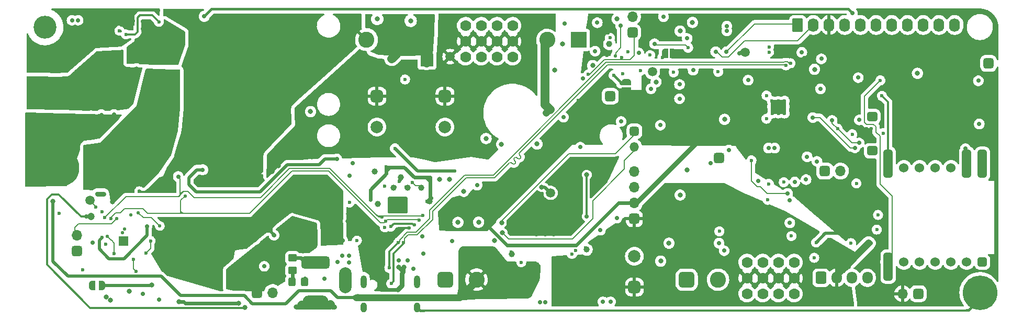
<source format=gbr>
%TF.GenerationSoftware,KiCad,Pcbnew,(6.0.2-0)*%
%TF.CreationDate,2023-06-03T21:04:40-06:00*%
%TF.ProjectId,Catlin RP2040 Sensing Controller,4361746c-696e-4205-9250-323034302053,rev?*%
%TF.SameCoordinates,Original*%
%TF.FileFunction,Copper,L4,Bot*%
%TF.FilePolarity,Positive*%
%FSLAX46Y46*%
G04 Gerber Fmt 4.6, Leading zero omitted, Abs format (unit mm)*
G04 Created by KiCad (PCBNEW (6.0.2-0)) date 2023-06-03 21:04:40*
%MOMM*%
%LPD*%
G01*
G04 APERTURE LIST*
G04 Aperture macros list*
%AMRoundRect*
0 Rectangle with rounded corners*
0 $1 Rounding radius*
0 $2 $3 $4 $5 $6 $7 $8 $9 X,Y pos of 4 corners*
0 Add a 4 corners polygon primitive as box body*
4,1,4,$2,$3,$4,$5,$6,$7,$8,$9,$2,$3,0*
0 Add four circle primitives for the rounded corners*
1,1,$1+$1,$2,$3*
1,1,$1+$1,$4,$5*
1,1,$1+$1,$6,$7*
1,1,$1+$1,$8,$9*
0 Add four rect primitives between the rounded corners*
20,1,$1+$1,$2,$3,$4,$5,0*
20,1,$1+$1,$4,$5,$6,$7,0*
20,1,$1+$1,$6,$7,$8,$9,0*
20,1,$1+$1,$8,$9,$2,$3,0*%
%AMFreePoly0*
4,1,22,0.500000,-0.750000,0.000000,-0.750000,0.000000,-0.745033,-0.079941,-0.743568,-0.215256,-0.701293,-0.333266,-0.622738,-0.424486,-0.514219,-0.481581,-0.384460,-0.499164,-0.250000,-0.500000,-0.250000,-0.500000,0.250000,-0.499164,0.250000,-0.499963,0.256109,-0.478152,0.396186,-0.417904,0.524511,-0.324060,0.630769,-0.204165,0.706417,-0.067858,0.745374,0.000000,0.744959,0.000000,0.750000,
0.500000,0.750000,0.500000,-0.750000,0.500000,-0.750000,$1*%
%AMFreePoly1*
4,1,20,0.000000,0.744959,0.073905,0.744508,0.209726,0.703889,0.328688,0.626782,0.421226,0.519385,0.479903,0.390333,0.500000,0.250000,0.500000,-0.250000,0.499851,-0.262216,0.476331,-0.402017,0.414519,-0.529596,0.319384,-0.634700,0.198574,-0.708877,0.061801,-0.746166,0.000000,-0.745033,0.000000,-0.750000,-0.500000,-0.750000,-0.500000,0.750000,0.000000,0.750000,0.000000,0.744959,
0.000000,0.744959,$1*%
G04 Aperture macros list end*
%TA.AperFunction,ComponentPad*%
%ADD10RoundRect,0.425000X-0.425000X-0.425000X0.425000X-0.425000X0.425000X0.425000X-0.425000X0.425000X0*%
%TD*%
%TA.AperFunction,ComponentPad*%
%ADD11RoundRect,0.375000X0.475000X-0.375000X0.475000X0.375000X-0.475000X0.375000X-0.475000X-0.375000X0*%
%TD*%
%TA.AperFunction,ComponentPad*%
%ADD12RoundRect,0.425000X0.425000X0.425000X-0.425000X0.425000X-0.425000X-0.425000X0.425000X-0.425000X0*%
%TD*%
%TA.AperFunction,ComponentPad*%
%ADD13O,1.700000X1.700000*%
%TD*%
%TA.AperFunction,ComponentPad*%
%ADD14R,2.600000X2.600000*%
%TD*%
%TA.AperFunction,ComponentPad*%
%ADD15C,2.600000*%
%TD*%
%TA.AperFunction,ComponentPad*%
%ADD16C,3.712142*%
%TD*%
%TA.AperFunction,ComponentPad*%
%ADD17RoundRect,0.425000X0.425000X-0.425000X0.425000X0.425000X-0.425000X0.425000X-0.425000X-0.425000X0*%
%TD*%
%TA.AperFunction,ComponentPad*%
%ADD18O,1.000000X2.100000*%
%TD*%
%TA.AperFunction,ComponentPad*%
%ADD19O,1.000000X1.600000*%
%TD*%
%TA.AperFunction,ComponentPad*%
%ADD20C,1.778000*%
%TD*%
%TA.AperFunction,ComponentPad*%
%ADD21RoundRect,0.500000X-0.500000X0.500000X-0.500000X-0.500000X0.500000X-0.500000X0.500000X0.500000X0*%
%TD*%
%TA.AperFunction,ComponentPad*%
%ADD22C,2.000000*%
%TD*%
%TA.AperFunction,ComponentPad*%
%ADD23RoundRect,0.375000X-0.375000X-0.375000X0.375000X-0.375000X0.375000X0.375000X-0.375000X0.375000X0*%
%TD*%
%TA.AperFunction,ComponentPad*%
%ADD24O,1.500000X1.500000*%
%TD*%
%TA.AperFunction,ComponentPad*%
%ADD25RoundRect,0.650000X-0.650000X0.650000X-0.650000X-0.650000X0.650000X-0.650000X0.650000X0.650000X0*%
%TD*%
%TA.AperFunction,ComponentPad*%
%ADD26C,1.500000*%
%TD*%
%TA.AperFunction,ComponentPad*%
%ADD27RoundRect,0.425000X-0.425000X0.425000X-0.425000X-0.425000X0.425000X-0.425000X0.425000X0.425000X0*%
%TD*%
%TA.AperFunction,ComponentPad*%
%ADD28RoundRect,0.500000X0.500000X-0.500000X0.500000X0.500000X-0.500000X0.500000X-0.500000X-0.500000X0*%
%TD*%
%TA.AperFunction,ComponentPad*%
%ADD29C,5.600000*%
%TD*%
%TA.AperFunction,ComponentPad*%
%ADD30C,2.780000*%
%TD*%
%TA.AperFunction,ComponentPad*%
%ADD31RoundRect,0.250000X-0.600000X-0.725000X0.600000X-0.725000X0.600000X0.725000X-0.600000X0.725000X0*%
%TD*%
%TA.AperFunction,ComponentPad*%
%ADD32O,1.700000X1.950000*%
%TD*%
%TA.AperFunction,ComponentPad*%
%ADD33C,6.000000*%
%TD*%
%TA.AperFunction,ComponentPad*%
%ADD34RoundRect,1.200000X1.700000X1.700000X-1.700000X1.700000X-1.700000X-1.700000X1.700000X-1.700000X0*%
%TD*%
%TA.AperFunction,ComponentPad*%
%ADD35RoundRect,0.500000X-1.800000X-0.500000X1.800000X-0.500000X1.800000X0.500000X-1.800000X0.500000X0*%
%TD*%
%TA.AperFunction,ComponentPad*%
%ADD36O,4.200000X2.000000*%
%TD*%
%TA.AperFunction,ComponentPad*%
%ADD37O,2.000000X4.200000*%
%TD*%
%TA.AperFunction,ComponentPad*%
%ADD38RoundRect,0.250000X-0.620000X-0.845000X0.620000X-0.845000X0.620000X0.845000X-0.620000X0.845000X0*%
%TD*%
%TA.AperFunction,ComponentPad*%
%ADD39O,1.740000X2.190000*%
%TD*%
%TA.AperFunction,ComponentPad*%
%ADD40RoundRect,0.650000X-0.650000X-0.650000X0.650000X-0.650000X0.650000X0.650000X-0.650000X0.650000X0*%
%TD*%
%TA.AperFunction,SMDPad,CuDef*%
%ADD41C,1.000000*%
%TD*%
%TA.AperFunction,SMDPad,CuDef*%
%ADD42R,2.000000X2.000000*%
%TD*%
%TA.AperFunction,SMDPad,CuDef*%
%ADD43RoundRect,0.250000X-0.450000X0.350000X-0.450000X-0.350000X0.450000X-0.350000X0.450000X0.350000X0*%
%TD*%
%TA.AperFunction,SMDPad,CuDef*%
%ADD44C,1.500000*%
%TD*%
%TA.AperFunction,SMDPad,CuDef*%
%ADD45R,1.500000X1.500000*%
%TD*%
%TA.AperFunction,ComponentPad*%
%ADD46RoundRect,0.382500X0.382500X-0.382500X0.382500X0.382500X-0.382500X0.382500X-0.382500X-0.382500X0*%
%TD*%
%TA.AperFunction,ComponentPad*%
%ADD47C,1.530000*%
%TD*%
%TA.AperFunction,SMDPad,CuDef*%
%ADD48RoundRect,0.362750X0.362750X-1.915000X0.362750X1.915000X-0.362750X1.915000X-0.362750X-1.915000X0*%
%TD*%
%TA.AperFunction,SMDPad,CuDef*%
%ADD49FreePoly0,180.000000*%
%TD*%
%TA.AperFunction,SMDPad,CuDef*%
%ADD50FreePoly1,180.000000*%
%TD*%
%TA.AperFunction,SMDPad,CuDef*%
%ADD51R,4.000000X4.000000*%
%TD*%
%TA.AperFunction,SMDPad,CuDef*%
%ADD52RoundRect,0.250000X0.325000X0.450000X-0.325000X0.450000X-0.325000X-0.450000X0.325000X-0.450000X0*%
%TD*%
%TA.AperFunction,SMDPad,CuDef*%
%ADD53FreePoly0,90.000000*%
%TD*%
%TA.AperFunction,SMDPad,CuDef*%
%ADD54FreePoly1,90.000000*%
%TD*%
%TA.AperFunction,SMDPad,CuDef*%
%ADD55C,1.200000*%
%TD*%
%TA.AperFunction,SMDPad,CuDef*%
%ADD56FreePoly0,0.000000*%
%TD*%
%TA.AperFunction,SMDPad,CuDef*%
%ADD57FreePoly1,0.000000*%
%TD*%
%TA.AperFunction,ViaPad*%
%ADD58C,0.600000*%
%TD*%
%TA.AperFunction,ViaPad*%
%ADD59C,0.800000*%
%TD*%
%TA.AperFunction,ViaPad*%
%ADD60C,0.700000*%
%TD*%
%TA.AperFunction,ViaPad*%
%ADD61C,0.580000*%
%TD*%
%TA.AperFunction,Conductor*%
%ADD62C,0.500000*%
%TD*%
%TA.AperFunction,Conductor*%
%ADD63C,0.600000*%
%TD*%
%TA.AperFunction,Conductor*%
%ADD64C,0.800000*%
%TD*%
%TA.AperFunction,Conductor*%
%ADD65C,0.300000*%
%TD*%
%TA.AperFunction,Conductor*%
%ADD66C,1.100000*%
%TD*%
%TA.AperFunction,Conductor*%
%ADD67C,0.700000*%
%TD*%
%TA.AperFunction,Conductor*%
%ADD68C,1.200000*%
%TD*%
%TA.AperFunction,Conductor*%
%ADD69C,0.200000*%
%TD*%
%TA.AperFunction,Conductor*%
%ADD70C,1.400000*%
%TD*%
%TA.AperFunction,Conductor*%
%ADD71C,0.250000*%
%TD*%
%TA.AperFunction,Conductor*%
%ADD72C,0.400000*%
%TD*%
G04 APERTURE END LIST*
D10*
%TO.P,J9,1,Pin_1*%
%TO.N,Net-(IC1-Pad28)*%
X183800000Y-56500000D03*
%TD*%
D11*
%TO.P,J7,1,Pin_1*%
%TO.N,/MCU sheet/GPIO21*%
X165000000Y-70650000D03*
%TD*%
D12*
%TO.P,J16,1,Pin_1*%
%TO.N,GND*%
X36290000Y-86900000D03*
D13*
%TO.P,J16,2,Pin_2*%
%TO.N,/Batt/THM*%
X36290000Y-84360000D03*
%TD*%
D11*
%TO.P,J8,1,Pin_1*%
%TO.N,/MCU sheet/GPIO22*%
X165000000Y-65100000D03*
%TD*%
D14*
%TO.P,J25,1,Pin_1*%
%TO.N,GND*%
X117495000Y-52695000D03*
D15*
%TO.P,J25,2,Pin_2*%
%TO.N,+1V8*%
X112415000Y-52695000D03*
%TD*%
D16*
%TO.P,H3,1,1*%
%TO.N,Net-(H3-Pad1)*%
X31150000Y-50600000D03*
%TD*%
D17*
%TO.P,J14,1,Pin_1*%
%TO.N,VD*%
X65425000Y-93600000D03*
D13*
%TO.P,J14,2,Pin_2*%
%TO.N,GND*%
X67965000Y-93600000D03*
%TD*%
D18*
%TO.P,J15,S1,SHIELD*%
%TO.N,/power/SHLD*%
X82680000Y-91830000D03*
D19*
X82680000Y-96010000D03*
X91320000Y-96010000D03*
D18*
X91320000Y-91830000D03*
%TD*%
D20*
%TO.P,JP7,1,1*%
%TO.N,5V_HEAD1*%
X152360000Y-88710000D03*
%TO.P,JP7,2,2*%
%TO.N,+5V*%
X152360000Y-91250000D03*
%TO.P,JP7,3,3*%
%TO.N,GND*%
X152360000Y-93790000D03*
%TO.P,JP7,4,4*%
%TO.N,5V_HEAD2*%
X149820000Y-88710000D03*
%TO.P,JP7,5,5*%
%TO.N,+5V*%
X149820000Y-91250000D03*
%TO.P,JP7,6,6*%
%TO.N,GND*%
X149820000Y-93790000D03*
%TO.P,JP7,7,7*%
%TO.N,5V_HEAD3*%
X147280000Y-88710000D03*
%TO.P,JP7,8,8*%
%TO.N,+5V*%
X147280000Y-91250000D03*
%TO.P,JP7,9,9*%
%TO.N,GND*%
X147280000Y-93790000D03*
%TO.P,JP7,10,10*%
%TO.N,5V_HEAD4*%
X144740000Y-88710000D03*
%TO.P,JP7,11,11*%
%TO.N,+5V*%
X144740000Y-91250000D03*
%TO.P,JP7,12,12*%
%TO.N,GND*%
X144740000Y-93790000D03*
%TD*%
D17*
%TO.P,J5,1,Pin_1*%
%TO.N,/MCU sheet/SWCLK*%
X157325000Y-73925000D03*
D13*
%TO.P,J5,2,Pin_2*%
%TO.N,/MCU sheet/SWDIO*%
X159865000Y-73925000D03*
%TD*%
D21*
%TO.P,C56,1*%
%TO.N,VS out*%
X84850000Y-61800000D03*
D22*
%TO.P,C56,2*%
%TO.N,GND*%
X84850000Y-66800000D03*
%TD*%
D23*
%TO.P,J4,1,Pin_1*%
%TO.N,I2C0_SDA*%
X126500000Y-67475000D03*
D24*
%TO.P,J4,2,Pin_2*%
%TO.N,I2C0_SCL*%
X126500000Y-70015000D03*
%TD*%
D10*
%TO.P,J10,1,Pin_1*%
%TO.N,/MCU sheet/GP10*%
X140200000Y-71800000D03*
%TD*%
D25*
%TO.P,J19,1,Pin_1*%
%TO.N,/Batt/BATT_OUT*%
X32795000Y-56850000D03*
D15*
%TO.P,J19,2,Pin_2*%
%TO.N,GND*%
X32795000Y-61930000D03*
%TD*%
D12*
%TO.P,J22,1,Pin_1*%
%TO.N,+5V*%
X126500000Y-81650000D03*
D13*
%TO.P,J22,2,Pin_2*%
%TO.N,+3V3*%
X126500000Y-79110000D03*
%TO.P,J22,3,Pin_3*%
%TO.N,GND*%
X126500000Y-76570000D03*
%TO.P,J22,4,Pin_4*%
%TO.N,+1V8*%
X126500000Y-74030000D03*
%TD*%
D26*
%TO.P,J1,1,Pin_1*%
%TO.N,/Sensor Sheet/int*%
X129400000Y-57800000D03*
%TD*%
D27*
%TO.P,J24,1,Pin_1*%
%TO.N,GND*%
X172425000Y-93790000D03*
D13*
%TO.P,J24,2,Pin_2*%
%TO.N,+3V3*%
X169885000Y-93790000D03*
%TD*%
D21*
%TO.P,C58,1*%
%TO.N,VS out*%
X95850000Y-61800000D03*
D22*
%TO.P,C58,2*%
%TO.N,GND*%
X95850000Y-66800000D03*
%TD*%
D28*
%TO.P,C54,1*%
%TO.N,+5V*%
X126500000Y-92717677D03*
D22*
%TO.P,C54,2*%
%TO.N,GND*%
X126500000Y-87717677D03*
%TD*%
D20*
%TO.P,JP5,1,1*%
%TO.N,SYS_HEAD1*%
X99190000Y-55440000D03*
%TO.P,JP5,2,2*%
%TO.N,VS out*%
X99190000Y-52900000D03*
%TO.P,JP5,3,3*%
%TO.N,GND*%
X99190000Y-50360000D03*
%TO.P,JP5,4,4*%
%TO.N,SYS_HEAD2*%
X101730000Y-55440000D03*
%TO.P,JP5,5,5*%
%TO.N,VS out*%
X101730000Y-52900000D03*
%TO.P,JP5,6,6*%
%TO.N,GND*%
X101730000Y-50360000D03*
%TO.P,JP5,7,7*%
%TO.N,SYS_HEAD3*%
X104270000Y-55440000D03*
%TO.P,JP5,8,8*%
%TO.N,VS out*%
X104270000Y-52900000D03*
%TO.P,JP5,9,9*%
%TO.N,GND*%
X104270000Y-50360000D03*
%TO.P,JP5,10,10*%
%TO.N,SYS_HEAD3*%
X106810000Y-55440000D03*
%TO.P,JP5,11,11*%
%TO.N,VS out*%
X106810000Y-52900000D03*
%TO.P,JP5,12,12*%
%TO.N,GND*%
X106810000Y-50360000D03*
%TD*%
D10*
%TO.P,J2,1,Pin_1*%
%TO.N,/Sensor Sheet/SQW*%
X122600000Y-61800000D03*
%TD*%
D26*
%TO.P,J17,1,Pin_1*%
%TO.N,VS out*%
X96700000Y-55400000D03*
%TD*%
D29*
%TO.P,H1,1,1*%
%TO.N,/power/SHLD*%
X182400000Y-93600000D03*
%TD*%
D30*
%TO.P,F1,1*%
%TO.N,/Batt/FUSE_OUT*%
X48000000Y-54640000D03*
X51400000Y-54640000D03*
%TO.P,F1,2*%
%TO.N,+BATT*%
X51400000Y-64560000D03*
X48000000Y-64560000D03*
%TD*%
D31*
%TO.P,J11,1,Pin_1*%
%TO.N,GND*%
X156700000Y-91200000D03*
D32*
%TO.P,J11,2,Pin_2*%
%TO.N,+5V*%
X159200000Y-91200000D03*
%TO.P,J11,3,Pin_3*%
%TO.N,5V Logic*%
X161700000Y-91200000D03*
%TO.P,J11,4,Pin_4*%
%TO.N,GND*%
X164200000Y-91200000D03*
%TD*%
D33*
%TO.P,J20,N,NEG*%
%TO.N,BT_S*%
X33700000Y-73400000D03*
D34*
%TO.P,J20,P,POS*%
%TO.N,+BATT*%
X40900000Y-73400000D03*
%TD*%
D35*
%TO.P,J13,1*%
%TO.N,/power/DC_in*%
X74900000Y-88750000D03*
D36*
%TO.P,J13,2*%
%TO.N,GND*%
X74900000Y-95050000D03*
D37*
%TO.P,J13,3*%
%TO.N,unconnected-(J13-Pad3)*%
X79700000Y-91650000D03*
%TD*%
D38*
%TO.P,J6,1,Pin_1*%
%TO.N,TX*%
X152930000Y-50270000D03*
D39*
%TO.P,J6,2,Pin_2*%
%TO.N,RX*%
X155470000Y-50270000D03*
%TO.P,J6,3,Pin_3*%
%TO.N,+3V3*%
X158010000Y-50270000D03*
%TO.P,J6,4,Pin_4*%
%TO.N,Net-(J6-Pad4)*%
X160550000Y-50270000D03*
%TO.P,J6,5,Pin_5*%
%TO.N,Net-(J6-Pad5)*%
X163090000Y-50270000D03*
%TO.P,J6,6,Pin_6*%
%TO.N,GND*%
X165630000Y-50270000D03*
%TO.P,J6,7,Pin_7*%
%TO.N,GPIO27*%
X168170000Y-50270000D03*
%TO.P,J6,8,Pin_8*%
%TO.N,GPIO26*%
X170710000Y-50270000D03*
%TO.P,J6,9,Pin_9*%
%TO.N,GND*%
X173250000Y-50270000D03*
%TO.P,J6,10,Pin_10*%
%TO.N,GPIO25*%
X175790000Y-50270000D03*
%TO.P,J6,11,Pin_11*%
%TO.N,GPIO24*%
X178330000Y-50270000D03*
%TD*%
D40*
%TO.P,J23,1,Pin_1*%
%TO.N,GND*%
X95872677Y-91505000D03*
D15*
%TO.P,J23,2,Pin_2*%
%TO.N,+5VD*%
X100952677Y-91505000D03*
%TD*%
D14*
%TO.P,J21,1,Pin_1*%
%TO.N,/drivers/MS_VsV*%
X88200000Y-52663994D03*
D15*
%TO.P,J21,2,Pin_2*%
%TO.N,GND*%
X83120000Y-52663994D03*
%TD*%
D40*
%TO.P,J18,1,Pin_1*%
%TO.N,GND*%
X134955000Y-91527500D03*
D15*
%TO.P,J18,2,Pin_2*%
%TO.N,/Batt/5V_MS*%
X140035000Y-91527500D03*
%TD*%
D12*
%TO.P,J3,1,Pin_1*%
%TO.N,MC_SCK*%
X126200000Y-51475000D03*
D13*
%TO.P,J3,2,Pin_2*%
%TO.N,MC_SDA*%
X126200000Y-48935000D03*
%TD*%
D41*
%TO.P,TP9,1,1*%
%TO.N,/drivers/FB2*%
X106650000Y-87400000D03*
%TD*%
D42*
%TO.P,TP7,1,1*%
%TO.N,/Batt/BATT_OUT*%
X44600000Y-49375000D03*
%TD*%
D43*
%TO.P,R41,1*%
%TO.N,/power/DC_in*%
X71200000Y-88000000D03*
%TO.P,R41,2*%
%TO.N,Net-(D6-Pad2)*%
X71200000Y-90000000D03*
%TD*%
D44*
%TO.P,TP4,1,1*%
%TO.N,/Batt/STAT*%
X38450000Y-78670000D03*
%TD*%
D41*
%TO.P,TP14,1,1*%
%TO.N,/usb_pd/VMAX*%
X89775000Y-76650000D03*
%TD*%
%TO.P,TP19,1,1*%
%TO.N,/usb_pd/FAULT*%
X84950000Y-79250000D03*
%TD*%
%TO.P,TP13,1,1*%
%TO.N,/usb_pd/ISNK_CRS*%
X84500000Y-73975000D03*
%TD*%
D42*
%TO.P,TP12,1,1*%
%TO.N,/drivers/MS_VsV*%
X92934511Y-56000000D03*
%TD*%
D45*
%TO.P,TP11,1,1*%
%TO.N,GND*%
X112000000Y-82500000D03*
%TD*%
D41*
%TO.P,TP8,1,1*%
%TO.N,/drivers/FB1*%
X118750000Y-86650000D03*
%TD*%
D44*
%TO.P,TP2,1,1*%
%TO.N,/MCU sheet/BTSEL*%
X144425000Y-54725000D03*
%TD*%
D45*
%TO.P,TP6,1,1*%
%TO.N,GND*%
X43800000Y-85250000D03*
%TD*%
D41*
%TO.P,TP18,1,1*%
%TO.N,/usb_pd/VDD*%
X93400000Y-78800000D03*
%TD*%
D46*
%TO.P,U4,1,PA02_A0_D0*%
%TO.N,unconnected-(U4-Pad1)*%
X182804250Y-88651750D03*
D47*
%TO.P,U4,2,PA4_A1_D1*%
%TO.N,unconnected-(U4-Pad2)*%
X180264250Y-88651750D03*
%TO.P,U4,3,PA10_A2_D2*%
%TO.N,unconnected-(U4-Pad3)*%
X177724250Y-88651750D03*
%TO.P,U4,4,PA11_A3_D3*%
%TO.N,unconnected-(U4-Pad4)*%
X175184250Y-88651750D03*
%TO.P,U4,5,PA8_A4_D4_SDA*%
%TO.N,unconnected-(U4-Pad5)*%
X172644250Y-88651750D03*
%TO.P,U4,6,PA9_A5_D5_SCL*%
%TO.N,unconnected-(U4-Pad6)*%
X170104250Y-88651750D03*
%TO.P,U4,7,PB08_A6_D6_TX*%
%TO.N,GPIO25*%
X167564250Y-88651750D03*
D48*
X167564250Y-89416750D03*
D47*
%TO.P,U4,8,PB09_A7_D7_RX*%
%TO.N,GPIO24*%
X167564250Y-73411750D03*
D48*
X167564250Y-72731750D03*
D47*
%TO.P,U4,9,PA7_A8_D8_SCK*%
%TO.N,unconnected-(U4-Pad9)*%
X170104250Y-73411750D03*
%TO.P,U4,10,PA5_A9_D9_MISO*%
%TO.N,unconnected-(U4-Pad10)*%
X172644250Y-73411750D03*
%TO.P,U4,11,PA6_A10_D10_MOSI*%
%TO.N,unconnected-(U4-Pad11)*%
X175184250Y-73411750D03*
%TO.P,U4,12,3V3*%
%TO.N,unconnected-(U4-Pad12)*%
X177724250Y-73411750D03*
D48*
%TO.P,U4,13,GND*%
%TO.N,GND*%
X180264250Y-72731750D03*
D47*
X180264250Y-73411750D03*
%TO.P,U4,14,5V*%
%TO.N,Net-(D1-Pad1)*%
X182804250Y-73411750D03*
D48*
X182809750Y-72754000D03*
%TD*%
D41*
%TO.P,TP16,1,1*%
%TO.N,/usb_pd/SAFE_PWR_EN*%
X87525000Y-76625000D03*
%TD*%
D44*
%TO.P,TP10,1,1*%
%TO.N,/drivers/PG*%
X112950000Y-77450000D03*
%TD*%
D49*
%TO.P,JP1,1,A*%
%TO.N,+3V3*%
X132750000Y-54850000D03*
D50*
%TO.P,JP1,2,B*%
%TO.N,/Sensor Sheet/adrlsm*%
X131450000Y-54850000D03*
%TD*%
D51*
%TO.P,TP3,1,1*%
%TO.N,GND*%
X42250000Y-61875000D03*
%TD*%
D52*
%TO.P,D6,1,K*%
%TO.N,GND*%
X73150000Y-91900000D03*
%TO.P,D6,2,A*%
%TO.N,Net-(D6-Pad2)*%
X71100000Y-91900000D03*
%TD*%
D41*
%TO.P,TP15,1,1*%
%TO.N,/usb_pd/VMIN*%
X92025000Y-76600000D03*
%TD*%
%TO.P,TP17,1,1*%
%TO.N,/usb_pd/FET_EN*%
X88675000Y-74900000D03*
%TD*%
D53*
%TO.P,JP2,1,A*%
%TO.N,+3V3*%
X125200000Y-60850000D03*
D54*
%TO.P,JP2,2,B*%
%TO.N,/Sensor Sheet/adrbmp*%
X125200000Y-59550000D03*
%TD*%
D41*
%TO.P,TP1,1,1*%
%TO.N,/Sensor Sheet/intmag*%
X122450000Y-53350000D03*
%TD*%
D55*
%TO.P,TP5,1,1*%
%TO.N,INOKB*%
X38550000Y-81300000D03*
%TD*%
D56*
%TO.P,JP6,1,A*%
%TO.N,/Batt/CNFG*%
X38730000Y-92450000D03*
D57*
%TO.P,JP6,2,B*%
%TO.N,/Batt/PVL*%
X40330000Y-92450000D03*
%TD*%
D58*
%TO.N,+3V3*%
X122049500Y-55200000D03*
D59*
X97950000Y-79100000D03*
D60*
X78350000Y-71951469D03*
D58*
X138700000Y-69500000D03*
D60*
X154000000Y-55600000D03*
D59*
X96782500Y-79087500D03*
D58*
X117450000Y-62500980D03*
D60*
X134400000Y-58700000D03*
D58*
X97430000Y-73900000D03*
X128000000Y-58800000D03*
D59*
X131850000Y-51100000D03*
D60*
X154000000Y-59250000D03*
X160225000Y-71600000D03*
D59*
X101250000Y-79200000D03*
D60*
X157550000Y-64800000D03*
X155030000Y-70240000D03*
X154050000Y-60000000D03*
X155800000Y-76600000D03*
D58*
X164850000Y-67050000D03*
D60*
X143625000Y-48925000D03*
D58*
X164075242Y-67024758D03*
D60*
X143600000Y-49975000D03*
D58*
X141975000Y-58850000D03*
X133800000Y-55050000D03*
D60*
X134500000Y-66200000D03*
D59*
X99252500Y-79087500D03*
X104950000Y-80600000D03*
D60*
X119125000Y-65075000D03*
X131900000Y-61200000D03*
D58*
X122200000Y-51550000D03*
D60*
X159800000Y-64799500D03*
D58*
X155900000Y-85500000D03*
D60*
X133300000Y-66100000D03*
X135600000Y-62150000D03*
X139500000Y-59800000D03*
X126225000Y-62100000D03*
X142800000Y-65375000D03*
D58*
X139200000Y-69000000D03*
D60*
X129700000Y-61900000D03*
X145600000Y-60500000D03*
X101030000Y-77500000D03*
X138700000Y-59000000D03*
D58*
X138300000Y-55100000D03*
D60*
X156150000Y-75950000D03*
D59*
X104675000Y-79375000D03*
D58*
X164350000Y-82325000D03*
D59*
X125000000Y-61400000D03*
D58*
X128500000Y-54100000D03*
D60*
X56650000Y-73725000D03*
D58*
X87750000Y-70250000D03*
D59*
%TO.N,+5VD*%
X32450000Y-78800000D03*
D60*
X109600000Y-90750000D03*
X105800000Y-90300000D03*
X98650000Y-87650000D03*
D59*
%TO.N,VBUS*%
X80200000Y-82050000D03*
X89250000Y-89500000D03*
X85700000Y-86300000D03*
X88350000Y-89500000D03*
D58*
X90025000Y-83175000D03*
D59*
X80275000Y-80850000D03*
D60*
%TO.N,+5V*%
X116100000Y-89200000D03*
X140970000Y-80130000D03*
X117900000Y-89200000D03*
D58*
X164800000Y-85600000D03*
X153750000Y-85450000D03*
D60*
X140940000Y-81340000D03*
X140010000Y-79540000D03*
X139900000Y-81800000D03*
D58*
X164350000Y-86050000D03*
D60*
X116050000Y-90400000D03*
X118850000Y-90400000D03*
X139990000Y-80700000D03*
X117900000Y-90400000D03*
X118820000Y-89190000D03*
X119810000Y-89180000D03*
X117000000Y-90400000D03*
X117000000Y-89200000D03*
X119800000Y-90400000D03*
D59*
%TO.N,VD*%
X63050000Y-90800000D03*
X69450000Y-88400000D03*
X70000000Y-83100000D03*
X71450000Y-84250000D03*
X63750000Y-91600000D03*
D60*
X70700000Y-82100000D03*
D59*
X63250000Y-92400000D03*
X72650000Y-85500000D03*
X65750000Y-91350000D03*
X69450000Y-90050000D03*
D58*
%TO.N,CC2*%
X87075000Y-82925000D03*
X90950000Y-82675000D03*
D59*
%TO.N,/Batt/CSINP*%
X52800000Y-95100000D03*
X62488825Y-95330007D03*
D61*
%TO.N,/Batt/LX2*%
X46245020Y-80650000D03*
X49700000Y-82800000D03*
D58*
%TO.N,/Batt/LX1*%
X48237377Y-85227123D03*
X47449500Y-87240000D03*
D60*
%TO.N,/Batt/PVL*%
X40180000Y-92030000D03*
D59*
X48400000Y-92400000D03*
%TO.N,+BATT*%
X44800000Y-70800000D03*
X47900000Y-60800000D03*
X45500000Y-74000000D03*
X52000000Y-59600000D03*
D61*
X44003637Y-83350000D03*
D59*
X49900000Y-69125000D03*
X42100000Y-78900000D03*
X43350000Y-77050000D03*
X48650000Y-71550000D03*
X48650000Y-67050000D03*
D61*
X43700000Y-83900000D03*
D59*
%TO.N,/drivers/EN*%
X118800000Y-74525000D03*
D60*
X118740000Y-81270000D03*
D58*
%TO.N,/drivers/FB1*%
X118600000Y-86350000D03*
%TO.N,/drivers/FB2*%
X106600446Y-87033470D03*
%TO.N,+1V8*%
X112800000Y-63950000D03*
X112200000Y-64500000D03*
D60*
%TO.N,/Batt/BATT_OUT*%
X43500000Y-50200000D03*
X45300000Y-48500000D03*
X43300000Y-48100000D03*
X36900000Y-52400000D03*
X44400000Y-49000000D03*
X34400000Y-53600000D03*
X34000000Y-48100000D03*
X45400000Y-49600000D03*
X40600000Y-49700000D03*
X43300000Y-52600000D03*
D58*
X48525000Y-47800000D03*
D60*
X30100000Y-53900000D03*
X42800000Y-49200000D03*
X44600000Y-50100000D03*
D59*
X39250000Y-52700000D03*
D60*
X38400000Y-50400000D03*
X42000000Y-52300000D03*
X38600000Y-48300000D03*
X42800000Y-53500000D03*
%TO.N,/Batt/FUSE_OUT*%
X46900000Y-52400000D03*
X47000000Y-50900000D03*
D58*
X47800000Y-50200000D03*
D60*
X49600000Y-52350000D03*
X47000000Y-49700000D03*
X48650000Y-51025000D03*
D58*
X45000000Y-54700000D03*
D60*
%TO.N,TX*%
X141415311Y-54615311D03*
%TO.N,RX*%
X139650000Y-54600000D03*
D61*
%TO.N,MC_SDA*%
X123449773Y-55270780D03*
D60*
X124300000Y-50400000D03*
D58*
%TO.N,MC_SCK*%
X124450000Y-55550000D03*
D60*
X129750000Y-53300000D03*
D58*
X119050000Y-58275000D03*
X135200000Y-53950000D03*
%TO.N,I2C0_SDA*%
X92300000Y-81150000D03*
X85675000Y-81400000D03*
X40823911Y-81476089D03*
D60*
X52700000Y-74850000D03*
D59*
X105050000Y-82320000D03*
D58*
%TO.N,I2C0_SCL*%
X91650000Y-81875000D03*
D61*
X53800000Y-77950000D03*
D58*
X41800000Y-81600000D03*
X86275000Y-82000000D03*
D59*
X105158528Y-83916894D03*
D58*
%TO.N,5V_HEAD0*%
X145450000Y-72200000D03*
D60*
X151300000Y-77550000D03*
%TO.N,/MCU sheet/GPIO20*%
X162875000Y-69375000D03*
D58*
X159387500Y-67062500D03*
D60*
X158500000Y-65725000D03*
%TO.N,/MCU sheet/GPIO21*%
X162175000Y-70155500D03*
X155375000Y-65250000D03*
D58*
%TO.N,USB_D+*%
X89109019Y-85495172D03*
X87150000Y-92139502D03*
X151026604Y-56808073D03*
%TO.N,USB_D-*%
X86850000Y-89600000D03*
X151750000Y-56467627D03*
X88309531Y-85500000D03*
D61*
%TO.N,/Batt/THM*%
X42735900Y-81629741D03*
D58*
%TO.N,/Batt/STAT*%
X39350000Y-79750000D03*
D59*
%TO.N,/drivers/PG*%
X111500000Y-76510000D03*
D60*
%TO.N,BT_S*%
X39600000Y-65800000D03*
X33700000Y-66300000D03*
X38575000Y-65000000D03*
X30950000Y-67300000D03*
X40600000Y-66100000D03*
X35550000Y-68000000D03*
D59*
X30000000Y-70500000D03*
D60*
X41200000Y-66950000D03*
X41500000Y-65500000D03*
X42300000Y-64800000D03*
X40250000Y-64825000D03*
X39450000Y-67100000D03*
X35550000Y-65000000D03*
D58*
%TO.N,HV_D*%
X44232500Y-51800000D03*
X49567500Y-49767500D03*
D60*
%TO.N,HV_G*%
X56900000Y-48875000D03*
X161750000Y-48375000D03*
D59*
%TO.N,GND*%
X51300000Y-77050000D03*
D60*
X42550000Y-59200000D03*
X138800000Y-72650000D03*
D59*
X123700000Y-49300000D03*
X74100000Y-64300000D03*
D58*
X116400000Y-87350000D03*
D60*
X40600000Y-77600000D03*
X67550000Y-68100000D03*
X43750000Y-58200000D03*
X148200000Y-70200000D03*
X87125000Y-78800000D03*
X92350000Y-87250000D03*
X54150000Y-67900000D03*
D59*
X63000000Y-68500000D03*
D60*
X131200000Y-48950000D03*
X112000000Y-83000000D03*
D59*
X41030000Y-94300000D03*
X57600000Y-85750000D03*
D60*
X112100000Y-84200000D03*
D59*
X60700000Y-85400000D03*
D60*
X42150000Y-61400000D03*
X141800000Y-70500000D03*
X49600000Y-94700000D03*
D58*
X129050000Y-55150000D03*
D60*
X88200000Y-80425000D03*
D59*
X71800000Y-95900000D03*
X114850000Y-53350000D03*
D58*
X147875000Y-65450000D03*
D59*
X132100000Y-85600000D03*
D60*
X96990000Y-85280000D03*
X133800000Y-62200000D03*
D59*
X59200000Y-51600000D03*
D58*
X86100000Y-83050000D03*
X150800000Y-64600000D03*
X148800000Y-64600000D03*
D60*
X87150000Y-80450000D03*
D58*
X165725000Y-83400000D03*
D59*
X38300000Y-56800000D03*
D60*
X120150000Y-54500000D03*
X79200000Y-87650000D03*
X182300000Y-66300000D03*
D61*
X45010500Y-81050000D03*
D60*
X117366250Y-82400000D03*
X92200000Y-84500000D03*
X44050000Y-61000000D03*
D59*
X135900000Y-49850000D03*
D58*
X46400000Y-77200000D03*
D59*
X78000000Y-95900000D03*
D58*
X147900000Y-61700000D03*
D60*
X80350000Y-87650000D03*
D58*
X165925000Y-81025000D03*
D60*
X141020000Y-86820000D03*
D58*
X125450000Y-54609500D03*
D59*
X101300000Y-82200000D03*
D58*
X41800000Y-63600000D03*
D60*
X38200000Y-63275000D03*
D59*
X65100000Y-85000000D03*
D60*
X30325000Y-61700000D03*
X80350000Y-88700000D03*
X154275000Y-75300000D03*
X111525000Y-77725000D03*
D59*
X141100000Y-65550000D03*
D58*
X80425000Y-79025000D03*
X150800000Y-62550000D03*
D60*
X88350000Y-88400000D03*
D58*
X155600039Y-87966411D03*
D59*
X102500000Y-68650000D03*
X77250000Y-95500000D03*
D60*
X38750000Y-60200000D03*
D59*
X45950000Y-57375000D03*
D60*
X38850000Y-85550000D03*
X39600000Y-77600000D03*
X36850000Y-57550000D03*
D58*
X40950000Y-85800000D03*
D60*
X151650000Y-82325000D03*
X68550000Y-63400000D03*
X74425000Y-78900000D03*
X146550000Y-75550000D03*
X149200000Y-70200000D03*
D59*
X76900000Y-56100000D03*
D58*
X132850000Y-57950000D03*
D61*
X43500000Y-84800000D03*
D58*
X150800000Y-63500000D03*
D59*
X133900000Y-51250000D03*
D60*
X112600000Y-82400000D03*
X41050000Y-61400000D03*
D59*
X71975000Y-75200000D03*
D58*
X161750000Y-67975500D03*
D60*
X144900000Y-59200000D03*
X151625000Y-78675000D03*
D59*
X53700000Y-49875000D03*
D60*
X112800000Y-83600000D03*
D58*
X148250000Y-76000000D03*
D59*
X72600000Y-95550000D03*
D60*
X123650000Y-81550000D03*
X60200000Y-60800000D03*
D58*
X113300000Y-81800000D03*
D60*
X115200000Y-50000000D03*
X61250000Y-63450000D03*
X56000000Y-64900000D03*
X101070333Y-76202277D03*
X35500000Y-49500000D03*
X136000000Y-57600000D03*
X38750000Y-58200000D03*
X89850000Y-88350000D03*
D58*
X124600000Y-58200000D03*
D60*
X162730000Y-58800000D03*
D59*
X96550000Y-75275000D03*
X90300000Y-49600000D03*
X130000000Y-59500000D03*
D60*
X47000000Y-93800000D03*
D58*
X112000000Y-81800000D03*
D59*
X106400000Y-82260000D03*
X155650000Y-57450000D03*
D60*
X80425000Y-74675000D03*
X88200000Y-79625000D03*
X111300000Y-82400000D03*
X64250000Y-61350000D03*
X66600000Y-89350000D03*
X36500000Y-49500000D03*
D58*
X151900000Y-84450000D03*
D60*
X135050000Y-52450000D03*
D59*
X105000000Y-69600000D03*
D58*
X166750000Y-67800000D03*
X110600000Y-81800000D03*
X149800000Y-64600000D03*
D60*
X156750000Y-55750000D03*
X43850000Y-59200000D03*
X121400000Y-95100000D03*
X141450000Y-50450000D03*
X41200000Y-58150000D03*
X156600000Y-60630000D03*
D58*
X81600000Y-85175000D03*
D60*
X38750000Y-59200000D03*
X43250000Y-61400000D03*
X40050000Y-58200000D03*
X88150000Y-78775000D03*
X140200000Y-85600000D03*
X122650000Y-95100000D03*
D59*
X54800000Y-53350000D03*
D58*
X148800000Y-63500000D03*
D59*
X119742878Y-56842878D03*
D60*
X62550000Y-84550000D03*
X63800000Y-52900000D03*
D58*
X148275000Y-53825000D03*
X33400000Y-80800000D03*
D59*
X72400000Y-61400000D03*
X69600000Y-77150000D03*
D60*
X112050000Y-95150000D03*
D59*
X72750000Y-52050000D03*
D60*
X89250000Y-80425000D03*
D61*
X43425000Y-85400000D03*
D60*
X127200000Y-54800000D03*
D59*
X48800000Y-76850000D03*
X58750000Y-89100000D03*
D58*
X149800000Y-62600000D03*
D60*
X41200000Y-62600000D03*
D59*
X103898723Y-85201277D03*
X113625000Y-57550000D03*
D60*
X141450000Y-51225000D03*
D58*
X40600000Y-63600000D03*
D59*
X69790000Y-54400000D03*
X98900000Y-77200000D03*
X95000000Y-75300000D03*
D58*
X37192500Y-89940000D03*
D60*
X117750000Y-70050000D03*
X41250000Y-59200000D03*
D59*
X56125000Y-71400000D03*
D58*
X40400000Y-80500000D03*
D59*
X172300000Y-58100000D03*
D60*
X133800000Y-59900000D03*
D58*
X140260000Y-83690000D03*
D59*
X84900000Y-49300000D03*
D58*
X149800000Y-63500000D03*
X148075000Y-78575000D03*
D60*
X79300000Y-85150000D03*
X44850000Y-61600000D03*
D59*
X53150000Y-84450000D03*
D58*
X140050000Y-57850000D03*
D60*
X153600000Y-54700000D03*
D59*
X55700000Y-84500000D03*
D60*
X38750000Y-61400000D03*
X124350000Y-65900000D03*
X42500000Y-58150000D03*
D59*
X97950000Y-82230000D03*
D60*
X80950000Y-72675000D03*
X129200000Y-60600000D03*
X115025000Y-65200000D03*
X68550000Y-58100000D03*
X34675000Y-60900000D03*
X40200000Y-55800000D03*
X35800000Y-62500000D03*
X117400000Y-81500000D03*
D59*
X44790000Y-93400000D03*
D60*
X118200000Y-58925000D03*
X73250000Y-91350000D03*
X89200000Y-78775000D03*
D59*
X135000000Y-73750000D03*
D60*
X59500000Y-56100000D03*
D59*
X133900000Y-77800000D03*
D58*
X127500000Y-57650000D03*
D60*
X110600000Y-83000000D03*
X113400000Y-82900000D03*
X41500000Y-57200000D03*
X113400000Y-84200000D03*
X111250000Y-95150000D03*
D59*
X57850000Y-90850000D03*
D60*
X162897875Y-65647875D03*
D59*
X117600000Y-75100000D03*
D58*
X148275000Y-54675000D03*
D60*
X28750000Y-62800000D03*
D59*
X36400000Y-59650000D03*
D58*
X89400000Y-59100000D03*
D60*
X44050000Y-62200000D03*
X44050000Y-63600000D03*
D59*
X55400000Y-48300000D03*
D58*
X43200000Y-51200000D03*
D60*
X123600000Y-71900000D03*
X89225000Y-79575000D03*
X44850000Y-59200000D03*
X44850000Y-62800000D03*
X40000000Y-59200000D03*
X78450000Y-88650000D03*
X90750000Y-89750000D03*
D59*
X58600000Y-84200000D03*
D58*
X122549509Y-52347567D03*
D60*
X76325000Y-91350000D03*
X130700000Y-66500000D03*
D58*
X108200000Y-88700000D03*
D59*
X66325000Y-49125000D03*
D60*
X152450000Y-75700000D03*
X44850000Y-60300000D03*
X67650000Y-80100000D03*
D59*
X130750000Y-88510000D03*
D60*
X121000000Y-83500000D03*
X39950000Y-61400000D03*
X110600000Y-84200000D03*
D58*
X148750000Y-62600000D03*
D60*
X68200000Y-84300000D03*
X182150000Y-59300000D03*
X56000000Y-59500000D03*
D58*
X117000000Y-86750000D03*
D59*
X110750000Y-69550000D03*
D58*
X150675000Y-75725000D03*
D60*
X180050000Y-70300000D03*
X156050000Y-72350000D03*
D59*
X80400000Y-49400000D03*
D60*
X120500000Y-49900000D03*
D59*
X63400000Y-49700000D03*
D58*
X161550000Y-85600000D03*
X162425000Y-75925000D03*
D60*
X87125000Y-79650000D03*
X111300000Y-83600000D03*
D59*
X49400000Y-84850000D03*
D60*
X71600000Y-79450000D03*
D59*
X41680000Y-94820000D03*
X58820000Y-92760000D03*
D58*
X86125000Y-76400000D03*
D59*
X65000000Y-70200000D03*
D60*
X154450000Y-71600000D03*
D59*
%TO.N,INOKB*%
X63500000Y-96000000D03*
D60*
X37800000Y-81300000D03*
%TO.N,/Batt/CNFG*%
X38900000Y-92000000D03*
%TO.N,VS+*%
X47650000Y-82900000D03*
D58*
X40400000Y-84690000D03*
D59*
%TO.N,VS out*%
X92950000Y-62050000D03*
X74300000Y-71600000D03*
X68900000Y-73100000D03*
X69500000Y-71900000D03*
X94100000Y-58800000D03*
X92100000Y-69600000D03*
X90225000Y-69575000D03*
X81900000Y-63600000D03*
X96300000Y-58000000D03*
X73300000Y-67100000D03*
X72400000Y-71400000D03*
X68600000Y-71000000D03*
X71050000Y-70150000D03*
X100500000Y-71200000D03*
X69600000Y-70300000D03*
X101100000Y-66300000D03*
X87300000Y-58800000D03*
X100800000Y-60900000D03*
X67900000Y-74000000D03*
X99250000Y-70450000D03*
X81700000Y-68500000D03*
D58*
%TO.N,GPIO24*%
X166550000Y-61750000D03*
%TO.N,GPIO25*%
X166300000Y-59250000D03*
D59*
%TO.N,/drivers/MS_VsV*%
X87225000Y-55725000D03*
D60*
X92350000Y-55795000D03*
X93350000Y-55795000D03*
X92825000Y-56370000D03*
%TO.N,/MCU sheet/BTSEL*%
X143525000Y-54875000D03*
D58*
%TO.N,/usb_pd/VDD*%
X86375000Y-73225000D03*
X83775000Y-78575000D03*
X93450000Y-74950000D03*
X92925000Y-78800000D03*
X93725000Y-78350000D03*
%TO.N,/usb_pd/VMIN*%
X90583956Y-75748147D03*
%TO.N,/usb_pd/VMAX*%
X89575000Y-76500000D03*
%TO.N,/usb_pd/ISNK_CRS*%
X84674500Y-73975000D03*
%TO.N,/usb_pd/FAULT*%
X84987500Y-79262500D03*
%TO.N,/usb_pd/FET_EN*%
X88475000Y-75600000D03*
%TO.N,/usb_pd/SAFE_PWR_EN*%
X87775000Y-76550000D03*
%TO.N,/Sensor Sheet/intmag*%
X122571380Y-53146770D03*
%TO.N,/Sensor Sheet/adrbmp*%
X123150000Y-58400000D03*
D60*
X124400000Y-59700000D03*
D58*
%TO.N,/Sensor Sheet/adrlsm*%
X131050000Y-55500000D03*
%TO.N,Net-(R57-Pad2)*%
X42330000Y-87280000D03*
D61*
X41235947Y-84526700D03*
D58*
%TO.N,Net-(R59-Pad1)*%
X45900000Y-90200500D03*
X45419707Y-88200534D03*
%TD*%
D62*
%TO.N,+3V3*%
X157400000Y-84000000D02*
X155900000Y-85500000D01*
X55600000Y-77300000D02*
X65901391Y-77300000D01*
X56650000Y-73725000D02*
X55675000Y-73725000D01*
X54400000Y-75000000D02*
X54400000Y-76100000D01*
X76448531Y-71951469D02*
X78350000Y-71951469D01*
D63*
X101250000Y-79915000D02*
X103050000Y-81715000D01*
D62*
X75500000Y-72900000D02*
X76448531Y-71951469D01*
D63*
X139200000Y-69000000D02*
X139200000Y-68750000D01*
X117100000Y-85900000D02*
X123900000Y-79100000D01*
D62*
X164350000Y-82325000D02*
X162675000Y-84000000D01*
D64*
X126850000Y-79100000D02*
X126048498Y-79100000D01*
D62*
X55675000Y-73725000D02*
X54400000Y-75000000D01*
D63*
X103050000Y-83080468D02*
X105869532Y-85900000D01*
D64*
X138900000Y-68450000D02*
X137500000Y-68450000D01*
D65*
X117450000Y-62500980D02*
X117450000Y-63400000D01*
D62*
X97430000Y-73900000D02*
X91400000Y-73900000D01*
D63*
X105869532Y-85900000D02*
X117100000Y-85900000D01*
X103050000Y-81715000D02*
X103050000Y-83080468D01*
D62*
X155800000Y-76600000D02*
X155800000Y-76300000D01*
D63*
X101250000Y-79200000D02*
X101250000Y-79915000D01*
X123900000Y-79100000D02*
X126048498Y-79100000D01*
D64*
X137500000Y-68450000D02*
X126850000Y-79100000D01*
D65*
X117450000Y-63400000D02*
X119125000Y-65075000D01*
D62*
X70301391Y-72900000D02*
X75500000Y-72900000D01*
X54400000Y-76100000D02*
X55600000Y-77300000D01*
X65901391Y-77300000D02*
X70301391Y-72900000D01*
X155800000Y-76300000D02*
X156150000Y-75950000D01*
X91400000Y-73900000D02*
X87750000Y-70250000D01*
X162675000Y-84000000D02*
X157400000Y-84000000D01*
D63*
X139200000Y-68750000D02*
X138900000Y-68450000D01*
D62*
%TO.N,+5VD*%
X78500000Y-94400000D02*
X77400000Y-93300000D01*
X72200000Y-93300000D02*
X70100000Y-95400000D01*
D66*
X98307677Y-94400000D02*
X81400000Y-94400000D01*
D62*
X77400000Y-93300000D02*
X72200000Y-93300000D01*
D67*
X81150000Y-94400000D02*
X82000000Y-94400000D01*
D62*
X49901391Y-90950000D02*
X34840000Y-90950000D01*
D68*
X100952677Y-91755000D02*
X98307677Y-94400000D01*
D62*
X53051871Y-94100480D02*
X49901391Y-90950000D01*
X70100000Y-95400000D02*
X64700000Y-95400000D01*
X82000000Y-94400000D02*
X78500000Y-94400000D01*
X64700000Y-95400000D02*
X63400480Y-94100480D01*
X32450000Y-88560000D02*
X32450000Y-78800000D01*
X81750000Y-94100480D02*
X81730480Y-94100480D01*
X63400480Y-94100480D02*
X53051871Y-94100480D01*
X34840000Y-90950000D02*
X32450000Y-88560000D01*
D63*
%TO.N,VBUS*%
X88350000Y-89500000D02*
X89065479Y-90215479D01*
D64*
X88850000Y-92415479D02*
X88165479Y-93100000D01*
D65*
X85700000Y-85725000D02*
X85700000Y-86300000D01*
D64*
X88850000Y-90505958D02*
X88850000Y-92415479D01*
X89065479Y-90290479D02*
X88850000Y-90505958D01*
D63*
X88165479Y-93100000D02*
X85500000Y-93100000D01*
X89065479Y-90215479D02*
X89065479Y-90290479D01*
D64*
X89065479Y-89684521D02*
X89065479Y-90290479D01*
D62*
X89250000Y-89500000D02*
X89065479Y-89684521D01*
D65*
X88250000Y-83175000D02*
X85700000Y-85725000D01*
X90025000Y-83175000D02*
X88250000Y-83175000D01*
D68*
%TO.N,+5V*%
X159200000Y-90800000D02*
X159200000Y-91200000D01*
X164400000Y-85600000D02*
X159200000Y-90800000D01*
D65*
%TO.N,CC2*%
X87575000Y-82425000D02*
X90550000Y-82425000D01*
X90800000Y-82675000D02*
X90950000Y-82675000D01*
X90550000Y-82425000D02*
X90800000Y-82675000D01*
X87075000Y-82925000D02*
X87575000Y-82425000D01*
D63*
%TO.N,/Batt/CSINP*%
X52800000Y-95100000D02*
X53600000Y-95100000D01*
X53600000Y-95100000D02*
X53830007Y-95330007D01*
X53830007Y-95330007D02*
X62488825Y-95330007D01*
D69*
%TO.N,/Batt/LX2*%
X47045020Y-81450000D02*
X48350000Y-81450000D01*
X46245020Y-80650000D02*
X47045020Y-81450000D01*
X48350000Y-81450000D02*
X49700000Y-82800000D01*
%TO.N,/Batt/LX1*%
X48237377Y-86452123D02*
X48237377Y-85227123D01*
X47449500Y-87240000D02*
X48237377Y-86452123D01*
D62*
%TO.N,/Batt/PVL*%
X48400000Y-92400000D02*
X48350000Y-92450000D01*
X48350000Y-92450000D02*
X40600000Y-92450000D01*
X40600000Y-92450000D02*
X40180000Y-92030000D01*
D65*
%TO.N,/drivers/EN*%
X118740000Y-74585000D02*
X118740000Y-81270000D01*
X118800000Y-74525000D02*
X118740000Y-74585000D01*
D69*
%TO.N,/drivers/FB2*%
X106600446Y-87033470D02*
X106650000Y-87083024D01*
X106650000Y-87083024D02*
X106650000Y-87400000D01*
D70*
%TO.N,+1V8*%
X112800000Y-63950000D02*
X112000000Y-63150000D01*
X112000000Y-63150000D02*
X112000000Y-53110000D01*
D68*
X112800000Y-63950000D02*
X112250000Y-64500000D01*
D70*
X112000000Y-53110000D02*
X112415000Y-52695000D01*
D69*
%TO.N,TX*%
X141415311Y-54615311D02*
X145935622Y-50095000D01*
X145935622Y-50095000D02*
X152835000Y-50095000D01*
%TO.N,RX*%
X140691378Y-55450000D02*
X141750000Y-55450000D01*
X152915000Y-52825000D02*
X155470000Y-50270000D01*
X139841378Y-54600000D02*
X140691378Y-55450000D01*
X144375000Y-52825000D02*
X152915000Y-52825000D01*
X139650000Y-54600000D02*
X139841378Y-54600000D01*
X141750000Y-55450000D02*
X144375000Y-52825000D01*
%TO.N,MC_SDA*%
X124300000Y-50400000D02*
X124300000Y-53950000D01*
X123500000Y-55220553D02*
X123449773Y-55270780D01*
X124300000Y-53950000D02*
X123500000Y-54750000D01*
X123500000Y-54750000D02*
X123500000Y-55220553D01*
%TO.N,MC_SCK*%
X126500000Y-51775000D02*
X126500000Y-55200000D01*
X126200000Y-51475000D02*
X126500000Y-51775000D01*
X119300000Y-58275000D02*
X119050000Y-58275000D01*
X124450000Y-55744156D02*
X124602922Y-55897078D01*
X124450000Y-55550000D02*
X124450000Y-55744156D01*
X134800000Y-53550000D02*
X135200000Y-53950000D01*
X125802922Y-55897078D02*
X124602922Y-55897078D01*
X129750000Y-53300000D02*
X130000000Y-53550000D01*
X126500000Y-55200000D02*
X125802922Y-55897078D01*
X130000000Y-53550000D02*
X134800000Y-53550000D01*
X124602922Y-55897078D02*
X121677922Y-55897078D01*
X121677922Y-55897078D02*
X119300000Y-58275000D01*
%TO.N,I2C0_SDA*%
X52830000Y-77970000D02*
X53600000Y-77200000D01*
X77215487Y-73500481D02*
X70688779Y-73500480D01*
X105050000Y-82320000D02*
X105050000Y-81970741D01*
X70688779Y-73500480D02*
X65989259Y-78200000D01*
X52830000Y-78080000D02*
X52830000Y-77970000D01*
X85115006Y-81400000D02*
X84107503Y-80392497D01*
X53000000Y-77910000D02*
X52830000Y-78080000D01*
X123400000Y-71100000D02*
X126700000Y-67800000D01*
X54250000Y-77200000D02*
X53700000Y-77200000D01*
X85675000Y-81400000D02*
X85115006Y-81400000D01*
X53700000Y-77200000D02*
X53450000Y-77200000D01*
X84915006Y-81200000D02*
X84107503Y-80392497D01*
X53150000Y-77500000D02*
X53000000Y-77500000D01*
X40823911Y-81476089D02*
X44220000Y-78080000D01*
X53450000Y-77200000D02*
X53150000Y-77500000D01*
X115920741Y-71100000D02*
X123400000Y-71100000D01*
X105050000Y-81970741D02*
X115920741Y-71100000D01*
X55250000Y-78200000D02*
X54250000Y-77200000D01*
X53600000Y-77200000D02*
X53700000Y-77200000D01*
X84107503Y-80392497D02*
X77215487Y-73500481D01*
X65989259Y-78200000D02*
X55250000Y-78200000D01*
X52700000Y-74850000D02*
X53000000Y-75150000D01*
X92300000Y-81150000D02*
X92250000Y-81200000D01*
X44220000Y-78080000D02*
X52830000Y-78080000D01*
X92250000Y-81200000D02*
X84915006Y-81200000D01*
X53000000Y-75150000D02*
X53000000Y-77500000D01*
X53000000Y-77500000D02*
X53000000Y-77900000D01*
%TO.N,I2C0_SCL*%
X43350000Y-80700000D02*
X44050000Y-80000000D01*
X47000000Y-80000000D02*
X47770009Y-80770009D01*
X53800000Y-77950000D02*
X53100000Y-78650000D01*
X85438395Y-82288395D02*
X85586605Y-82288395D01*
X53100000Y-80700000D02*
X53170009Y-80770009D01*
X116500000Y-84900000D02*
X119800000Y-81600000D01*
X71100000Y-73900000D02*
X77050000Y-73900000D01*
X44050000Y-80000000D02*
X47000000Y-80000000D01*
X53470009Y-80770009D02*
X53529991Y-80770009D01*
X86275000Y-82000000D02*
X85986605Y-82288395D01*
X53100000Y-78650000D02*
X53100000Y-80400000D01*
X41800000Y-81450000D02*
X42550000Y-80700000D01*
X105158528Y-83916894D02*
X106141634Y-84900000D01*
D71*
X53100000Y-80400000D02*
X53100000Y-80700000D01*
D69*
X91650000Y-81875000D02*
X91550000Y-81775000D01*
X42550000Y-80700000D02*
X43350000Y-80700000D01*
X86500000Y-81775000D02*
X86275489Y-81999511D01*
X85986605Y-82288395D02*
X85586605Y-82288395D01*
X47770009Y-80770009D02*
X53170009Y-80770009D01*
X64229992Y-80770008D02*
X71100000Y-73900000D01*
X53529991Y-80770009D02*
X53170009Y-80770009D01*
X119800000Y-78700000D02*
X124900000Y-73600000D01*
X124900000Y-72190000D02*
X126750000Y-70340000D01*
X77050000Y-73900000D02*
X85438395Y-82288395D01*
X106141634Y-84900000D02*
X116500000Y-84900000D01*
X119800000Y-81600000D02*
X119800000Y-78700000D01*
X124900000Y-73600000D02*
X124900000Y-72190000D01*
X53529991Y-80770009D02*
X64229992Y-80770008D01*
X91550000Y-81775000D02*
X86500000Y-81775000D01*
X53100000Y-80400000D02*
X53470009Y-80770009D01*
X41800000Y-81600000D02*
X41800000Y-81450000D01*
%TO.N,5V_HEAD0*%
X146350000Y-76450000D02*
X145450000Y-75550000D01*
X146900000Y-76450000D02*
X146350000Y-76450000D01*
X148000000Y-77550000D02*
X146900000Y-76450000D01*
X151300000Y-77550000D02*
X148000000Y-77550000D01*
X145450000Y-75550000D02*
X145450000Y-72200000D01*
%TO.N,/MCU sheet/GPIO20*%
X161700000Y-69375000D02*
X159387500Y-67062500D01*
X159387500Y-67062500D02*
X158500000Y-66175000D01*
X158500000Y-66175000D02*
X158500000Y-65725000D01*
X162875000Y-69375000D02*
X161700000Y-69375000D01*
%TO.N,/MCU sheet/GPIO21*%
X162175000Y-70155500D02*
X161455500Y-70155500D01*
X161455500Y-70155500D02*
X156550000Y-65250000D01*
X156550000Y-65250000D02*
X155375000Y-65250000D01*
%TO.N,USB_D+*%
X107531893Y-71760571D02*
X107631250Y-71859928D01*
X93850000Y-81768200D02*
X93850000Y-80418200D01*
X91368200Y-84250000D02*
X93850000Y-81768200D01*
X107956156Y-70912041D02*
X107956157Y-70912042D01*
X106683364Y-72609100D02*
X106782721Y-72708457D01*
X93850000Y-80418200D02*
X99268200Y-75000000D01*
X89297698Y-85306493D02*
X89297698Y-84830300D01*
X107956157Y-70912042D02*
X108062223Y-70805977D01*
X107206985Y-72284192D02*
X107107627Y-72184834D01*
X89297698Y-84830300D02*
X89877998Y-84250000D01*
X108055514Y-71435663D02*
X107956156Y-71336305D01*
X108055514Y-71435662D02*
X108055514Y-71435663D01*
D65*
X87499511Y-91789991D02*
X87499511Y-87250489D01*
D69*
X103868200Y-75000000D02*
X106259100Y-72609100D01*
D65*
X87499511Y-87250489D02*
X89109019Y-85640981D01*
D69*
X108062223Y-70805977D02*
X122121602Y-56746598D01*
D65*
X87150000Y-92139502D02*
X87499511Y-91789991D01*
D69*
X89109019Y-85495172D02*
X89297698Y-85306493D01*
X107107627Y-71760570D02*
X107107628Y-71760571D01*
X107107628Y-71760571D02*
X107107629Y-71760571D01*
X107206985Y-72284191D02*
X107206985Y-72284192D01*
X151026604Y-56785826D02*
X151026604Y-56808073D01*
X89877998Y-84250000D02*
X91368200Y-84250000D01*
X99268200Y-75000000D02*
X103868200Y-75000000D01*
X150987376Y-56746598D02*
X151026604Y-56785826D01*
X122121602Y-56746598D02*
X150987376Y-56746598D01*
X107107628Y-71760571D02*
G75*
G03*
X107107628Y-72184833I212131J-212131D01*
G01*
X107206985Y-72284191D02*
G75*
G02*
X107206985Y-72708457I-212134J-212133D01*
G01*
X108055513Y-71859927D02*
G75*
G02*
X107631251Y-71859927I-212131J212131D01*
G01*
X106683363Y-72609101D02*
G75*
G03*
X106259101Y-72609101I-212131J-212131D01*
G01*
X107956157Y-70912042D02*
G75*
G03*
X107956157Y-71336304I212131J-212131D01*
G01*
X108055514Y-71435662D02*
G75*
G02*
X108055514Y-71859928I-212134J-212133D01*
G01*
X107206984Y-72708456D02*
G75*
G02*
X106782722Y-72708456I-212131J212131D01*
G01*
X107531892Y-71760572D02*
G75*
G03*
X107107630Y-71760572I-212131J-212131D01*
G01*
%TO.N,USB_D-*%
X88309531Y-85500000D02*
X88350000Y-85500000D01*
X88509508Y-85053484D02*
X89712512Y-83850480D01*
X99081800Y-74550000D02*
X103681800Y-74550000D01*
X150690241Y-56296598D02*
X150778277Y-56208562D01*
X121935202Y-56296598D02*
X103681800Y-74550000D01*
D65*
X86850000Y-86959531D02*
X88309531Y-85500000D01*
D69*
X151533996Y-56467627D02*
X151750000Y-56467627D01*
X89712512Y-83850480D02*
X91131320Y-83850480D01*
X88509508Y-85340492D02*
X88509508Y-85053484D01*
X93400000Y-80231800D02*
X99081800Y-74550000D01*
X150778277Y-56208562D02*
X151274931Y-56208562D01*
X93400000Y-81581800D02*
X93400000Y-80231800D01*
X121935202Y-56296598D02*
X150690241Y-56296598D01*
X88350000Y-85500000D02*
X88509508Y-85340492D01*
X151274931Y-56208562D02*
X151533996Y-56467627D01*
D65*
X86850000Y-89600000D02*
X86850000Y-86959531D01*
D69*
X93400000Y-81581800D02*
X91131320Y-83850480D01*
%TO.N,/Batt/THM*%
X35960725Y-83100000D02*
X35950000Y-83100000D01*
X35950000Y-83100000D02*
X35929480Y-83120520D01*
X35929480Y-83120520D02*
X35929480Y-83710741D01*
X41865641Y-82500000D02*
X36560725Y-82500000D01*
X42735900Y-81629741D02*
X41865641Y-82500000D01*
X36560725Y-82500000D02*
X35960725Y-83100000D01*
%TO.N,/Batt/STAT*%
X39350000Y-79750000D02*
X39350000Y-79660000D01*
X39350000Y-79660000D02*
X38360000Y-78670000D01*
D62*
%TO.N,/drivers/PG*%
X112010000Y-76510000D02*
X112950000Y-77450000D01*
X111500000Y-76510000D02*
X112010000Y-76510000D01*
D65*
%TO.N,HV_D*%
X46500000Y-48700000D02*
X48500000Y-48700000D01*
X45700000Y-51800000D02*
X46100000Y-51400000D01*
X44232500Y-51800000D02*
X45700000Y-51800000D01*
X46100000Y-49100000D02*
X46500000Y-48700000D01*
X48500000Y-48700000D02*
X49567500Y-49767500D01*
X46100000Y-51400000D02*
X46100000Y-49100000D01*
D63*
%TO.N,Net-(D6-Pad2)*%
X71200000Y-91800000D02*
X71100000Y-91900000D01*
X71200000Y-90000000D02*
X71200000Y-91800000D01*
D72*
%TO.N,HV_G*%
X58089511Y-47685489D02*
X126717565Y-47685489D01*
X126732076Y-47700000D02*
X161075000Y-47700000D01*
X161075000Y-47700000D02*
X161750000Y-48375000D01*
X56900000Y-48875000D02*
X58089511Y-47685489D01*
X126717565Y-47685489D02*
X126732076Y-47700000D01*
D64*
%TO.N,GND*%
X77650000Y-95900000D02*
X77250000Y-95500000D01*
D70*
X77200000Y-95550000D02*
X77250000Y-95500000D01*
D64*
X40600000Y-77600000D02*
X39600000Y-77600000D01*
X78000000Y-95900000D02*
X77650000Y-95900000D01*
D70*
X72600000Y-95550000D02*
X77200000Y-95550000D01*
X74400000Y-95550000D02*
X74900000Y-95050000D01*
D64*
X71800000Y-95900000D02*
X72250000Y-95900000D01*
X72250000Y-95900000D02*
X72600000Y-95550000D01*
D70*
X72600000Y-95550000D02*
X74400000Y-95550000D01*
D72*
%TO.N,/power/SHLD*%
X91550000Y-96240000D02*
X91810000Y-96500000D01*
X180550000Y-96450000D02*
X183400000Y-93600000D01*
D65*
X92465000Y-96500000D02*
X180150000Y-96500000D01*
D72*
X180200000Y-96450000D02*
X180550000Y-96450000D01*
D65*
X180150000Y-96500000D02*
X180200000Y-96450000D01*
D72*
X91810000Y-96500000D02*
X92465000Y-96500000D01*
D65*
%TO.N,INOKB*%
X36950000Y-81300000D02*
X33350000Y-77700000D01*
X63420482Y-96079518D02*
X63500000Y-96000000D01*
X32250000Y-77700000D02*
X31450000Y-78500000D01*
X31450000Y-78500000D02*
X31450000Y-89080000D01*
X33350000Y-77700000D02*
X32250000Y-77700000D01*
X38449518Y-96079518D02*
X63420482Y-96079518D01*
X31450000Y-89080000D02*
X38449518Y-96079518D01*
D69*
X37800000Y-81300000D02*
X38550000Y-81300000D01*
D65*
X37800000Y-81300000D02*
X36950000Y-81300000D01*
D63*
%TO.N,/power/DC_in*%
X72500000Y-88000000D02*
X71200000Y-88000000D01*
X73250000Y-88750000D02*
X72500000Y-88000000D01*
X74900000Y-88750000D02*
X73250000Y-88750000D01*
D62*
%TO.N,VS+*%
X43900000Y-88100000D02*
X41500000Y-88100000D01*
X41500000Y-88100000D02*
X39950000Y-86550000D01*
X47650000Y-82900000D02*
X47650000Y-84350000D01*
X39950000Y-86550000D02*
X39950000Y-85140000D01*
X47650000Y-84350000D02*
X43900000Y-88100000D01*
X39950000Y-85140000D02*
X40400000Y-84690000D01*
D65*
%TO.N,GPIO24*%
X166550000Y-61750000D02*
X167564250Y-62764250D01*
X167564250Y-62764250D02*
X167564250Y-73411750D01*
D69*
%TO.N,GPIO25*%
X165600000Y-66746103D02*
X165600000Y-67618048D01*
X166300000Y-59250000D02*
X163750000Y-61800000D01*
X168200000Y-77950000D02*
X168200000Y-88016000D01*
X165203897Y-66350000D02*
X165600000Y-66746103D01*
X166250000Y-76000000D02*
X168200000Y-77950000D01*
X165600000Y-67618048D02*
X166250000Y-68268048D01*
X163750000Y-66000000D02*
X164100000Y-66350000D01*
X168200000Y-88016000D02*
X167564250Y-88651750D01*
X166250000Y-68268048D02*
X166250000Y-76000000D01*
X163750000Y-61800000D02*
X163750000Y-66000000D01*
X164100000Y-66350000D02*
X165203897Y-66350000D01*
D70*
%TO.N,/drivers/MS_VsV*%
X92825000Y-56370000D02*
X92825000Y-55004483D01*
X92825000Y-55004483D02*
X90434511Y-52613994D01*
X87934511Y-55015489D02*
X87225000Y-55725000D01*
X87934511Y-52613994D02*
X87934511Y-55015489D01*
X90434511Y-52613994D02*
X87934511Y-52613994D01*
D62*
%TO.N,/MCU sheet/BTSEL*%
X143525000Y-54875000D02*
X143820000Y-54580000D01*
X143820000Y-54580000D02*
X144450000Y-54580000D01*
D63*
%TO.N,/usb_pd/VDD*%
X92925000Y-78800000D02*
X93450000Y-78275000D01*
X93450000Y-74950000D02*
X92800000Y-74950000D01*
X86437500Y-73287500D02*
X86937500Y-73287500D01*
X86400000Y-73825000D02*
X86375000Y-73825000D01*
X92800000Y-74950000D02*
X93450000Y-75600000D01*
X86375000Y-74350000D02*
X83775000Y-76950000D01*
X90887500Y-74950000D02*
X89225000Y-73287500D01*
X92800000Y-74950000D02*
X90887500Y-74950000D01*
X86375000Y-73225000D02*
X86437500Y-73287500D01*
X83775000Y-76950000D02*
X83775000Y-78575000D01*
X86937500Y-73287500D02*
X89225000Y-73287500D01*
X86375000Y-73225000D02*
X86375000Y-73825000D01*
X93450000Y-75725000D02*
X93450000Y-74950000D01*
X93450000Y-75600000D02*
X93450000Y-75725000D01*
X93450000Y-78275000D02*
X93450000Y-75725000D01*
X86937500Y-73287500D02*
X86400000Y-73825000D01*
X86375000Y-73825000D02*
X86375000Y-74350000D01*
D69*
%TO.N,/usb_pd/VMIN*%
X91085809Y-76250000D02*
X92050000Y-76250000D01*
X90583956Y-75748147D02*
X91085809Y-76250000D01*
D65*
%TO.N,/usb_pd/VMAX*%
X89575000Y-76525000D02*
X89675000Y-76625000D01*
X89575000Y-76500000D02*
X89575000Y-76525000D01*
%TO.N,/usb_pd/FAULT*%
X84950000Y-79250000D02*
X84975000Y-79250000D01*
X84975000Y-79250000D02*
X84987500Y-79262500D01*
%TO.N,/usb_pd/FET_EN*%
X88475000Y-75175000D02*
X88625000Y-75025000D01*
X88675000Y-75400000D02*
X88475000Y-75600000D01*
X88675000Y-74900000D02*
X88675000Y-75400000D01*
X88475000Y-75600000D02*
X88475000Y-75175000D01*
%TO.N,/Sensor Sheet/adrbmp*%
X124400000Y-59700000D02*
X124200000Y-59500000D01*
D72*
X124200000Y-59450000D02*
X123150000Y-58400000D01*
D65*
X124200000Y-59500000D02*
X124200000Y-59450000D01*
D69*
%TO.N,/Sensor Sheet/adrlsm*%
X131050000Y-55500000D02*
X131050000Y-55250000D01*
X131050000Y-55250000D02*
X131450000Y-54850000D01*
%TO.N,Net-(R57-Pad2)*%
X41853584Y-85126200D02*
X41835447Y-85126200D01*
X42330000Y-87280000D02*
X42330000Y-85602616D01*
X41835447Y-85126200D02*
X41235947Y-84526700D01*
X42330000Y-85602616D02*
X41853584Y-85126200D01*
%TO.N,Net-(R59-Pad1)*%
X45419707Y-89720207D02*
X45419707Y-88200534D01*
X45900000Y-90200500D02*
X45419707Y-89720207D01*
%TD*%
%TA.AperFunction,Conductor*%
%TO.N,/Batt/FUSE_OUT*%
G36*
X48243171Y-49378502D02*
G01*
X48264145Y-49395405D01*
X48737183Y-49868443D01*
X48771098Y-49930903D01*
X48771663Y-49936660D01*
X48828918Y-50108773D01*
X48832565Y-50114795D01*
X48832566Y-50114797D01*
X48912362Y-50246556D01*
X48922880Y-50263924D01*
X49048882Y-50394402D01*
X49200659Y-50493722D01*
X49207263Y-50496178D01*
X49207265Y-50496179D01*
X49364058Y-50554490D01*
X49364060Y-50554490D01*
X49370668Y-50556948D01*
X49454495Y-50568133D01*
X49543480Y-50580007D01*
X49543484Y-50580007D01*
X49550461Y-50580938D01*
X49557472Y-50580300D01*
X49557476Y-50580300D01*
X49699959Y-50567332D01*
X49731100Y-50564498D01*
X49737802Y-50562320D01*
X49737804Y-50562320D01*
X49896909Y-50510624D01*
X49896912Y-50510623D01*
X49903608Y-50508447D01*
X50059412Y-50415569D01*
X50190766Y-50290482D01*
X50291143Y-50139402D01*
X50355555Y-49969838D01*
X50375555Y-49827530D01*
X50380248Y-49794139D01*
X50380248Y-49794136D01*
X50380799Y-49790217D01*
X50381116Y-49767500D01*
X50360897Y-49587245D01*
X50341945Y-49532822D01*
X50338431Y-49461912D01*
X50373813Y-49400360D01*
X50436855Y-49367708D01*
X50507543Y-49374322D01*
X50526054Y-49383516D01*
X53763289Y-51337747D01*
X53811270Y-51390076D01*
X53824162Y-51447080D01*
X53821398Y-51684806D01*
X53800234Y-53504854D01*
X53793497Y-53544065D01*
X52748569Y-56607606D01*
X52730106Y-56661735D01*
X52689184Y-56719751D01*
X52623392Y-56746433D01*
X52606790Y-56746993D01*
X51878949Y-56723514D01*
X51150000Y-56700000D01*
X51148908Y-56700003D01*
X51148892Y-56700003D01*
X49091042Y-56706112D01*
X49085921Y-56706024D01*
X46772342Y-56618793D01*
X46475631Y-56607606D01*
X46417376Y-56590813D01*
X46412094Y-56587763D01*
X46406752Y-56583882D01*
X46400724Y-56581198D01*
X46400722Y-56581197D01*
X46238319Y-56508891D01*
X46238318Y-56508891D01*
X46232288Y-56506206D01*
X46138887Y-56486353D01*
X46051944Y-56467872D01*
X46051939Y-56467872D01*
X46045487Y-56466500D01*
X45854513Y-56466500D01*
X45848061Y-56467872D01*
X45848056Y-56467872D01*
X45761113Y-56486353D01*
X45667712Y-56506206D01*
X45661682Y-56508891D01*
X45661681Y-56508891D01*
X45547564Y-56559699D01*
X45491569Y-56570503D01*
X44435045Y-56530668D01*
X44367727Y-56508113D01*
X44323289Y-56452744D01*
X44313793Y-56404867D01*
X44311619Y-53915119D01*
X44331562Y-53846981D01*
X44365055Y-53812002D01*
X44801064Y-53504854D01*
X45383144Y-53094806D01*
X45431346Y-53056264D01*
X45454006Y-53035769D01*
X45473465Y-53015892D01*
X45492671Y-52996274D01*
X45492673Y-52996271D01*
X45497160Y-52991688D01*
X45575335Y-52870051D01*
X45604829Y-52805471D01*
X45645568Y-52666727D01*
X45645568Y-52582638D01*
X45665570Y-52514517D01*
X45719226Y-52468024D01*
X45767611Y-52456700D01*
X45795906Y-52455811D01*
X45803831Y-52455562D01*
X45824421Y-52449580D01*
X45843782Y-52445570D01*
X45850770Y-52444688D01*
X45857204Y-52443875D01*
X45857205Y-52443875D01*
X45865064Y-52442882D01*
X45872429Y-52439966D01*
X45872433Y-52439965D01*
X45908021Y-52425874D01*
X45919231Y-52422035D01*
X45963600Y-52409145D01*
X45982065Y-52398225D01*
X45999805Y-52389534D01*
X46019756Y-52381635D01*
X46057129Y-52354482D01*
X46067048Y-52347967D01*
X46099977Y-52328493D01*
X46099981Y-52328490D01*
X46106807Y-52324453D01*
X46121971Y-52309289D01*
X46137005Y-52296448D01*
X46147944Y-52288500D01*
X46154357Y-52283841D01*
X46183803Y-52248246D01*
X46191792Y-52239468D01*
X46507605Y-51923654D01*
X46516385Y-51915664D01*
X46523080Y-51911416D01*
X46571620Y-51859726D01*
X46574374Y-51856885D01*
X46594926Y-51836333D01*
X46597638Y-51832837D01*
X46605349Y-51823808D01*
X46631544Y-51795913D01*
X46636972Y-51790133D01*
X46647301Y-51771345D01*
X46658158Y-51754816D01*
X46666447Y-51744131D01*
X46666448Y-51744129D01*
X46671304Y-51737869D01*
X46689657Y-51695456D01*
X46694868Y-51684819D01*
X46717124Y-51644337D01*
X46722457Y-51623566D01*
X46728859Y-51604864D01*
X46737379Y-51585177D01*
X46744605Y-51539552D01*
X46747013Y-51527926D01*
X46756529Y-51490865D01*
X46756529Y-51490864D01*
X46758500Y-51483188D01*
X46758500Y-51461742D01*
X46760051Y-51442031D01*
X46762166Y-51428678D01*
X46763406Y-51420849D01*
X46759059Y-51374864D01*
X46758500Y-51363006D01*
X46758500Y-49484500D01*
X46778502Y-49416379D01*
X46832158Y-49369886D01*
X46884500Y-49358500D01*
X48175050Y-49358500D01*
X48243171Y-49378502D01*
G37*
%TD.AperFunction*%
%TD*%
%TA.AperFunction,Conductor*%
%TO.N,VS out*%
G36*
X113690954Y-48413991D02*
G01*
X113737447Y-48467647D01*
X113748806Y-48517378D01*
X113762736Y-49189503D01*
X113804930Y-51225359D01*
X113786344Y-51293880D01*
X113733663Y-51341474D01*
X113663613Y-51353032D01*
X113598435Y-51324884D01*
X113592624Y-51319745D01*
X113583025Y-51310715D01*
X113556317Y-51285591D01*
X113335457Y-51132374D01*
X113331264Y-51130306D01*
X113098564Y-51015551D01*
X113098561Y-51015550D01*
X113094376Y-51013486D01*
X113046745Y-50998239D01*
X112878504Y-50944385D01*
X112838370Y-50931538D01*
X112833763Y-50930788D01*
X112833760Y-50930787D01*
X112626846Y-50897089D01*
X112573063Y-50888330D01*
X112442719Y-50886624D01*
X112308961Y-50884873D01*
X112308958Y-50884873D01*
X112304284Y-50884812D01*
X112037937Y-50921060D01*
X111779874Y-50996278D01*
X111535763Y-51108815D01*
X111531854Y-51111378D01*
X111314881Y-51253631D01*
X111314876Y-51253635D01*
X111310968Y-51256197D01*
X111292702Y-51272500D01*
X111115047Y-51431064D01*
X111110426Y-51435188D01*
X111045664Y-51513056D01*
X110944936Y-51634169D01*
X110938544Y-51641854D01*
X110936121Y-51645847D01*
X110866338Y-51760846D01*
X110799096Y-51871656D01*
X110797287Y-51875970D01*
X110797285Y-51875974D01*
X110708150Y-52088539D01*
X110695148Y-52119545D01*
X110628981Y-52380077D01*
X110602050Y-52647526D01*
X110614947Y-52916019D01*
X110667388Y-53179656D01*
X110758220Y-53432646D01*
X110760437Y-53436772D01*
X110776492Y-53466652D01*
X110791500Y-53526290D01*
X110791500Y-61635160D01*
X110771498Y-61703281D01*
X110717842Y-61749774D01*
X110647568Y-61759878D01*
X110582988Y-61730384D01*
X110565404Y-61711689D01*
X110382517Y-61472483D01*
X110382517Y-61472482D01*
X110380773Y-61470202D01*
X110091314Y-61155418D01*
X109774516Y-60868163D01*
X109432988Y-60610804D01*
X109430566Y-60609302D01*
X109071961Y-60386956D01*
X109071953Y-60386952D01*
X109069541Y-60385456D01*
X108687165Y-60193977D01*
X108431218Y-60093672D01*
X108291663Y-60038981D01*
X108291661Y-60038980D01*
X108289009Y-60037941D01*
X108286282Y-60037149D01*
X108286271Y-60037145D01*
X107881093Y-59919431D01*
X107881089Y-59919430D01*
X107878349Y-59918634D01*
X107458567Y-59837036D01*
X107254381Y-59816296D01*
X107035404Y-59794053D01*
X107035393Y-59794052D01*
X107033116Y-59793821D01*
X106950029Y-59791500D01*
X106659253Y-59791500D01*
X106657853Y-59791564D01*
X106657834Y-59791564D01*
X106506382Y-59798442D01*
X106342801Y-59805870D01*
X106339981Y-59806256D01*
X106339973Y-59806257D01*
X106086731Y-59840947D01*
X105919118Y-59863907D01*
X105916349Y-59864546D01*
X105916345Y-59864547D01*
X105684430Y-59918089D01*
X105502439Y-59960105D01*
X105499715Y-59961001D01*
X105499710Y-59961002D01*
X105262536Y-60038981D01*
X105096193Y-60093672D01*
X105093579Y-60094803D01*
X105093569Y-60094807D01*
X104899959Y-60178590D01*
X104703725Y-60263508D01*
X104574889Y-60333752D01*
X104330777Y-60466846D01*
X104330770Y-60466850D01*
X104328265Y-60468216D01*
X104234172Y-60531206D01*
X103975280Y-60704518D01*
X103975269Y-60704526D01*
X103972903Y-60706110D01*
X103640565Y-60975232D01*
X103638516Y-60977225D01*
X103638511Y-60977229D01*
X103336683Y-61270743D01*
X103333985Y-61273367D01*
X103332135Y-61275525D01*
X103332126Y-61275535D01*
X103057551Y-61595888D01*
X103055688Y-61598062D01*
X102807965Y-61946643D01*
X102592854Y-62316241D01*
X102591648Y-62318827D01*
X102591645Y-62318833D01*
X102413335Y-62701218D01*
X102413331Y-62701228D01*
X102412125Y-62703814D01*
X102411154Y-62706511D01*
X102274489Y-63086115D01*
X102267268Y-63106172D01*
X102196823Y-63376614D01*
X102161359Y-63512763D01*
X102159473Y-63520002D01*
X102089628Y-63941899D01*
X102089419Y-63944742D01*
X102089419Y-63944744D01*
X102077278Y-64110072D01*
X102058309Y-64368391D01*
X102058706Y-64391119D01*
X102064603Y-64728968D01*
X102065772Y-64795965D01*
X102066080Y-64798798D01*
X102066080Y-64798802D01*
X102085684Y-64979257D01*
X102111957Y-65221103D01*
X102196483Y-65640306D01*
X102197298Y-65643039D01*
X102197299Y-65643044D01*
X102222275Y-65726823D01*
X102318655Y-66050122D01*
X102319719Y-66052783D01*
X102319720Y-66052785D01*
X102455348Y-66391882D01*
X102477466Y-66447180D01*
X102551438Y-66592358D01*
X102659450Y-66804343D01*
X102671610Y-66828209D01*
X102899489Y-67190075D01*
X103159227Y-67529798D01*
X103448686Y-67844582D01*
X103765484Y-68131837D01*
X103767771Y-68133561D01*
X103767773Y-68133562D01*
X103789766Y-68150135D01*
X104107012Y-68389196D01*
X104109430Y-68390695D01*
X104109434Y-68390698D01*
X104468039Y-68613044D01*
X104468047Y-68613048D01*
X104470459Y-68614544D01*
X104473000Y-68615817D01*
X104473010Y-68615822D01*
X104486594Y-68622624D01*
X104538549Y-68671010D01*
X104556097Y-68739803D01*
X104533667Y-68807163D01*
X104504239Y-68837224D01*
X104409126Y-68906328D01*
X104388747Y-68921134D01*
X104384326Y-68926044D01*
X104384325Y-68926045D01*
X104293717Y-69026676D01*
X104260960Y-69063056D01*
X104165473Y-69228444D01*
X104106458Y-69410072D01*
X104086496Y-69600000D01*
X104087186Y-69606565D01*
X104103471Y-69761504D01*
X104106458Y-69789928D01*
X104165473Y-69971556D01*
X104260960Y-70136944D01*
X104388747Y-70278866D01*
X104394089Y-70282747D01*
X104394091Y-70282749D01*
X104421980Y-70303011D01*
X104465334Y-70359233D01*
X104471409Y-70429969D01*
X104436841Y-70494215D01*
X102947699Y-71977494D01*
X102932626Y-71990312D01*
X102880691Y-72027868D01*
X102845467Y-72045705D01*
X102794028Y-72062263D01*
X102755009Y-72068323D01*
X102743825Y-72068287D01*
X102690925Y-72068114D01*
X102671188Y-72066494D01*
X100575045Y-71726950D01*
X100144055Y-71657136D01*
X100144051Y-71657136D01*
X100100000Y-71650000D01*
X97226833Y-72039582D01*
X94258471Y-72442071D01*
X94247419Y-72443077D01*
X94211321Y-72444761D01*
X94189156Y-72443840D01*
X94180646Y-72442730D01*
X94153321Y-72439166D01*
X94142395Y-72437248D01*
X92476089Y-72068388D01*
X90727481Y-71681309D01*
X90690428Y-71681897D01*
X90690418Y-71681897D01*
X90314747Y-71687860D01*
X90246317Y-71668942D01*
X90223652Y-71650971D01*
X88508908Y-69936227D01*
X88485281Y-69902858D01*
X88483745Y-69898448D01*
X88480014Y-69892477D01*
X88480012Y-69892473D01*
X88391359Y-69750598D01*
X88387626Y-69744624D01*
X88373941Y-69730843D01*
X88264778Y-69620915D01*
X88264774Y-69620912D01*
X88259815Y-69615918D01*
X88248697Y-69608862D01*
X88167176Y-69557128D01*
X88106666Y-69518727D01*
X88077463Y-69508328D01*
X87942425Y-69460243D01*
X87942420Y-69460242D01*
X87935790Y-69457881D01*
X87928802Y-69457048D01*
X87928799Y-69457047D01*
X87795212Y-69441118D01*
X87755680Y-69436404D01*
X87748677Y-69437140D01*
X87748676Y-69437140D01*
X87582288Y-69454628D01*
X87582286Y-69454629D01*
X87575288Y-69455364D01*
X87403579Y-69513818D01*
X87397575Y-69517512D01*
X87255095Y-69605166D01*
X87255092Y-69605168D01*
X87249088Y-69608862D01*
X87244053Y-69613793D01*
X87244050Y-69613795D01*
X87210030Y-69647110D01*
X87119493Y-69735771D01*
X87021235Y-69888238D01*
X87018826Y-69894858D01*
X87018824Y-69894861D01*
X86986312Y-69984188D01*
X86959197Y-70058685D01*
X86936463Y-70238640D01*
X86954163Y-70419160D01*
X87011418Y-70591273D01*
X87015065Y-70597295D01*
X87015066Y-70597297D01*
X87076009Y-70697926D01*
X87105380Y-70746424D01*
X87231382Y-70876902D01*
X87383159Y-70976222D01*
X87389763Y-70978678D01*
X87389865Y-70978716D01*
X87389964Y-70978780D01*
X87396052Y-70981855D01*
X87395734Y-70982484D01*
X87435037Y-71007718D01*
X87939190Y-71511871D01*
X87973216Y-71574183D01*
X87968151Y-71644998D01*
X87925604Y-71701834D01*
X87852095Y-71726950D01*
X86302182Y-71751552D01*
X81135803Y-71833558D01*
X81107609Y-71830821D01*
X81081426Y-71825256D01*
X81046688Y-71817872D01*
X81046686Y-71817872D01*
X81040232Y-71816500D01*
X80859768Y-71816500D01*
X80827303Y-71823401D01*
X80762723Y-71837127D01*
X80738529Y-71839864D01*
X79316915Y-71862429D01*
X79248488Y-71843512D01*
X79201150Y-71790601D01*
X79194795Y-71771854D01*
X79194365Y-71771994D01*
X79168646Y-71692838D01*
X79138599Y-71600362D01*
X79048367Y-71444076D01*
X79029451Y-71423067D01*
X78932035Y-71314876D01*
X78932034Y-71314875D01*
X78927613Y-71309965D01*
X78911758Y-71298445D01*
X78786957Y-71207772D01*
X78786956Y-71207771D01*
X78781615Y-71203891D01*
X78775587Y-71201207D01*
X78775585Y-71201206D01*
X78622783Y-71133174D01*
X78622781Y-71133174D01*
X78616752Y-71130489D01*
X78528492Y-71111729D01*
X78446689Y-71094341D01*
X78446685Y-71094341D01*
X78440232Y-71092969D01*
X78259768Y-71092969D01*
X78253315Y-71094341D01*
X78253311Y-71094341D01*
X78171508Y-71111729D01*
X78083248Y-71130489D01*
X78077219Y-71133173D01*
X78077217Y-71133174D01*
X77967383Y-71182076D01*
X77916134Y-71192969D01*
X76515594Y-71192969D01*
X76496645Y-71191536D01*
X76496438Y-71191505D01*
X76475182Y-71188271D01*
X76467890Y-71188864D01*
X76467887Y-71188864D01*
X76422522Y-71192554D01*
X76412308Y-71192969D01*
X76404238Y-71192969D01*
X76400618Y-71193391D01*
X76400600Y-71193392D01*
X76375992Y-71196261D01*
X76371631Y-71196693D01*
X76346512Y-71198736D01*
X76306192Y-71202015D01*
X76306189Y-71202016D01*
X76298894Y-71202609D01*
X76291930Y-71204865D01*
X76285971Y-71206056D01*
X76280116Y-71207440D01*
X76272850Y-71208287D01*
X76204204Y-71233204D01*
X76200076Y-71234621D01*
X76137595Y-71254862D01*
X76137593Y-71254863D01*
X76130632Y-71257118D01*
X76124377Y-71260914D01*
X76118903Y-71263420D01*
X76113473Y-71266139D01*
X76106594Y-71268636D01*
X76045547Y-71308660D01*
X76041858Y-71310987D01*
X76035450Y-71314876D01*
X75984224Y-71345960D01*
X75984219Y-71345964D01*
X75979423Y-71348874D01*
X75971047Y-71356272D01*
X75971024Y-71356246D01*
X75968034Y-71358895D01*
X75964795Y-71361603D01*
X75958679Y-71365613D01*
X75953652Y-71370920D01*
X75953648Y-71370923D01*
X75905403Y-71421852D01*
X75903025Y-71424294D01*
X75438839Y-71888480D01*
X75376527Y-71922506D01*
X75351751Y-71925368D01*
X74977481Y-71931309D01*
X74320718Y-71969757D01*
X73048058Y-72044259D01*
X73048054Y-72044260D01*
X73043314Y-72044537D01*
X73043312Y-72044537D01*
X72950000Y-72050000D01*
X72876304Y-72107499D01*
X72872552Y-72110426D01*
X72872548Y-72110429D01*
X72866895Y-72114840D01*
X72800884Y-72140974D01*
X72789387Y-72141500D01*
X70368461Y-72141500D01*
X70349511Y-72140067D01*
X70335276Y-72137901D01*
X70335272Y-72137901D01*
X70328042Y-72136801D01*
X70320750Y-72137394D01*
X70320747Y-72137394D01*
X70275373Y-72141085D01*
X70265158Y-72141500D01*
X70257098Y-72141500D01*
X70253464Y-72141924D01*
X70253458Y-72141924D01*
X70240433Y-72143443D01*
X70228871Y-72144791D01*
X70224523Y-72145221D01*
X70202450Y-72147016D01*
X70159053Y-72150546D01*
X70159050Y-72150547D01*
X70151755Y-72151140D01*
X70144791Y-72153396D01*
X70138852Y-72154583D01*
X70132981Y-72155970D01*
X70125710Y-72156818D01*
X70118834Y-72159314D01*
X70118825Y-72159316D01*
X70057093Y-72181725D01*
X70052989Y-72183135D01*
X69983492Y-72205648D01*
X69977237Y-72209444D01*
X69971778Y-72211943D01*
X69966330Y-72214671D01*
X69959454Y-72217167D01*
X69898401Y-72257195D01*
X69894718Y-72259519D01*
X69837077Y-72294496D01*
X69837073Y-72294499D01*
X69832284Y-72297405D01*
X69828085Y-72301114D01*
X69828080Y-72301117D01*
X69823907Y-72304803D01*
X69823883Y-72304776D01*
X69820891Y-72307429D01*
X69817658Y-72310132D01*
X69811539Y-72314144D01*
X69806507Y-72319456D01*
X69758263Y-72370383D01*
X69755885Y-72372825D01*
X67170380Y-74958330D01*
X67108068Y-74992356D01*
X67037253Y-74987291D01*
X66980417Y-74944744D01*
X66955606Y-74878224D01*
X66955318Y-74866372D01*
X67012046Y-72370383D01*
X67033671Y-71418867D01*
X67036316Y-71395891D01*
X67051622Y-71322843D01*
X67069149Y-71280247D01*
X67109686Y-71217581D01*
X67123978Y-71199396D01*
X68204157Y-70058335D01*
X69923318Y-68242277D01*
X75162009Y-68242277D01*
X75187625Y-68510769D01*
X75188710Y-68515203D01*
X75188711Y-68515209D01*
X75250645Y-68768312D01*
X75251731Y-68772750D01*
X75352985Y-69022733D01*
X75489265Y-69255482D01*
X75547952Y-69328866D01*
X75650930Y-69457633D01*
X75657716Y-69466119D01*
X75854809Y-69650234D01*
X76076416Y-69803968D01*
X76080499Y-69805999D01*
X76080502Y-69806001D01*
X76148502Y-69839830D01*
X76317894Y-69924101D01*
X76322228Y-69925522D01*
X76322231Y-69925523D01*
X76569853Y-70006698D01*
X76569859Y-70006699D01*
X76574186Y-70008118D01*
X76578677Y-70008898D01*
X76578678Y-70008898D01*
X76836140Y-70053601D01*
X76836148Y-70053602D01*
X76839921Y-70054257D01*
X76843758Y-70054448D01*
X76923578Y-70058422D01*
X76923586Y-70058422D01*
X76925149Y-70058500D01*
X77093512Y-70058500D01*
X77095780Y-70058335D01*
X77095792Y-70058335D01*
X77226884Y-70048823D01*
X77294004Y-70043953D01*
X77298459Y-70042969D01*
X77298462Y-70042969D01*
X77552912Y-69986791D01*
X77552916Y-69986790D01*
X77557372Y-69985806D01*
X77688234Y-69936227D01*
X77805318Y-69891868D01*
X77805321Y-69891867D01*
X77809588Y-69890250D01*
X78045368Y-69759286D01*
X78259773Y-69595657D01*
X78334978Y-69518727D01*
X78408221Y-69443803D01*
X78448312Y-69402792D01*
X78607034Y-69184730D01*
X78690190Y-69026676D01*
X78730490Y-68950079D01*
X78730493Y-68950073D01*
X78732615Y-68946039D01*
X78741465Y-68920980D01*
X78820902Y-68696033D01*
X78820902Y-68696032D01*
X78822425Y-68691720D01*
X78830648Y-68650000D01*
X101586496Y-68650000D01*
X101587186Y-68656565D01*
X101595935Y-68739803D01*
X101606458Y-68839928D01*
X101665473Y-69021556D01*
X101760960Y-69186944D01*
X101765378Y-69191851D01*
X101765379Y-69191852D01*
X101884325Y-69323955D01*
X101888747Y-69328866D01*
X101985417Y-69399101D01*
X102037773Y-69437140D01*
X102043248Y-69441118D01*
X102049276Y-69443802D01*
X102049278Y-69443803D01*
X102211681Y-69516109D01*
X102217712Y-69518794D01*
X102311113Y-69538647D01*
X102398056Y-69557128D01*
X102398061Y-69557128D01*
X102404513Y-69558500D01*
X102595487Y-69558500D01*
X102601939Y-69557128D01*
X102601944Y-69557128D01*
X102688887Y-69538647D01*
X102782288Y-69518794D01*
X102788319Y-69516109D01*
X102950722Y-69443803D01*
X102950724Y-69443802D01*
X102956752Y-69441118D01*
X102962228Y-69437140D01*
X103014583Y-69399101D01*
X103111253Y-69328866D01*
X103115675Y-69323955D01*
X103234621Y-69191852D01*
X103234622Y-69191851D01*
X103239040Y-69186944D01*
X103334527Y-69021556D01*
X103393542Y-68839928D01*
X103404066Y-68739803D01*
X103412814Y-68656565D01*
X103413504Y-68650000D01*
X103409912Y-68615822D01*
X103394232Y-68466635D01*
X103394232Y-68466633D01*
X103393542Y-68460072D01*
X103334527Y-68278444D01*
X103239040Y-68113056D01*
X103227285Y-68100000D01*
X103115675Y-67976045D01*
X103115674Y-67976044D01*
X103111253Y-67971134D01*
X102992413Y-67884791D01*
X102962094Y-67862763D01*
X102962093Y-67862762D01*
X102956752Y-67858882D01*
X102950724Y-67856198D01*
X102950722Y-67856197D01*
X102788319Y-67783891D01*
X102788318Y-67783891D01*
X102782288Y-67781206D01*
X102688887Y-67761353D01*
X102601944Y-67742872D01*
X102601939Y-67742872D01*
X102595487Y-67741500D01*
X102404513Y-67741500D01*
X102398061Y-67742872D01*
X102398056Y-67742872D01*
X102311113Y-67761353D01*
X102217712Y-67781206D01*
X102211682Y-67783891D01*
X102211681Y-67783891D01*
X102049278Y-67856197D01*
X102049276Y-67856198D01*
X102043248Y-67858882D01*
X102037907Y-67862762D01*
X102037906Y-67862763D01*
X102007587Y-67884791D01*
X101888747Y-67971134D01*
X101884326Y-67976044D01*
X101884325Y-67976045D01*
X101772716Y-68100000D01*
X101760960Y-68113056D01*
X101665473Y-68278444D01*
X101606458Y-68460072D01*
X101605768Y-68466633D01*
X101605768Y-68466635D01*
X101590088Y-68615822D01*
X101586496Y-68650000D01*
X78830648Y-68650000D01*
X78866789Y-68466635D01*
X78873700Y-68431572D01*
X78873701Y-68431566D01*
X78874581Y-68427100D01*
X78881161Y-68294923D01*
X78887764Y-68162292D01*
X78887764Y-68162286D01*
X78887991Y-68157723D01*
X78862375Y-67889231D01*
X78855899Y-67862763D01*
X78799355Y-67631688D01*
X78798269Y-67627250D01*
X78697015Y-67377267D01*
X78560735Y-67144518D01*
X78442928Y-66997208D01*
X78395136Y-66937447D01*
X78395135Y-66937445D01*
X78392284Y-66933881D01*
X78248966Y-66800000D01*
X83336835Y-66800000D01*
X83355465Y-67036711D01*
X83410895Y-67267594D01*
X83412788Y-67272165D01*
X83412789Y-67272167D01*
X83489969Y-67458496D01*
X83501760Y-67486963D01*
X83504346Y-67491183D01*
X83623241Y-67685202D01*
X83623245Y-67685208D01*
X83625824Y-67689416D01*
X83780031Y-67869969D01*
X83960584Y-68024176D01*
X83964792Y-68026755D01*
X83964798Y-68026759D01*
X84097613Y-68108148D01*
X84163037Y-68148240D01*
X84167607Y-68150133D01*
X84167611Y-68150135D01*
X84377833Y-68237211D01*
X84382406Y-68239105D01*
X84462609Y-68258360D01*
X84608476Y-68293380D01*
X84608482Y-68293381D01*
X84613289Y-68294535D01*
X84850000Y-68313165D01*
X85086711Y-68294535D01*
X85091518Y-68293381D01*
X85091524Y-68293380D01*
X85237391Y-68258360D01*
X85317594Y-68239105D01*
X85322167Y-68237211D01*
X85532389Y-68150135D01*
X85532393Y-68150133D01*
X85536963Y-68148240D01*
X85602387Y-68108148D01*
X85735202Y-68026759D01*
X85735208Y-68026755D01*
X85739416Y-68024176D01*
X85919969Y-67869969D01*
X86074176Y-67689416D01*
X86076755Y-67685208D01*
X86076759Y-67685202D01*
X86195654Y-67491183D01*
X86198240Y-67486963D01*
X86210032Y-67458496D01*
X86287211Y-67272167D01*
X86287212Y-67272165D01*
X86289105Y-67267594D01*
X86344535Y-67036711D01*
X86363165Y-66800000D01*
X94336835Y-66800000D01*
X94355465Y-67036711D01*
X94410895Y-67267594D01*
X94412788Y-67272165D01*
X94412789Y-67272167D01*
X94489969Y-67458496D01*
X94501760Y-67486963D01*
X94504346Y-67491183D01*
X94623241Y-67685202D01*
X94623245Y-67685208D01*
X94625824Y-67689416D01*
X94780031Y-67869969D01*
X94960584Y-68024176D01*
X94964792Y-68026755D01*
X94964798Y-68026759D01*
X95097613Y-68108148D01*
X95163037Y-68148240D01*
X95167607Y-68150133D01*
X95167611Y-68150135D01*
X95377833Y-68237211D01*
X95382406Y-68239105D01*
X95462609Y-68258360D01*
X95608476Y-68293380D01*
X95608482Y-68293381D01*
X95613289Y-68294535D01*
X95850000Y-68313165D01*
X96086711Y-68294535D01*
X96091518Y-68293381D01*
X96091524Y-68293380D01*
X96237391Y-68258360D01*
X96317594Y-68239105D01*
X96322167Y-68237211D01*
X96532389Y-68150135D01*
X96532393Y-68150133D01*
X96536963Y-68148240D01*
X96602387Y-68108148D01*
X96735202Y-68026759D01*
X96735208Y-68026755D01*
X96739416Y-68024176D01*
X96919969Y-67869969D01*
X97074176Y-67689416D01*
X97076755Y-67685208D01*
X97076759Y-67685202D01*
X97195654Y-67491183D01*
X97198240Y-67486963D01*
X97210032Y-67458496D01*
X97287211Y-67272167D01*
X97287212Y-67272165D01*
X97289105Y-67267594D01*
X97344535Y-67036711D01*
X97363165Y-66800000D01*
X97344535Y-66563289D01*
X97331682Y-66509750D01*
X97295017Y-66357031D01*
X97289105Y-66332406D01*
X97287211Y-66327833D01*
X97200135Y-66117611D01*
X97200133Y-66117607D01*
X97198240Y-66113037D01*
X97164820Y-66058500D01*
X97076759Y-65914798D01*
X97076755Y-65914792D01*
X97074176Y-65910584D01*
X96919969Y-65730031D01*
X96739416Y-65575824D01*
X96735208Y-65573245D01*
X96735202Y-65573241D01*
X96541183Y-65454346D01*
X96536963Y-65451760D01*
X96532393Y-65449867D01*
X96532389Y-65449865D01*
X96322167Y-65362789D01*
X96322165Y-65362788D01*
X96317594Y-65360895D01*
X96237391Y-65341640D01*
X96091524Y-65306620D01*
X96091518Y-65306619D01*
X96086711Y-65305465D01*
X95850000Y-65286835D01*
X95613289Y-65305465D01*
X95608482Y-65306619D01*
X95608476Y-65306620D01*
X95462609Y-65341640D01*
X95382406Y-65360895D01*
X95377835Y-65362788D01*
X95377833Y-65362789D01*
X95167611Y-65449865D01*
X95167607Y-65449867D01*
X95163037Y-65451760D01*
X95158817Y-65454346D01*
X94964798Y-65573241D01*
X94964792Y-65573245D01*
X94960584Y-65575824D01*
X94780031Y-65730031D01*
X94625824Y-65910584D01*
X94623245Y-65914792D01*
X94623241Y-65914798D01*
X94535180Y-66058500D01*
X94501760Y-66113037D01*
X94499867Y-66117607D01*
X94499865Y-66117611D01*
X94412789Y-66327833D01*
X94410895Y-66332406D01*
X94404983Y-66357031D01*
X94368319Y-66509750D01*
X94355465Y-66563289D01*
X94336835Y-66800000D01*
X86363165Y-66800000D01*
X86344535Y-66563289D01*
X86331682Y-66509750D01*
X86295017Y-66357031D01*
X86289105Y-66332406D01*
X86287211Y-66327833D01*
X86200135Y-66117611D01*
X86200133Y-66117607D01*
X86198240Y-66113037D01*
X86164820Y-66058500D01*
X86076759Y-65914798D01*
X86076755Y-65914792D01*
X86074176Y-65910584D01*
X85919969Y-65730031D01*
X85739416Y-65575824D01*
X85735208Y-65573245D01*
X85735202Y-65573241D01*
X85541183Y-65454346D01*
X85536963Y-65451760D01*
X85532393Y-65449867D01*
X85532389Y-65449865D01*
X85322167Y-65362789D01*
X85322165Y-65362788D01*
X85317594Y-65360895D01*
X85237391Y-65341640D01*
X85091524Y-65306620D01*
X85091518Y-65306619D01*
X85086711Y-65305465D01*
X84850000Y-65286835D01*
X84613289Y-65305465D01*
X84608482Y-65306619D01*
X84608476Y-65306620D01*
X84462609Y-65341640D01*
X84382406Y-65360895D01*
X84377835Y-65362788D01*
X84377833Y-65362789D01*
X84167611Y-65449865D01*
X84167607Y-65449867D01*
X84163037Y-65451760D01*
X84158817Y-65454346D01*
X83964798Y-65573241D01*
X83964792Y-65573245D01*
X83960584Y-65575824D01*
X83780031Y-65730031D01*
X83625824Y-65910584D01*
X83623245Y-65914792D01*
X83623241Y-65914798D01*
X83535180Y-66058500D01*
X83501760Y-66113037D01*
X83499867Y-66117607D01*
X83499865Y-66117611D01*
X83412789Y-66327833D01*
X83410895Y-66332406D01*
X83404983Y-66357031D01*
X83368319Y-66509750D01*
X83355465Y-66563289D01*
X83336835Y-66800000D01*
X78248966Y-66800000D01*
X78195191Y-66749766D01*
X77973584Y-66596032D01*
X77969501Y-66594001D01*
X77969498Y-66593999D01*
X77804606Y-66511967D01*
X77732106Y-66475899D01*
X77727772Y-66474478D01*
X77727769Y-66474477D01*
X77480147Y-66393302D01*
X77480141Y-66393301D01*
X77475814Y-66391882D01*
X77471322Y-66391102D01*
X77213860Y-66346399D01*
X77213852Y-66346398D01*
X77210079Y-66345743D01*
X77198817Y-66345182D01*
X77126422Y-66341578D01*
X77126414Y-66341578D01*
X77124851Y-66341500D01*
X76956488Y-66341500D01*
X76954220Y-66341665D01*
X76954208Y-66341665D01*
X76823116Y-66351177D01*
X76755996Y-66356047D01*
X76751541Y-66357031D01*
X76751538Y-66357031D01*
X76497088Y-66413209D01*
X76497084Y-66413210D01*
X76492628Y-66414194D01*
X76412584Y-66444520D01*
X76244682Y-66508132D01*
X76244679Y-66508133D01*
X76240412Y-66509750D01*
X76004632Y-66640714D01*
X76001000Y-66643486D01*
X75802378Y-66795070D01*
X75790227Y-66804343D01*
X75787034Y-66807609D01*
X75787032Y-66807611D01*
X75695958Y-66900775D01*
X75601688Y-66997208D01*
X75442966Y-67215270D01*
X75440844Y-67219304D01*
X75319510Y-67449921D01*
X75319507Y-67449927D01*
X75317385Y-67453961D01*
X75315865Y-67458266D01*
X75315863Y-67458270D01*
X75235725Y-67685202D01*
X75227575Y-67708280D01*
X75175419Y-67972900D01*
X75175192Y-67977453D01*
X75175192Y-67977456D01*
X75165991Y-68162292D01*
X75162009Y-68242277D01*
X69923318Y-68242277D01*
X70199335Y-67950703D01*
X70199869Y-67950140D01*
X70200194Y-67949799D01*
X70200690Y-67949281D01*
X70200755Y-67949214D01*
X71497562Y-66596894D01*
X71501911Y-66592359D01*
X71501912Y-66592358D01*
X71589247Y-66501284D01*
X71540587Y-64973955D01*
X71519116Y-64300000D01*
X73186496Y-64300000D01*
X73206458Y-64489928D01*
X73265473Y-64671556D01*
X73360960Y-64836944D01*
X73365378Y-64841851D01*
X73365379Y-64841852D01*
X73428352Y-64911791D01*
X73488747Y-64978866D01*
X73643248Y-65091118D01*
X73649276Y-65093802D01*
X73649278Y-65093803D01*
X73811681Y-65166109D01*
X73817712Y-65168794D01*
X73911112Y-65188647D01*
X73998056Y-65207128D01*
X73998061Y-65207128D01*
X74004513Y-65208500D01*
X74195487Y-65208500D01*
X74201939Y-65207128D01*
X74201944Y-65207128D01*
X74288888Y-65188647D01*
X74382288Y-65168794D01*
X74388319Y-65166109D01*
X74550722Y-65093803D01*
X74550724Y-65093802D01*
X74556752Y-65091118D01*
X74711253Y-64978866D01*
X74771648Y-64911791D01*
X74834621Y-64841852D01*
X74834622Y-64841851D01*
X74839040Y-64836944D01*
X74934527Y-64671556D01*
X74993542Y-64489928D01*
X75013504Y-64300000D01*
X74993542Y-64110072D01*
X74934527Y-63928444D01*
X74839040Y-63763056D01*
X74711253Y-63621134D01*
X74575940Y-63522823D01*
X74562094Y-63512763D01*
X74562093Y-63512762D01*
X74556752Y-63508882D01*
X74550724Y-63506198D01*
X74550722Y-63506197D01*
X74388319Y-63433891D01*
X74388318Y-63433891D01*
X74382288Y-63431206D01*
X74288887Y-63411353D01*
X74201944Y-63392872D01*
X74201939Y-63392872D01*
X74195487Y-63391500D01*
X74004513Y-63391500D01*
X73998061Y-63392872D01*
X73998056Y-63392872D01*
X73911113Y-63411353D01*
X73817712Y-63431206D01*
X73811682Y-63433891D01*
X73811681Y-63433891D01*
X73649278Y-63506197D01*
X73649276Y-63506198D01*
X73643248Y-63508882D01*
X73637907Y-63512762D01*
X73637906Y-63512763D01*
X73624060Y-63522823D01*
X73488747Y-63621134D01*
X73360960Y-63763056D01*
X73265473Y-63928444D01*
X73206458Y-64110072D01*
X73186496Y-64300000D01*
X71519116Y-64300000D01*
X71504874Y-63852980D01*
X71506972Y-63825726D01*
X71523171Y-63739414D01*
X71544478Y-63689421D01*
X71595523Y-63617957D01*
X71613730Y-63597568D01*
X72091479Y-63167277D01*
X75162009Y-63167277D01*
X75187625Y-63435769D01*
X75188710Y-63440203D01*
X75188711Y-63440209D01*
X75232983Y-63621134D01*
X75251731Y-63697750D01*
X75352985Y-63947733D01*
X75489265Y-64180482D01*
X75492118Y-64184049D01*
X75609686Y-64331060D01*
X75657716Y-64391119D01*
X75854809Y-64575234D01*
X76076416Y-64728968D01*
X76080499Y-64730999D01*
X76080502Y-64731001D01*
X76196013Y-64788466D01*
X76317894Y-64849101D01*
X76322228Y-64850522D01*
X76322231Y-64850523D01*
X76569853Y-64931698D01*
X76569859Y-64931699D01*
X76574186Y-64933118D01*
X76578677Y-64933898D01*
X76578678Y-64933898D01*
X76836140Y-64978601D01*
X76836148Y-64978602D01*
X76839921Y-64979257D01*
X76843758Y-64979448D01*
X76923578Y-64983422D01*
X76923586Y-64983422D01*
X76925149Y-64983500D01*
X77093512Y-64983500D01*
X77095780Y-64983335D01*
X77095792Y-64983335D01*
X77226884Y-64973823D01*
X77294004Y-64968953D01*
X77298459Y-64967969D01*
X77298462Y-64967969D01*
X77552912Y-64911791D01*
X77552916Y-64911790D01*
X77557372Y-64910806D01*
X77683480Y-64863028D01*
X77805318Y-64816868D01*
X77805321Y-64816867D01*
X77809588Y-64815250D01*
X78045368Y-64684286D01*
X78259773Y-64520657D01*
X78326478Y-64452422D01*
X78405833Y-64371246D01*
X78448312Y-64327792D01*
X78607034Y-64109730D01*
X78690190Y-63951676D01*
X78730490Y-63875079D01*
X78730493Y-63875073D01*
X78732615Y-63871039D01*
X78738993Y-63852980D01*
X78820902Y-63621033D01*
X78820902Y-63621032D01*
X78822425Y-63616720D01*
X78858987Y-63431217D01*
X78873700Y-63356572D01*
X78873701Y-63356566D01*
X78874581Y-63352100D01*
X78874808Y-63347544D01*
X78887764Y-63087292D01*
X78887764Y-63087286D01*
X78887991Y-63082723D01*
X78862375Y-62814231D01*
X78836017Y-62706511D01*
X78799355Y-62556688D01*
X78798269Y-62552250D01*
X78734447Y-62394681D01*
X83342000Y-62394681D01*
X83342077Y-62397733D01*
X83343233Y-62406945D01*
X83380162Y-62590091D01*
X83383752Y-62601833D01*
X83454978Y-62772943D01*
X83460778Y-62783759D01*
X83563885Y-62937779D01*
X83571678Y-62947266D01*
X83702734Y-63078322D01*
X83712221Y-63086115D01*
X83866241Y-63189222D01*
X83877057Y-63195022D01*
X84048167Y-63266248D01*
X84059909Y-63269838D01*
X84243055Y-63306767D01*
X84252267Y-63307923D01*
X84255319Y-63308000D01*
X84577885Y-63308000D01*
X84593124Y-63303525D01*
X84594329Y-63302135D01*
X84596000Y-63294452D01*
X84596000Y-63289885D01*
X85104000Y-63289885D01*
X85108475Y-63305124D01*
X85109865Y-63306329D01*
X85117548Y-63308000D01*
X85444681Y-63308000D01*
X85447733Y-63307923D01*
X85456945Y-63306767D01*
X85640091Y-63269838D01*
X85651833Y-63266248D01*
X85822943Y-63195022D01*
X85833759Y-63189222D01*
X85987779Y-63086115D01*
X85997266Y-63078322D01*
X86128322Y-62947266D01*
X86136115Y-62937779D01*
X86239222Y-62783759D01*
X86245022Y-62772943D01*
X86316248Y-62601833D01*
X86319838Y-62590091D01*
X86356767Y-62406945D01*
X86357923Y-62397733D01*
X86358000Y-62394681D01*
X94342000Y-62394681D01*
X94342077Y-62397733D01*
X94343233Y-62406945D01*
X94380162Y-62590091D01*
X94383752Y-62601833D01*
X94454978Y-62772943D01*
X94460778Y-62783759D01*
X94563885Y-62937779D01*
X94571678Y-62947266D01*
X94702734Y-63078322D01*
X94712221Y-63086115D01*
X94866241Y-63189222D01*
X94877057Y-63195022D01*
X95048167Y-63266248D01*
X95059909Y-63269838D01*
X95243055Y-63306767D01*
X95252267Y-63307923D01*
X95255319Y-63308000D01*
X95577885Y-63308000D01*
X95593124Y-63303525D01*
X95594329Y-63302135D01*
X95596000Y-63294452D01*
X95596000Y-63289885D01*
X96104000Y-63289885D01*
X96108475Y-63305124D01*
X96109865Y-63306329D01*
X96117548Y-63308000D01*
X96444681Y-63308000D01*
X96447733Y-63307923D01*
X96456945Y-63306767D01*
X96640091Y-63269838D01*
X96651833Y-63266248D01*
X96822943Y-63195022D01*
X96833759Y-63189222D01*
X96987779Y-63086115D01*
X96997266Y-63078322D01*
X97128322Y-62947266D01*
X97136115Y-62937779D01*
X97239222Y-62783759D01*
X97245022Y-62772943D01*
X97316248Y-62601833D01*
X97319838Y-62590091D01*
X97356767Y-62406945D01*
X97357923Y-62397733D01*
X97358000Y-62394681D01*
X97358000Y-62072115D01*
X97353525Y-62056876D01*
X97352135Y-62055671D01*
X97344452Y-62054000D01*
X96122115Y-62054000D01*
X96106876Y-62058475D01*
X96105671Y-62059865D01*
X96104000Y-62067548D01*
X96104000Y-63289885D01*
X95596000Y-63289885D01*
X95596000Y-62072115D01*
X95591525Y-62056876D01*
X95590135Y-62055671D01*
X95582452Y-62054000D01*
X94360115Y-62054000D01*
X94344876Y-62058475D01*
X94343671Y-62059865D01*
X94342000Y-62067548D01*
X94342000Y-62394681D01*
X86358000Y-62394681D01*
X86358000Y-62072115D01*
X86353525Y-62056876D01*
X86352135Y-62055671D01*
X86344452Y-62054000D01*
X85122115Y-62054000D01*
X85106876Y-62058475D01*
X85105671Y-62059865D01*
X85104000Y-62067548D01*
X85104000Y-63289885D01*
X84596000Y-63289885D01*
X84596000Y-62072115D01*
X84591525Y-62056876D01*
X84590135Y-62055671D01*
X84582452Y-62054000D01*
X83360115Y-62054000D01*
X83344876Y-62058475D01*
X83343671Y-62059865D01*
X83342000Y-62067548D01*
X83342000Y-62394681D01*
X78734447Y-62394681D01*
X78697015Y-62302267D01*
X78600005Y-62136586D01*
X78563045Y-62073463D01*
X78563044Y-62073462D01*
X78560735Y-62069518D01*
X78442928Y-61922208D01*
X78395136Y-61862447D01*
X78395135Y-61862445D01*
X78392284Y-61858881D01*
X78195191Y-61674766D01*
X77983463Y-61527885D01*
X83342000Y-61527885D01*
X83346475Y-61543124D01*
X83347865Y-61544329D01*
X83355548Y-61546000D01*
X84577885Y-61546000D01*
X84593124Y-61541525D01*
X84594329Y-61540135D01*
X84596000Y-61532452D01*
X84596000Y-61527885D01*
X85104000Y-61527885D01*
X85108475Y-61543124D01*
X85109865Y-61544329D01*
X85117548Y-61546000D01*
X86339885Y-61546000D01*
X86355124Y-61541525D01*
X86356329Y-61540135D01*
X86358000Y-61532452D01*
X86358000Y-61527885D01*
X94342000Y-61527885D01*
X94346475Y-61543124D01*
X94347865Y-61544329D01*
X94355548Y-61546000D01*
X95577885Y-61546000D01*
X95593124Y-61541525D01*
X95594329Y-61540135D01*
X95596000Y-61532452D01*
X95596000Y-61527885D01*
X96104000Y-61527885D01*
X96108475Y-61543124D01*
X96109865Y-61544329D01*
X96117548Y-61546000D01*
X97339885Y-61546000D01*
X97355124Y-61541525D01*
X97356329Y-61540135D01*
X97358000Y-61532452D01*
X97358000Y-61205319D01*
X97357923Y-61202267D01*
X97356767Y-61193055D01*
X97319838Y-61009909D01*
X97316248Y-60998167D01*
X97245022Y-60827057D01*
X97239222Y-60816241D01*
X97136115Y-60662221D01*
X97128322Y-60652734D01*
X96997266Y-60521678D01*
X96987779Y-60513885D01*
X96833759Y-60410778D01*
X96822943Y-60404978D01*
X96651833Y-60333752D01*
X96640091Y-60330162D01*
X96456945Y-60293233D01*
X96447733Y-60292077D01*
X96444681Y-60292000D01*
X96122115Y-60292000D01*
X96106876Y-60296475D01*
X96105671Y-60297865D01*
X96104000Y-60305548D01*
X96104000Y-61527885D01*
X95596000Y-61527885D01*
X95596000Y-60310115D01*
X95591525Y-60294876D01*
X95590135Y-60293671D01*
X95582452Y-60292000D01*
X95255319Y-60292000D01*
X95252267Y-60292077D01*
X95243055Y-60293233D01*
X95059909Y-60330162D01*
X95048167Y-60333752D01*
X94877057Y-60404978D01*
X94866241Y-60410778D01*
X94712221Y-60513885D01*
X94702734Y-60521678D01*
X94571678Y-60652734D01*
X94563885Y-60662221D01*
X94460778Y-60816241D01*
X94454978Y-60827057D01*
X94383752Y-60998167D01*
X94380162Y-61009909D01*
X94343233Y-61193055D01*
X94342077Y-61202267D01*
X94342000Y-61205319D01*
X94342000Y-61527885D01*
X86358000Y-61527885D01*
X86358000Y-61205319D01*
X86357923Y-61202267D01*
X86356767Y-61193055D01*
X86319838Y-61009909D01*
X86316248Y-60998167D01*
X86245022Y-60827057D01*
X86239222Y-60816241D01*
X86136115Y-60662221D01*
X86128322Y-60652734D01*
X85997266Y-60521678D01*
X85987779Y-60513885D01*
X85833759Y-60410778D01*
X85822943Y-60404978D01*
X85651833Y-60333752D01*
X85640091Y-60330162D01*
X85456945Y-60293233D01*
X85447733Y-60292077D01*
X85444681Y-60292000D01*
X85122115Y-60292000D01*
X85106876Y-60296475D01*
X85105671Y-60297865D01*
X85104000Y-60305548D01*
X85104000Y-61527885D01*
X84596000Y-61527885D01*
X84596000Y-60310115D01*
X84591525Y-60294876D01*
X84590135Y-60293671D01*
X84582452Y-60292000D01*
X84255319Y-60292000D01*
X84252267Y-60292077D01*
X84243055Y-60293233D01*
X84059909Y-60330162D01*
X84048167Y-60333752D01*
X83877057Y-60404978D01*
X83866241Y-60410778D01*
X83712221Y-60513885D01*
X83702734Y-60521678D01*
X83571678Y-60652734D01*
X83563885Y-60662221D01*
X83460778Y-60816241D01*
X83454978Y-60827057D01*
X83383752Y-60998167D01*
X83380162Y-61009909D01*
X83343233Y-61193055D01*
X83342077Y-61202267D01*
X83342000Y-61205319D01*
X83342000Y-61527885D01*
X77983463Y-61527885D01*
X77973584Y-61521032D01*
X77969501Y-61519001D01*
X77969498Y-61518999D01*
X77804606Y-61436967D01*
X77732106Y-61400899D01*
X77727772Y-61399478D01*
X77727769Y-61399477D01*
X77480147Y-61318302D01*
X77480141Y-61318301D01*
X77475814Y-61316882D01*
X77471322Y-61316102D01*
X77213860Y-61271399D01*
X77213852Y-61271398D01*
X77210079Y-61270743D01*
X77198817Y-61270182D01*
X77126422Y-61266578D01*
X77126414Y-61266578D01*
X77124851Y-61266500D01*
X76956488Y-61266500D01*
X76954220Y-61266665D01*
X76954208Y-61266665D01*
X76831964Y-61275535D01*
X76755996Y-61281047D01*
X76751541Y-61282031D01*
X76751538Y-61282031D01*
X76497088Y-61338209D01*
X76497084Y-61338210D01*
X76492628Y-61339194D01*
X76366520Y-61386972D01*
X76244682Y-61433132D01*
X76244679Y-61433133D01*
X76240412Y-61434750D01*
X76004632Y-61565714D01*
X75790227Y-61729343D01*
X75601688Y-61922208D01*
X75442966Y-62140270D01*
X75440844Y-62144304D01*
X75319510Y-62374921D01*
X75319507Y-62374927D01*
X75317385Y-62378961D01*
X75315865Y-62383266D01*
X75315863Y-62383270D01*
X75246736Y-62579020D01*
X75227575Y-62633280D01*
X75175419Y-62897900D01*
X75175192Y-62902453D01*
X75175192Y-62902456D01*
X75162602Y-63155371D01*
X75162009Y-63167277D01*
X72091479Y-63167277D01*
X76619960Y-59088640D01*
X88586463Y-59088640D01*
X88604163Y-59269160D01*
X88661418Y-59441273D01*
X88665065Y-59447295D01*
X88665066Y-59447297D01*
X88731705Y-59557331D01*
X88755380Y-59596424D01*
X88881382Y-59726902D01*
X88887278Y-59730760D01*
X89001861Y-59805741D01*
X89033159Y-59826222D01*
X89039763Y-59828678D01*
X89039765Y-59828679D01*
X89196558Y-59886990D01*
X89196560Y-59886990D01*
X89203168Y-59889448D01*
X89286995Y-59900633D01*
X89375980Y-59912507D01*
X89375984Y-59912507D01*
X89382961Y-59913438D01*
X89389972Y-59912800D01*
X89389976Y-59912800D01*
X89532459Y-59899832D01*
X89563600Y-59896998D01*
X89570302Y-59894820D01*
X89570304Y-59894820D01*
X89729409Y-59843124D01*
X89729412Y-59843123D01*
X89736108Y-59840947D01*
X89891912Y-59748069D01*
X90023266Y-59622982D01*
X90123643Y-59471902D01*
X90188055Y-59302338D01*
X90189035Y-59295366D01*
X90212748Y-59126639D01*
X90212748Y-59126636D01*
X90213299Y-59122717D01*
X90213616Y-59100000D01*
X90193397Y-58919745D01*
X90191080Y-58913091D01*
X90136064Y-58755106D01*
X90136062Y-58755103D01*
X90133745Y-58748448D01*
X90037626Y-58594624D01*
X90023941Y-58580843D01*
X89914778Y-58470915D01*
X89914774Y-58470912D01*
X89909815Y-58465918D01*
X89898697Y-58458862D01*
X89831328Y-58416109D01*
X89756666Y-58368727D01*
X89727463Y-58358328D01*
X89592425Y-58310243D01*
X89592420Y-58310242D01*
X89585790Y-58307881D01*
X89578802Y-58307048D01*
X89578799Y-58307047D01*
X89455698Y-58292368D01*
X89405680Y-58286404D01*
X89398677Y-58287140D01*
X89398676Y-58287140D01*
X89232288Y-58304628D01*
X89232286Y-58304629D01*
X89225288Y-58305364D01*
X89053579Y-58363818D01*
X89047575Y-58367512D01*
X88905095Y-58455166D01*
X88905092Y-58455168D01*
X88899088Y-58458862D01*
X88894053Y-58463793D01*
X88894050Y-58463795D01*
X88774525Y-58580843D01*
X88769493Y-58585771D01*
X88671235Y-58738238D01*
X88668826Y-58744858D01*
X88668824Y-58744861D01*
X88631438Y-58847578D01*
X88609197Y-58908685D01*
X88586463Y-59088640D01*
X76619960Y-59088640D01*
X82022119Y-54223113D01*
X82086122Y-54192386D01*
X82156577Y-54201140D01*
X82165111Y-54205229D01*
X82293004Y-54272517D01*
X82396840Y-54327148D01*
X82495522Y-54361609D01*
X82637607Y-54411227D01*
X82650613Y-54415769D01*
X82655206Y-54416641D01*
X82910109Y-54465036D01*
X82910112Y-54465036D01*
X82914698Y-54465907D01*
X82989342Y-54468840D01*
X83073328Y-54472140D01*
X83140611Y-54494801D01*
X83184961Y-54550241D01*
X83193732Y-54585269D01*
X83194408Y-54591907D01*
X83194166Y-54600158D01*
X83230244Y-54752578D01*
X83255475Y-54818940D01*
X83266255Y-54845381D01*
X83347029Y-54979579D01*
X83459783Y-55088298D01*
X83516887Y-55130485D01*
X83667290Y-55211381D01*
X83671505Y-55212923D01*
X83671512Y-55212926D01*
X84900118Y-55662347D01*
X84900127Y-55662350D01*
X84902265Y-55663132D01*
X84985745Y-55686980D01*
X84987960Y-55687442D01*
X84987966Y-55687444D01*
X85019119Y-55693949D01*
X85019124Y-55693950D01*
X85021342Y-55694413D01*
X85107375Y-55705963D01*
X85109638Y-55706101D01*
X85109645Y-55706102D01*
X85685320Y-55741291D01*
X85903147Y-55754606D01*
X85969920Y-55778727D01*
X86013053Y-55835119D01*
X86019101Y-55856110D01*
X86031920Y-55921450D01*
X86058446Y-56056651D01*
X86059794Y-56063523D01*
X86061832Y-56068749D01*
X86061833Y-56068754D01*
X86074931Y-56102348D01*
X86138157Y-56264514D01*
X86250873Y-56448450D01*
X86254608Y-56452642D01*
X86254611Y-56452646D01*
X86371935Y-56584326D01*
X86394381Y-56609519D01*
X86564143Y-56742631D01*
X86569106Y-56745259D01*
X86569108Y-56745260D01*
X86749832Y-56840947D01*
X86754794Y-56843574D01*
X86960308Y-56909163D01*
X86965865Y-56909895D01*
X86965867Y-56909895D01*
X87067249Y-56923242D01*
X87174189Y-56937320D01*
X87179788Y-56937056D01*
X87179790Y-56937056D01*
X87266729Y-56932956D01*
X87389675Y-56927158D01*
X87599957Y-56878998D01*
X87605118Y-56876797D01*
X87605123Y-56876795D01*
X87793219Y-56796564D01*
X87793220Y-56796564D01*
X87798386Y-56794360D01*
X87803073Y-56791281D01*
X87803079Y-56791278D01*
X87896686Y-56729790D01*
X87978692Y-56675922D01*
X87982130Y-56672859D01*
X87982135Y-56672855D01*
X88018272Y-56640657D01*
X88019629Y-56639448D01*
X88726759Y-55932318D01*
X88739141Y-55921458D01*
X88745169Y-55916832D01*
X88811387Y-55891233D01*
X88819621Y-55890816D01*
X90531939Y-55860239D01*
X91297762Y-55846563D01*
X91366228Y-55865346D01*
X91413672Y-55918163D01*
X91426011Y-55972543D01*
X91426011Y-57048134D01*
X91432766Y-57110316D01*
X91483896Y-57246705D01*
X91571250Y-57363261D01*
X91687806Y-57450615D01*
X91824195Y-57501745D01*
X91886377Y-57508500D01*
X92385326Y-57508500D01*
X92427086Y-57517263D01*
X92427524Y-57515963D01*
X92432844Y-57517754D01*
X92437980Y-57520008D01*
X92443431Y-57521317D01*
X92443435Y-57521318D01*
X92642288Y-57569058D01*
X92647745Y-57570368D01*
X92730788Y-57575156D01*
X92857506Y-57582463D01*
X92857509Y-57582463D01*
X92863113Y-57582786D01*
X92880467Y-57580686D01*
X93071708Y-57557544D01*
X93071709Y-57557544D01*
X93077277Y-57556870D01*
X93082635Y-57555222D01*
X93082638Y-57555221D01*
X93216400Y-57514070D01*
X93253449Y-57508500D01*
X93982645Y-57508500D01*
X94044827Y-57501745D01*
X94181216Y-57450615D01*
X94297772Y-57363261D01*
X94385126Y-57246705D01*
X94436256Y-57110316D01*
X94443011Y-57048134D01*
X94443011Y-56450161D01*
X96014393Y-56450161D01*
X96023687Y-56462175D01*
X96064088Y-56490464D01*
X96073584Y-56495947D01*
X96263113Y-56584326D01*
X96273405Y-56588072D01*
X96475401Y-56642196D01*
X96486196Y-56644099D01*
X96694525Y-56662326D01*
X96705475Y-56662326D01*
X96913804Y-56644099D01*
X96924599Y-56642196D01*
X97126595Y-56588072D01*
X97136887Y-56584326D01*
X97326416Y-56495947D01*
X97335912Y-56490464D01*
X97377148Y-56461590D01*
X97385523Y-56451112D01*
X97378457Y-56437668D01*
X96712811Y-55772021D01*
X96698868Y-55764408D01*
X96697034Y-55764539D01*
X96690420Y-55768790D01*
X96020820Y-56438391D01*
X96014393Y-56450161D01*
X94443011Y-56450161D01*
X94443011Y-55405475D01*
X95437674Y-55405475D01*
X95455901Y-55613804D01*
X95457804Y-55624599D01*
X95511928Y-55826595D01*
X95515674Y-55836887D01*
X95604054Y-56026417D01*
X95609534Y-56035907D01*
X95638411Y-56077149D01*
X95648887Y-56085523D01*
X95662334Y-56078455D01*
X96327979Y-55412811D01*
X96334356Y-55401132D01*
X97064408Y-55401132D01*
X97064539Y-55402966D01*
X97068790Y-55409580D01*
X97738391Y-56079180D01*
X97750161Y-56085607D01*
X97772240Y-56068526D01*
X97838358Y-56042663D01*
X97907963Y-56056651D01*
X97956772Y-56102348D01*
X98055705Y-56263790D01*
X98055708Y-56263794D01*
X98058408Y-56268200D01*
X98208869Y-56441898D01*
X98212844Y-56445198D01*
X98212847Y-56445201D01*
X98244592Y-56471556D01*
X98385679Y-56588689D01*
X98584090Y-56704631D01*
X98588910Y-56706471D01*
X98588915Y-56706474D01*
X98695296Y-56747096D01*
X98798774Y-56786610D01*
X98803842Y-56787641D01*
X98803845Y-56787642D01*
X98914534Y-56810162D01*
X99023963Y-56832426D01*
X99029136Y-56832616D01*
X99029139Y-56832616D01*
X99248448Y-56840657D01*
X99248452Y-56840657D01*
X99253612Y-56840846D01*
X99258732Y-56840190D01*
X99258734Y-56840190D01*
X99476425Y-56812304D01*
X99476428Y-56812303D01*
X99481552Y-56811647D01*
X99657426Y-56758882D01*
X99696710Y-56747096D01*
X99701663Y-56745610D01*
X99908033Y-56644511D01*
X99916950Y-56638151D01*
X100090916Y-56514062D01*
X100095119Y-56511064D01*
X100257898Y-56348852D01*
X100260914Y-56344655D01*
X100260921Y-56344647D01*
X100357689Y-56209980D01*
X100413683Y-56166332D01*
X100484387Y-56159886D01*
X100547351Y-56192689D01*
X100567444Y-56217672D01*
X100595707Y-56263794D01*
X100595713Y-56263802D01*
X100598408Y-56268200D01*
X100748869Y-56441898D01*
X100752844Y-56445198D01*
X100752847Y-56445201D01*
X100784592Y-56471556D01*
X100925679Y-56588689D01*
X101124090Y-56704631D01*
X101128910Y-56706471D01*
X101128915Y-56706474D01*
X101235296Y-56747096D01*
X101338774Y-56786610D01*
X101343842Y-56787641D01*
X101343845Y-56787642D01*
X101454534Y-56810162D01*
X101563963Y-56832426D01*
X101569136Y-56832616D01*
X101569139Y-56832616D01*
X101788448Y-56840657D01*
X101788452Y-56840657D01*
X101793612Y-56840846D01*
X101798732Y-56840190D01*
X101798734Y-56840190D01*
X102016425Y-56812304D01*
X102016428Y-56812303D01*
X102021552Y-56811647D01*
X102197426Y-56758882D01*
X102236710Y-56747096D01*
X102241663Y-56745610D01*
X102448033Y-56644511D01*
X102456950Y-56638151D01*
X102630916Y-56514062D01*
X102635119Y-56511064D01*
X102797898Y-56348852D01*
X102800914Y-56344655D01*
X102800921Y-56344647D01*
X102897689Y-56209980D01*
X102953683Y-56166332D01*
X103024387Y-56159886D01*
X103087351Y-56192689D01*
X103107444Y-56217672D01*
X103135707Y-56263794D01*
X103135713Y-56263802D01*
X103138408Y-56268200D01*
X103288869Y-56441898D01*
X103292844Y-56445198D01*
X103292847Y-56445201D01*
X103324592Y-56471556D01*
X103465679Y-56588689D01*
X103664090Y-56704631D01*
X103668910Y-56706471D01*
X103668915Y-56706474D01*
X103775296Y-56747096D01*
X103878774Y-56786610D01*
X103883842Y-56787641D01*
X103883845Y-56787642D01*
X103994534Y-56810162D01*
X104103963Y-56832426D01*
X104109136Y-56832616D01*
X104109139Y-56832616D01*
X104328448Y-56840657D01*
X104328452Y-56840657D01*
X104333612Y-56840846D01*
X104338732Y-56840190D01*
X104338734Y-56840190D01*
X104556425Y-56812304D01*
X104556428Y-56812303D01*
X104561552Y-56811647D01*
X104737426Y-56758882D01*
X104776710Y-56747096D01*
X104781663Y-56745610D01*
X104988033Y-56644511D01*
X104996950Y-56638151D01*
X105170916Y-56514062D01*
X105175119Y-56511064D01*
X105337898Y-56348852D01*
X105340914Y-56344655D01*
X105340921Y-56344647D01*
X105437689Y-56209980D01*
X105493683Y-56166332D01*
X105564387Y-56159886D01*
X105627351Y-56192689D01*
X105647444Y-56217672D01*
X105675707Y-56263794D01*
X105675713Y-56263802D01*
X105678408Y-56268200D01*
X105828869Y-56441898D01*
X105832844Y-56445198D01*
X105832847Y-56445201D01*
X105864592Y-56471556D01*
X106005679Y-56588689D01*
X106204090Y-56704631D01*
X106208910Y-56706471D01*
X106208915Y-56706474D01*
X106315296Y-56747096D01*
X106418774Y-56786610D01*
X106423842Y-56787641D01*
X106423845Y-56787642D01*
X106534534Y-56810162D01*
X106643963Y-56832426D01*
X106649136Y-56832616D01*
X106649139Y-56832616D01*
X106868448Y-56840657D01*
X106868452Y-56840657D01*
X106873612Y-56840846D01*
X106878732Y-56840190D01*
X106878734Y-56840190D01*
X107096425Y-56812304D01*
X107096428Y-56812303D01*
X107101552Y-56811647D01*
X107277426Y-56758882D01*
X107316710Y-56747096D01*
X107321663Y-56745610D01*
X107528033Y-56644511D01*
X107536950Y-56638151D01*
X107710916Y-56514062D01*
X107715119Y-56511064D01*
X107877898Y-56348852D01*
X108011997Y-56162233D01*
X108053403Y-56078455D01*
X108111522Y-55960858D01*
X108113816Y-55956217D01*
X108141425Y-55865346D01*
X108179117Y-55741291D01*
X108179118Y-55741285D01*
X108180621Y-55736339D01*
X108210616Y-55508502D01*
X108212290Y-55440000D01*
X108195124Y-55231206D01*
X108193884Y-55216121D01*
X108193883Y-55216115D01*
X108193460Y-55210970D01*
X108137477Y-54988090D01*
X108045843Y-54777347D01*
X108032315Y-54756436D01*
X107923830Y-54588743D01*
X107923828Y-54588740D01*
X107921020Y-54584400D01*
X107766359Y-54414430D01*
X107762308Y-54411231D01*
X107762304Y-54411227D01*
X107590072Y-54275207D01*
X107586015Y-54272003D01*
X107585224Y-54271567D01*
X107540351Y-54218161D01*
X107531316Y-54147742D01*
X107561788Y-54083617D01*
X107582579Y-54064988D01*
X107587210Y-54061685D01*
X107595609Y-54050987D01*
X107588622Y-54037833D01*
X106822811Y-53272021D01*
X106808868Y-53264408D01*
X106807034Y-53264539D01*
X106800420Y-53268790D01*
X106028221Y-54040990D01*
X106021464Y-54053365D01*
X106026745Y-54060420D01*
X106027784Y-54061027D01*
X106076508Y-54112665D01*
X106089579Y-54182448D01*
X106062848Y-54248220D01*
X106039867Y-54270575D01*
X105956841Y-54332913D01*
X105878983Y-54391370D01*
X105720216Y-54557510D01*
X105644063Y-54669147D01*
X105589154Y-54714147D01*
X105518630Y-54722318D01*
X105454882Y-54691064D01*
X105434185Y-54666580D01*
X105383830Y-54588743D01*
X105383828Y-54588740D01*
X105381020Y-54584400D01*
X105226359Y-54414430D01*
X105222308Y-54411231D01*
X105222304Y-54411227D01*
X105050072Y-54275207D01*
X105046015Y-54272003D01*
X105045224Y-54271567D01*
X105000351Y-54218161D01*
X104991316Y-54147742D01*
X105021788Y-54083617D01*
X105042579Y-54064988D01*
X105047210Y-54061685D01*
X105055609Y-54050987D01*
X105048622Y-54037833D01*
X104282811Y-53272021D01*
X104268868Y-53264408D01*
X104267034Y-53264539D01*
X104260420Y-53268790D01*
X103488221Y-54040990D01*
X103481464Y-54053365D01*
X103486745Y-54060420D01*
X103487784Y-54061027D01*
X103536508Y-54112665D01*
X103549579Y-54182448D01*
X103522848Y-54248220D01*
X103499867Y-54270575D01*
X103416841Y-54332913D01*
X103338983Y-54391370D01*
X103180216Y-54557510D01*
X103104063Y-54669147D01*
X103049154Y-54714147D01*
X102978630Y-54722318D01*
X102914882Y-54691064D01*
X102894185Y-54666580D01*
X102843830Y-54588743D01*
X102843828Y-54588740D01*
X102841020Y-54584400D01*
X102686359Y-54414430D01*
X102682308Y-54411231D01*
X102682304Y-54411227D01*
X102510072Y-54275207D01*
X102506015Y-54272003D01*
X102505224Y-54271567D01*
X102460351Y-54218161D01*
X102451316Y-54147742D01*
X102481788Y-54083617D01*
X102502579Y-54064988D01*
X102507210Y-54061685D01*
X102515609Y-54050987D01*
X102508622Y-54037833D01*
X101742811Y-53272021D01*
X101728868Y-53264408D01*
X101727034Y-53264539D01*
X101720420Y-53268790D01*
X100948221Y-54040990D01*
X100941464Y-54053365D01*
X100946745Y-54060420D01*
X100947784Y-54061027D01*
X100996508Y-54112665D01*
X101009579Y-54182448D01*
X100982848Y-54248220D01*
X100959867Y-54270575D01*
X100876841Y-54332913D01*
X100798983Y-54391370D01*
X100640216Y-54557510D01*
X100564063Y-54669147D01*
X100509154Y-54714147D01*
X100438630Y-54722318D01*
X100374882Y-54691064D01*
X100354185Y-54666580D01*
X100303830Y-54588743D01*
X100303828Y-54588740D01*
X100301020Y-54584400D01*
X100146359Y-54414430D01*
X100142308Y-54411231D01*
X100142304Y-54411227D01*
X99970072Y-54275207D01*
X99966015Y-54272003D01*
X99965224Y-54271567D01*
X99920351Y-54218161D01*
X99911316Y-54147742D01*
X99941788Y-54083617D01*
X99962579Y-54064988D01*
X99967210Y-54061685D01*
X99975609Y-54050987D01*
X99968622Y-54037833D01*
X99202811Y-53272021D01*
X99188868Y-53264408D01*
X99187034Y-53264539D01*
X99180420Y-53268790D01*
X98408221Y-54040990D01*
X98401464Y-54053365D01*
X98406745Y-54060420D01*
X98407784Y-54061027D01*
X98456508Y-54112665D01*
X98469579Y-54182448D01*
X98442848Y-54248220D01*
X98419867Y-54270575D01*
X98336841Y-54332913D01*
X98258983Y-54391370D01*
X98100216Y-54557510D01*
X98097307Y-54561775D01*
X98097301Y-54561783D01*
X97978718Y-54735619D01*
X97923807Y-54780622D01*
X97853282Y-54788793D01*
X97789535Y-54757539D01*
X97771417Y-54736885D01*
X97761592Y-54722853D01*
X97751113Y-54714477D01*
X97737666Y-54721545D01*
X97072021Y-55387189D01*
X97064408Y-55401132D01*
X96334356Y-55401132D01*
X96335592Y-55398868D01*
X96335461Y-55397034D01*
X96331210Y-55390420D01*
X95661609Y-54720820D01*
X95649839Y-54714393D01*
X95637824Y-54723689D01*
X95609534Y-54764093D01*
X95604054Y-54773583D01*
X95515674Y-54963113D01*
X95511928Y-54973405D01*
X95457804Y-55175401D01*
X95455901Y-55186196D01*
X95437674Y-55394525D01*
X95437674Y-55405475D01*
X94443011Y-55405475D01*
X94443011Y-55386972D01*
X94450270Y-55344823D01*
X94470423Y-55288049D01*
X94470424Y-55288044D01*
X94471927Y-55283811D01*
X94472812Y-55279407D01*
X94504684Y-55120791D01*
X94504684Y-55120789D01*
X94505570Y-55116381D01*
X94507131Y-55088298D01*
X94548209Y-54348887D01*
X96014477Y-54348887D01*
X96021545Y-54362334D01*
X96687189Y-55027979D01*
X96701132Y-55035592D01*
X96702966Y-55035461D01*
X96709580Y-55031210D01*
X97379180Y-54361609D01*
X97385607Y-54349839D01*
X97376313Y-54337825D01*
X97335912Y-54309536D01*
X97326416Y-54304053D01*
X97136887Y-54215674D01*
X97126595Y-54211928D01*
X96924599Y-54157804D01*
X96913804Y-54155901D01*
X96705475Y-54137674D01*
X96694525Y-54137674D01*
X96486196Y-54155901D01*
X96475401Y-54157804D01*
X96273405Y-54211928D01*
X96263113Y-54215674D01*
X96073583Y-54304054D01*
X96064093Y-54309534D01*
X96022851Y-54338411D01*
X96014477Y-54348887D01*
X94548209Y-54348887D01*
X94630319Y-52870907D01*
X97788927Y-52870907D01*
X97801557Y-53089932D01*
X97802990Y-53100134D01*
X97851219Y-53314143D01*
X97854302Y-53323983D01*
X97936837Y-53527240D01*
X97941490Y-53536451D01*
X98028098Y-53677780D01*
X98038555Y-53687241D01*
X98047331Y-53683458D01*
X98817979Y-52912811D01*
X98824356Y-52901132D01*
X99554408Y-52901132D01*
X99554539Y-52902966D01*
X99558790Y-52909580D01*
X100328425Y-53679214D01*
X100340431Y-53685770D01*
X100352172Y-53676800D01*
X100357724Y-53669074D01*
X100413719Y-53625427D01*
X100484423Y-53618983D01*
X100547386Y-53651786D01*
X100567478Y-53676768D01*
X100568099Y-53677781D01*
X100578555Y-53687241D01*
X100587331Y-53683458D01*
X101357979Y-52912811D01*
X101364356Y-52901132D01*
X102094408Y-52901132D01*
X102094539Y-52902966D01*
X102098790Y-52909580D01*
X102868425Y-53679214D01*
X102880431Y-53685770D01*
X102892172Y-53676800D01*
X102897724Y-53669074D01*
X102953719Y-53625427D01*
X103024423Y-53618983D01*
X103087386Y-53651786D01*
X103107478Y-53676768D01*
X103108099Y-53677781D01*
X103118555Y-53687241D01*
X103127331Y-53683458D01*
X103897979Y-52912811D01*
X103904356Y-52901132D01*
X104634408Y-52901132D01*
X104634539Y-52902966D01*
X104638790Y-52909580D01*
X105408425Y-53679214D01*
X105420431Y-53685770D01*
X105432172Y-53676800D01*
X105437724Y-53669074D01*
X105493719Y-53625427D01*
X105564423Y-53618983D01*
X105627386Y-53651786D01*
X105647478Y-53676768D01*
X105648099Y-53677781D01*
X105658555Y-53687241D01*
X105667331Y-53683458D01*
X106437979Y-52912811D01*
X106444356Y-52901132D01*
X107174408Y-52901132D01*
X107174539Y-52902966D01*
X107178790Y-52909580D01*
X107948425Y-53679214D01*
X107960431Y-53685770D01*
X107972170Y-53676802D01*
X108008549Y-53626174D01*
X108013860Y-53617335D01*
X108111056Y-53420675D01*
X108114854Y-53411082D01*
X108178628Y-53201177D01*
X108180805Y-53191107D01*
X108209677Y-52971799D01*
X108210196Y-52965124D01*
X108211706Y-52903364D01*
X108211512Y-52896646D01*
X108193389Y-52676203D01*
X108191706Y-52666041D01*
X108138261Y-52453263D01*
X108134943Y-52443516D01*
X108047462Y-52242323D01*
X108042595Y-52233246D01*
X107971268Y-52122993D01*
X107960582Y-52113791D01*
X107951017Y-52118194D01*
X107182021Y-52887189D01*
X107174408Y-52901132D01*
X106444356Y-52901132D01*
X106445592Y-52898868D01*
X106445461Y-52897034D01*
X106441210Y-52890420D01*
X105671778Y-52120989D01*
X105660246Y-52114692D01*
X105647964Y-52124315D01*
X105644053Y-52130048D01*
X105589141Y-52175051D01*
X105518616Y-52183221D01*
X105454869Y-52151966D01*
X105434173Y-52127482D01*
X105431271Y-52122995D01*
X105420582Y-52113791D01*
X105411017Y-52118194D01*
X104642021Y-52887189D01*
X104634408Y-52901132D01*
X103904356Y-52901132D01*
X103905592Y-52898868D01*
X103905461Y-52897034D01*
X103901210Y-52890420D01*
X103131778Y-52120989D01*
X103120246Y-52114692D01*
X103107964Y-52124315D01*
X103104053Y-52130048D01*
X103049141Y-52175051D01*
X102978616Y-52183221D01*
X102914869Y-52151966D01*
X102894173Y-52127482D01*
X102891271Y-52122995D01*
X102880582Y-52113791D01*
X102871017Y-52118194D01*
X102102021Y-52887189D01*
X102094408Y-52901132D01*
X101364356Y-52901132D01*
X101365592Y-52898868D01*
X101365461Y-52897034D01*
X101361210Y-52890420D01*
X100591778Y-52120989D01*
X100580246Y-52114692D01*
X100567964Y-52124315D01*
X100564053Y-52130048D01*
X100509141Y-52175051D01*
X100438616Y-52183221D01*
X100374869Y-52151966D01*
X100354173Y-52127482D01*
X100351271Y-52122995D01*
X100340582Y-52113791D01*
X100331017Y-52118194D01*
X99562021Y-52887189D01*
X99554408Y-52901132D01*
X98824356Y-52901132D01*
X98825592Y-52898868D01*
X98825461Y-52897034D01*
X98821210Y-52890420D01*
X98051778Y-52120989D01*
X98040246Y-52114692D01*
X98027964Y-52124315D01*
X97974064Y-52203329D01*
X97968976Y-52212285D01*
X97876611Y-52411270D01*
X97873048Y-52420957D01*
X97814424Y-52632347D01*
X97812493Y-52642468D01*
X97789178Y-52860619D01*
X97788927Y-52870907D01*
X94630319Y-52870907D01*
X94699012Y-51634437D01*
X94699026Y-51634169D01*
X94699281Y-51629161D01*
X94699292Y-51628953D01*
X94699399Y-51626646D01*
X94699629Y-51621143D01*
X94701410Y-51573262D01*
X94713267Y-51254359D01*
X94747796Y-50325739D01*
X97788129Y-50325739D01*
X97788426Y-50330892D01*
X97788426Y-50330895D01*
X97793270Y-50414898D01*
X97801357Y-50555161D01*
X97851878Y-50779342D01*
X97938336Y-50992261D01*
X98058408Y-51188200D01*
X98208869Y-51361898D01*
X98212844Y-51365198D01*
X98212847Y-51365201D01*
X98259800Y-51404182D01*
X98385679Y-51508689D01*
X98390140Y-51511296D01*
X98390146Y-51511300D01*
X98401374Y-51517861D01*
X98407818Y-51521626D01*
X98456542Y-51573262D01*
X98469614Y-51643045D01*
X98442884Y-51708818D01*
X98419903Y-51731174D01*
X98411819Y-51737244D01*
X98403365Y-51748570D01*
X98410108Y-51760897D01*
X99177189Y-52527979D01*
X99191132Y-52535592D01*
X99192966Y-52535461D01*
X99199580Y-52531210D01*
X99971162Y-51759627D01*
X99978179Y-51746776D01*
X99970405Y-51736107D01*
X99969792Y-51735623D01*
X99966037Y-51733128D01*
X99920363Y-51678773D01*
X99911327Y-51608354D01*
X99941796Y-51544228D01*
X99962589Y-51525598D01*
X100090908Y-51434069D01*
X100090918Y-51434060D01*
X100095119Y-51431064D01*
X100155259Y-51371134D01*
X100206827Y-51319745D01*
X100257898Y-51268852D01*
X100260914Y-51264655D01*
X100260921Y-51264647D01*
X100357689Y-51129980D01*
X100413683Y-51086332D01*
X100484387Y-51079886D01*
X100547351Y-51112689D01*
X100567444Y-51137672D01*
X100595707Y-51183794D01*
X100595711Y-51183799D01*
X100598408Y-51188200D01*
X100748869Y-51361898D01*
X100752844Y-51365198D01*
X100752847Y-51365201D01*
X100799800Y-51404182D01*
X100925679Y-51508689D01*
X100930140Y-51511296D01*
X100930146Y-51511300D01*
X100941374Y-51517861D01*
X100947818Y-51521626D01*
X100996542Y-51573262D01*
X101009614Y-51643045D01*
X100982884Y-51708818D01*
X100959903Y-51731174D01*
X100951819Y-51737244D01*
X100943365Y-51748570D01*
X100950108Y-51760897D01*
X101717189Y-52527979D01*
X101731132Y-52535592D01*
X101732966Y-52535461D01*
X101739580Y-52531210D01*
X102511162Y-51759627D01*
X102518179Y-51746776D01*
X102510405Y-51736107D01*
X102509792Y-51735623D01*
X102506037Y-51733128D01*
X102460363Y-51678773D01*
X102451327Y-51608354D01*
X102481796Y-51544228D01*
X102502589Y-51525598D01*
X102630908Y-51434069D01*
X102630918Y-51434060D01*
X102635119Y-51431064D01*
X102695259Y-51371134D01*
X102746827Y-51319745D01*
X102797898Y-51268852D01*
X102800914Y-51264655D01*
X102800921Y-51264647D01*
X102897689Y-51129980D01*
X102953683Y-51086332D01*
X103024387Y-51079886D01*
X103087351Y-51112689D01*
X103107444Y-51137672D01*
X103135707Y-51183794D01*
X103135711Y-51183799D01*
X103138408Y-51188200D01*
X103288869Y-51361898D01*
X103292844Y-51365198D01*
X103292847Y-51365201D01*
X103339800Y-51404182D01*
X103465679Y-51508689D01*
X103470140Y-51511296D01*
X103470146Y-51511300D01*
X103481374Y-51517861D01*
X103487818Y-51521626D01*
X103536542Y-51573262D01*
X103549614Y-51643045D01*
X103522884Y-51708818D01*
X103499903Y-51731174D01*
X103491819Y-51737244D01*
X103483365Y-51748570D01*
X103490108Y-51760897D01*
X104257189Y-52527979D01*
X104271132Y-52535592D01*
X104272966Y-52535461D01*
X104279580Y-52531210D01*
X105051162Y-51759627D01*
X105058179Y-51746776D01*
X105050405Y-51736107D01*
X105049792Y-51735623D01*
X105046037Y-51733128D01*
X105000363Y-51678773D01*
X104991327Y-51608354D01*
X105021796Y-51544228D01*
X105042589Y-51525598D01*
X105170908Y-51434069D01*
X105170918Y-51434060D01*
X105175119Y-51431064D01*
X105235259Y-51371134D01*
X105286827Y-51319745D01*
X105337898Y-51268852D01*
X105340914Y-51264655D01*
X105340921Y-51264647D01*
X105437689Y-51129980D01*
X105493683Y-51086332D01*
X105564387Y-51079886D01*
X105627351Y-51112689D01*
X105647444Y-51137672D01*
X105675707Y-51183794D01*
X105675711Y-51183799D01*
X105678408Y-51188200D01*
X105828869Y-51361898D01*
X105832844Y-51365198D01*
X105832847Y-51365201D01*
X105879800Y-51404182D01*
X106005679Y-51508689D01*
X106010140Y-51511296D01*
X106010146Y-51511300D01*
X106021374Y-51517861D01*
X106027818Y-51521626D01*
X106076542Y-51573262D01*
X106089614Y-51643045D01*
X106062884Y-51708818D01*
X106039903Y-51731174D01*
X106031819Y-51737244D01*
X106023365Y-51748570D01*
X106030108Y-51760897D01*
X106797189Y-52527979D01*
X106811132Y-52535592D01*
X106812966Y-52535461D01*
X106819580Y-52531210D01*
X107591162Y-51759627D01*
X107598179Y-51746776D01*
X107590405Y-51736107D01*
X107589792Y-51735623D01*
X107586037Y-51733128D01*
X107540363Y-51678773D01*
X107531327Y-51608354D01*
X107561796Y-51544228D01*
X107582589Y-51525598D01*
X107710908Y-51434069D01*
X107710918Y-51434060D01*
X107715119Y-51431064D01*
X107775259Y-51371134D01*
X107826827Y-51319745D01*
X107877898Y-51268852D01*
X107888836Y-51253631D01*
X108008979Y-51086433D01*
X108011997Y-51082233D01*
X108113816Y-50876217D01*
X108140238Y-50789254D01*
X108179117Y-50661291D01*
X108179118Y-50661285D01*
X108180621Y-50656339D01*
X108210616Y-50428502D01*
X108212290Y-50360000D01*
X108197448Y-50179475D01*
X108193884Y-50136121D01*
X108193883Y-50136115D01*
X108193460Y-50130970D01*
X108137477Y-49908090D01*
X108045843Y-49697347D01*
X108033949Y-49678961D01*
X107923830Y-49508743D01*
X107923828Y-49508740D01*
X107921020Y-49504400D01*
X107913883Y-49496556D01*
X107769837Y-49338252D01*
X107769835Y-49338251D01*
X107766359Y-49334430D01*
X107762308Y-49331231D01*
X107762304Y-49331227D01*
X107590073Y-49195208D01*
X107586015Y-49192003D01*
X107384831Y-49080943D01*
X107267611Y-49039433D01*
X107173084Y-49005959D01*
X107173080Y-49005958D01*
X107168209Y-49004233D01*
X107163116Y-49003326D01*
X107163113Y-49003325D01*
X106947056Y-48964839D01*
X106947050Y-48964838D01*
X106941967Y-48963933D01*
X106868784Y-48963039D01*
X106717351Y-48961189D01*
X106717349Y-48961189D01*
X106712181Y-48961126D01*
X106560610Y-48984319D01*
X106490131Y-48995104D01*
X106490128Y-48995105D01*
X106485022Y-48995886D01*
X106480110Y-48997491D01*
X106480112Y-48997491D01*
X106271504Y-49065675D01*
X106271502Y-49065676D01*
X106266591Y-49067281D01*
X106062753Y-49173392D01*
X106058620Y-49176495D01*
X106058617Y-49176497D01*
X105883118Y-49308265D01*
X105878983Y-49311370D01*
X105720216Y-49477510D01*
X105644063Y-49589147D01*
X105589154Y-49634147D01*
X105518630Y-49642318D01*
X105454882Y-49611064D01*
X105434185Y-49586580D01*
X105383830Y-49508743D01*
X105383828Y-49508740D01*
X105381020Y-49504400D01*
X105373883Y-49496556D01*
X105229837Y-49338252D01*
X105229835Y-49338251D01*
X105226359Y-49334430D01*
X105222308Y-49331231D01*
X105222304Y-49331227D01*
X105050073Y-49195208D01*
X105046015Y-49192003D01*
X104844831Y-49080943D01*
X104727611Y-49039433D01*
X104633084Y-49005959D01*
X104633080Y-49005958D01*
X104628209Y-49004233D01*
X104623116Y-49003326D01*
X104623113Y-49003325D01*
X104407056Y-48964839D01*
X104407050Y-48964838D01*
X104401967Y-48963933D01*
X104328784Y-48963039D01*
X104177351Y-48961189D01*
X104177349Y-48961189D01*
X104172181Y-48961126D01*
X104020610Y-48984319D01*
X103950131Y-48995104D01*
X103950128Y-48995105D01*
X103945022Y-48995886D01*
X103940110Y-48997491D01*
X103940112Y-48997491D01*
X103731504Y-49065675D01*
X103731502Y-49065676D01*
X103726591Y-49067281D01*
X103522753Y-49173392D01*
X103518620Y-49176495D01*
X103518617Y-49176497D01*
X103343118Y-49308265D01*
X103338983Y-49311370D01*
X103180216Y-49477510D01*
X103104063Y-49589147D01*
X103049154Y-49634147D01*
X102978630Y-49642318D01*
X102914882Y-49611064D01*
X102894185Y-49586580D01*
X102843830Y-49508743D01*
X102843828Y-49508740D01*
X102841020Y-49504400D01*
X102833883Y-49496556D01*
X102689837Y-49338252D01*
X102689835Y-49338251D01*
X102686359Y-49334430D01*
X102682308Y-49331231D01*
X102682304Y-49331227D01*
X102510073Y-49195208D01*
X102506015Y-49192003D01*
X102304831Y-49080943D01*
X102187611Y-49039433D01*
X102093084Y-49005959D01*
X102093080Y-49005958D01*
X102088209Y-49004233D01*
X102083116Y-49003326D01*
X102083113Y-49003325D01*
X101867056Y-48964839D01*
X101867050Y-48964838D01*
X101861967Y-48963933D01*
X101788784Y-48963039D01*
X101637351Y-48961189D01*
X101637349Y-48961189D01*
X101632181Y-48961126D01*
X101480610Y-48984319D01*
X101410131Y-48995104D01*
X101410128Y-48995105D01*
X101405022Y-48995886D01*
X101400110Y-48997491D01*
X101400112Y-48997491D01*
X101191504Y-49065675D01*
X101191502Y-49065676D01*
X101186591Y-49067281D01*
X100982753Y-49173392D01*
X100978620Y-49176495D01*
X100978617Y-49176497D01*
X100803118Y-49308265D01*
X100798983Y-49311370D01*
X100640216Y-49477510D01*
X100564063Y-49589147D01*
X100509154Y-49634147D01*
X100438630Y-49642318D01*
X100374882Y-49611064D01*
X100354185Y-49586580D01*
X100303830Y-49508743D01*
X100303828Y-49508740D01*
X100301020Y-49504400D01*
X100293883Y-49496556D01*
X100149837Y-49338252D01*
X100149835Y-49338251D01*
X100146359Y-49334430D01*
X100142308Y-49331231D01*
X100142304Y-49331227D01*
X99970073Y-49195208D01*
X99966015Y-49192003D01*
X99764831Y-49080943D01*
X99647611Y-49039433D01*
X99553084Y-49005959D01*
X99553080Y-49005958D01*
X99548209Y-49004233D01*
X99543116Y-49003326D01*
X99543113Y-49003325D01*
X99327056Y-48964839D01*
X99327050Y-48964838D01*
X99321967Y-48963933D01*
X99248784Y-48963039D01*
X99097351Y-48961189D01*
X99097349Y-48961189D01*
X99092181Y-48961126D01*
X98940610Y-48984319D01*
X98870131Y-48995104D01*
X98870128Y-48995105D01*
X98865022Y-48995886D01*
X98860110Y-48997491D01*
X98860112Y-48997491D01*
X98651504Y-49065675D01*
X98651502Y-49065676D01*
X98646591Y-49067281D01*
X98442753Y-49173392D01*
X98438620Y-49176495D01*
X98438617Y-49176497D01*
X98263118Y-49308265D01*
X98258983Y-49311370D01*
X98100216Y-49477510D01*
X98097307Y-49481775D01*
X98097301Y-49481783D01*
X98087224Y-49496556D01*
X97970716Y-49667350D01*
X97922345Y-49771556D01*
X97884889Y-49852250D01*
X97873961Y-49875792D01*
X97812548Y-50097237D01*
X97788129Y-50325739D01*
X94747796Y-50325739D01*
X94810380Y-48642625D01*
X94810380Y-48642623D01*
X94810516Y-48638964D01*
X94801862Y-48529961D01*
X94816410Y-48460471D01*
X94866218Y-48409877D01*
X94927467Y-48393989D01*
X113622833Y-48393989D01*
X113690954Y-48413991D01*
G37*
%TD.AperFunction*%
%TD*%
%TA.AperFunction,Conductor*%
%TO.N,GND*%
G36*
X150942121Y-62420002D02*
G01*
X150988614Y-62473658D01*
X151000000Y-62526000D01*
X151000000Y-64574000D01*
X150979998Y-64642121D01*
X150926342Y-64688614D01*
X150874000Y-64700000D01*
X148726000Y-64700000D01*
X148657879Y-64679998D01*
X148611386Y-64626342D01*
X148600000Y-64574000D01*
X148600000Y-62526000D01*
X148620002Y-62457879D01*
X148673658Y-62411386D01*
X148726000Y-62400000D01*
X150874000Y-62400000D01*
X150942121Y-62420002D01*
G37*
%TD.AperFunction*%
%TD*%
%TA.AperFunction,Conductor*%
%TO.N,GND*%
G36*
X56827563Y-47670002D02*
G01*
X56874056Y-47723658D01*
X56884160Y-47793932D01*
X56854666Y-47858512D01*
X56848537Y-47865095D01*
X56747649Y-47965983D01*
X56684750Y-48000135D01*
X56626660Y-48012482D01*
X56626658Y-48012483D01*
X56620197Y-48013856D01*
X56447270Y-48090849D01*
X56294129Y-48202112D01*
X56289716Y-48207014D01*
X56289714Y-48207015D01*
X56171886Y-48337876D01*
X56167467Y-48342784D01*
X56164164Y-48348505D01*
X56099197Y-48461032D01*
X56072821Y-48506716D01*
X56014326Y-48686744D01*
X55994540Y-48875000D01*
X55995230Y-48881565D01*
X56013539Y-49055765D01*
X56014326Y-49063256D01*
X56072821Y-49243284D01*
X56076124Y-49249006D01*
X56076125Y-49249007D01*
X56091395Y-49275455D01*
X56167467Y-49407216D01*
X56171885Y-49412123D01*
X56171886Y-49412124D01*
X56285028Y-49537780D01*
X56294129Y-49547888D01*
X56299468Y-49551767D01*
X56436953Y-49651655D01*
X56447270Y-49659151D01*
X56620197Y-49736144D01*
X56718212Y-49756978D01*
X56798897Y-49774128D01*
X56798901Y-49774128D01*
X56805354Y-49775500D01*
X56994646Y-49775500D01*
X57001099Y-49774128D01*
X57001103Y-49774128D01*
X57081788Y-49756978D01*
X57179803Y-49736144D01*
X57352730Y-49659151D01*
X57363048Y-49651655D01*
X57500532Y-49551767D01*
X57505871Y-49547888D01*
X57514973Y-49537780D01*
X57628114Y-49412124D01*
X57628115Y-49412123D01*
X57632533Y-49407216D01*
X57708605Y-49275455D01*
X57723875Y-49249007D01*
X57723876Y-49249006D01*
X57727179Y-49243284D01*
X57763900Y-49130268D01*
X57782373Y-49073416D01*
X57813111Y-49023256D01*
X58363475Y-48472893D01*
X58425787Y-48438868D01*
X58452570Y-48435989D01*
X76222213Y-48435989D01*
X76290334Y-48455991D01*
X76336827Y-48509647D01*
X76346931Y-48579921D01*
X76317437Y-48644501D01*
X76266854Y-48679816D01*
X76222681Y-48696551D01*
X76218694Y-48698765D01*
X76218693Y-48698766D01*
X75999462Y-48820538D01*
X75981572Y-48830475D01*
X75762322Y-48997802D01*
X75759129Y-49001068D01*
X75759127Y-49001070D01*
X75572717Y-49191758D01*
X75572713Y-49191763D01*
X75569523Y-49195026D01*
X75566836Y-49198718D01*
X75566834Y-49198720D01*
X75411502Y-49412124D01*
X75407213Y-49418016D01*
X75278794Y-49662101D01*
X75186955Y-49922168D01*
X75176497Y-49975227D01*
X75136040Y-50180492D01*
X75133620Y-50192768D01*
X75133393Y-50197322D01*
X75133393Y-50197324D01*
X75124012Y-50385767D01*
X75119906Y-50468233D01*
X75146102Y-50742792D01*
X75147187Y-50747226D01*
X75147188Y-50747232D01*
X75205351Y-50984922D01*
X75211657Y-51010694D01*
X75315199Y-51266326D01*
X75317500Y-51270256D01*
X75317503Y-51270262D01*
X75452255Y-51500403D01*
X75452260Y-51500410D01*
X75454558Y-51504335D01*
X75457405Y-51507895D01*
X75591479Y-51675545D01*
X75626816Y-51719732D01*
X75630157Y-51722853D01*
X75822298Y-51902341D01*
X75828364Y-51908008D01*
X76054979Y-52065216D01*
X76059055Y-52067244D01*
X76059057Y-52067245D01*
X76297827Y-52186032D01*
X76297830Y-52186033D01*
X76301914Y-52188065D01*
X76563998Y-52273980D01*
X76568489Y-52274760D01*
X76568490Y-52274760D01*
X76831957Y-52320506D01*
X76831965Y-52320507D01*
X76835738Y-52321162D01*
X76839575Y-52321353D01*
X76921305Y-52325422D01*
X76921313Y-52325422D01*
X76922876Y-52325500D01*
X77095070Y-52325500D01*
X77097338Y-52325335D01*
X77097350Y-52325335D01*
X77231603Y-52315594D01*
X77300083Y-52310625D01*
X77304538Y-52309641D01*
X77304541Y-52309641D01*
X77564947Y-52252148D01*
X77564950Y-52252147D01*
X77569403Y-52251164D01*
X77827319Y-52153449D01*
X77935729Y-52093233D01*
X78064435Y-52021743D01*
X78064436Y-52021742D01*
X78068428Y-52019525D01*
X78221975Y-51902341D01*
X78284046Y-51854970D01*
X78284047Y-51854969D01*
X78287678Y-51852198D01*
X78294533Y-51845186D01*
X78477283Y-51658242D01*
X78477287Y-51658237D01*
X78480477Y-51654974D01*
X78507290Y-51618137D01*
X78640100Y-51435676D01*
X78640102Y-51435673D01*
X78642787Y-51431984D01*
X78771206Y-51187899D01*
X78863045Y-50927832D01*
X78898641Y-50747232D01*
X78915499Y-50661704D01*
X78915500Y-50661698D01*
X78916380Y-50657232D01*
X78916741Y-50649987D01*
X78929867Y-50386336D01*
X78929867Y-50386330D01*
X78930094Y-50381767D01*
X78903898Y-50107208D01*
X78893900Y-50066347D01*
X78839429Y-49843744D01*
X78838343Y-49839306D01*
X78734801Y-49583674D01*
X78732500Y-49579744D01*
X78732497Y-49579738D01*
X78597745Y-49349597D01*
X78597740Y-49349590D01*
X78595442Y-49345665D01*
X78498460Y-49224396D01*
X78426036Y-49133834D01*
X78426035Y-49133833D01*
X78423184Y-49130268D01*
X78336421Y-49049218D01*
X78224972Y-48945108D01*
X78224969Y-48945106D01*
X78221636Y-48941992D01*
X77995021Y-48784784D01*
X77990943Y-48782755D01*
X77773946Y-48674800D01*
X77721865Y-48626549D01*
X77704139Y-48557801D01*
X77726394Y-48490383D01*
X77781565Y-48445699D01*
X77830069Y-48435989D01*
X82212357Y-48435989D01*
X82280478Y-48455991D01*
X82326971Y-48509647D01*
X82337494Y-48576710D01*
X82334891Y-48598836D01*
X82331150Y-48630639D01*
X82348784Y-49316845D01*
X82356366Y-49611909D01*
X82382126Y-50614317D01*
X82383135Y-50653592D01*
X82383637Y-50657154D01*
X82383638Y-50657162D01*
X82389144Y-50696201D01*
X82402268Y-50789254D01*
X82416662Y-50844578D01*
X82418140Y-50848269D01*
X82423772Y-50862335D01*
X82430524Y-50933010D01*
X82397995Y-50996116D01*
X82359551Y-51023597D01*
X82245252Y-51076290D01*
X82237097Y-51080810D01*
X82046240Y-51205941D01*
X82037102Y-51216683D01*
X82041675Y-51226459D01*
X83390115Y-52574899D01*
X83424141Y-52637211D01*
X83419076Y-52708026D01*
X83390115Y-52753089D01*
X83209095Y-52934109D01*
X83146783Y-52968135D01*
X83075968Y-52963070D01*
X83030905Y-52934109D01*
X81685816Y-51589020D01*
X81672507Y-51581752D01*
X81662472Y-51588872D01*
X81646937Y-51607550D01*
X81641531Y-51615129D01*
X81506965Y-51836885D01*
X81502736Y-51845186D01*
X81402432Y-52084383D01*
X81399471Y-52093233D01*
X81335628Y-52344619D01*
X81334006Y-52353816D01*
X81308020Y-52611879D01*
X81307775Y-52621205D01*
X81320220Y-52880282D01*
X81321356Y-52889537D01*
X81371961Y-53143939D01*
X81374449Y-53152911D01*
X81462095Y-53397027D01*
X81465895Y-53405562D01*
X81588658Y-53634036D01*
X81593670Y-53641904D01*
X81626205Y-53685472D01*
X81650937Y-53752022D01*
X81635764Y-53821378D01*
X81609573Y-53854485D01*
X76251880Y-58679963D01*
X71723399Y-62758600D01*
X71245650Y-63188891D01*
X71203490Y-63231231D01*
X71202353Y-63232505D01*
X71202341Y-63232517D01*
X71187695Y-63248919D01*
X71185283Y-63251620D01*
X71147967Y-63298279D01*
X71096922Y-63369743D01*
X71038515Y-63473780D01*
X71037178Y-63476916D01*
X71037176Y-63476921D01*
X71018549Y-63520626D01*
X71017208Y-63523773D01*
X70982609Y-63637962D01*
X70966410Y-63724274D01*
X70958594Y-63783512D01*
X70956496Y-63810766D01*
X70955153Y-63870494D01*
X70955208Y-63872220D01*
X70955208Y-63872223D01*
X70969395Y-64317514D01*
X70990866Y-64991469D01*
X71030471Y-66234610D01*
X71012648Y-66303333D01*
X70995478Y-66325831D01*
X70774507Y-66556261D01*
X69803784Y-67568539D01*
X69803437Y-67568900D01*
X69802941Y-67569418D01*
X69802057Y-67570343D01*
X69801732Y-67570684D01*
X69800819Y-67571645D01*
X69800285Y-67572208D01*
X69799917Y-67572596D01*
X69523900Y-67864170D01*
X67804739Y-69680228D01*
X66724560Y-70821289D01*
X66691547Y-70859538D01*
X66677255Y-70877723D01*
X66647883Y-70918853D01*
X66607346Y-70981519D01*
X66560523Y-71070963D01*
X66559422Y-71073639D01*
X66544092Y-71110894D01*
X66544088Y-71110905D01*
X66542996Y-71113559D01*
X66513312Y-71210049D01*
X66498006Y-71283097D01*
X66489925Y-71332990D01*
X66487280Y-71355966D01*
X66483813Y-71406370D01*
X66462188Y-72357886D01*
X66424896Y-73998691D01*
X66403353Y-74066338D01*
X66378918Y-74093181D01*
X65990808Y-74412055D01*
X65990807Y-74412056D01*
X63450124Y-76499500D01*
X55983768Y-76499500D01*
X55915647Y-76479498D01*
X55894673Y-76462595D01*
X55237405Y-75805327D01*
X55203379Y-75743015D01*
X55200500Y-75716232D01*
X55200500Y-75383768D01*
X55220502Y-75315647D01*
X55237405Y-75294673D01*
X55969673Y-74562405D01*
X56031985Y-74528379D01*
X56058768Y-74525500D01*
X56207209Y-74525500D01*
X56258454Y-74536392D01*
X56370197Y-74586144D01*
X56468212Y-74606978D01*
X56548897Y-74624128D01*
X56548901Y-74624128D01*
X56555354Y-74625500D01*
X56744646Y-74625500D01*
X56751099Y-74624128D01*
X56751103Y-74624128D01*
X56831788Y-74606978D01*
X56929803Y-74586144D01*
X57102730Y-74509151D01*
X57255871Y-74397888D01*
X57332417Y-74312876D01*
X57378114Y-74262124D01*
X57378115Y-74262123D01*
X57382533Y-74257216D01*
X57435455Y-74165553D01*
X57473875Y-74099007D01*
X57473876Y-74099006D01*
X57477179Y-74093284D01*
X57535674Y-73913256D01*
X57555460Y-73725000D01*
X57535674Y-73536744D01*
X57477179Y-73356716D01*
X57382533Y-73192784D01*
X57319210Y-73122457D01*
X57260286Y-73057015D01*
X57260284Y-73057014D01*
X57255871Y-73052112D01*
X57206262Y-73016069D01*
X57108072Y-72944730D01*
X57108071Y-72944729D01*
X57102730Y-72940849D01*
X56929803Y-72863856D01*
X56831788Y-72843022D01*
X56751103Y-72825872D01*
X56751099Y-72825872D01*
X56744646Y-72824500D01*
X56555354Y-72824500D01*
X56548901Y-72825872D01*
X56548897Y-72825872D01*
X56468212Y-72843022D01*
X56370197Y-72863856D01*
X56258454Y-72913608D01*
X56207209Y-72924500D01*
X55684083Y-72924500D01*
X55682763Y-72924493D01*
X55681425Y-72924479D01*
X55593593Y-72923559D01*
X55551704Y-72932616D01*
X55539130Y-72934675D01*
X55526260Y-72936119D01*
X55503524Y-72938669D01*
X55503522Y-72938670D01*
X55496528Y-72939454D01*
X55465241Y-72950350D01*
X55450436Y-72954511D01*
X55424944Y-72960022D01*
X55424942Y-72960023D01*
X55418058Y-72961511D01*
X55411676Y-72964487D01*
X55411670Y-72964489D01*
X55379219Y-72979621D01*
X55367408Y-72984417D01*
X55333580Y-72996197D01*
X55333571Y-72996201D01*
X55326927Y-72998515D01*
X55298824Y-73016075D01*
X55285323Y-73023406D01*
X55255292Y-73037410D01*
X55236339Y-73052112D01*
X55221429Y-73063677D01*
X55210973Y-73070971D01*
X55180599Y-73089951D01*
X55174625Y-73093684D01*
X55169628Y-73098646D01*
X55169627Y-73098647D01*
X55146107Y-73122003D01*
X55145485Y-73122585D01*
X55144823Y-73123099D01*
X55118963Y-73148959D01*
X55047193Y-73220230D01*
X55046541Y-73221257D01*
X55045457Y-73222465D01*
X53840441Y-74427481D01*
X53839503Y-74428410D01*
X53775732Y-74490859D01*
X53771917Y-74496779D01*
X53756211Y-74521150D01*
X53702496Y-74567575D01*
X53632210Y-74577590D01*
X53567666Y-74548015D01*
X53531916Y-74494024D01*
X53531905Y-74494029D01*
X53531876Y-74493964D01*
X53530467Y-74491836D01*
X53529220Y-74487998D01*
X53527179Y-74481716D01*
X53496158Y-74427985D01*
X53435836Y-74323505D01*
X53432533Y-74317784D01*
X53399763Y-74281389D01*
X53310286Y-74182015D01*
X53310284Y-74182014D01*
X53305871Y-74177112D01*
X53190491Y-74093284D01*
X53158072Y-74069730D01*
X53158071Y-74069729D01*
X53152730Y-74065849D01*
X52979803Y-73988856D01*
X52878747Y-73967376D01*
X52801103Y-73950872D01*
X52801099Y-73950872D01*
X52794646Y-73949500D01*
X52605354Y-73949500D01*
X52598901Y-73950872D01*
X52598897Y-73950872D01*
X52521253Y-73967376D01*
X52420197Y-73988856D01*
X52247270Y-74065849D01*
X52241929Y-74069729D01*
X52241928Y-74069730D01*
X52209509Y-74093284D01*
X52094129Y-74177112D01*
X52089716Y-74182014D01*
X52089714Y-74182015D01*
X52000237Y-74281389D01*
X51967467Y-74317784D01*
X51964164Y-74323505D01*
X51903843Y-74427985D01*
X51872821Y-74481716D01*
X51814326Y-74661744D01*
X51813636Y-74668305D01*
X51813636Y-74668307D01*
X51802716Y-74772206D01*
X51794540Y-74850000D01*
X51795230Y-74856565D01*
X51810932Y-75005959D01*
X51814326Y-75038256D01*
X51872821Y-75218284D01*
X51967467Y-75382216D01*
X52094129Y-75522888D01*
X52247270Y-75634151D01*
X52253299Y-75636835D01*
X52253302Y-75636837D01*
X52274751Y-75646387D01*
X52328846Y-75692368D01*
X52349500Y-75761493D01*
X52349500Y-76125857D01*
X50200000Y-74900000D01*
X50982793Y-73158685D01*
X50993141Y-73140060D01*
X51097666Y-72984547D01*
X51945307Y-71723423D01*
X51987795Y-71647996D01*
X52004429Y-71612126D01*
X52034552Y-71530977D01*
X52083832Y-71357426D01*
X52580829Y-69607133D01*
X52587115Y-69589888D01*
X52645411Y-69460208D01*
X52650000Y-69450000D01*
X52656862Y-69349363D01*
X52661362Y-69323517D01*
X53119269Y-67710886D01*
X53176005Y-67511076D01*
X53187283Y-67463357D01*
X53191467Y-67441303D01*
X53198451Y-67392752D01*
X53546738Y-63860131D01*
X53548728Y-63833183D01*
X53549336Y-63820820D01*
X53549541Y-63812500D01*
X53549980Y-63794615D01*
X53550000Y-63793804D01*
X53550000Y-57576000D01*
X53537431Y-57459092D01*
X53526045Y-57406750D01*
X53486036Y-57288986D01*
X53404277Y-57163485D01*
X53357784Y-57109829D01*
X53345993Y-57099739D01*
X53262580Y-57028364D01*
X53223826Y-56968877D01*
X53223385Y-56897882D01*
X53232249Y-56875394D01*
X53248611Y-56843305D01*
X53248614Y-56843298D01*
X53250657Y-56839291D01*
X53257608Y-56818914D01*
X53269120Y-56785162D01*
X53269122Y-56785159D01*
X54239325Y-53940699D01*
X54313247Y-53723973D01*
X54313249Y-53723967D01*
X54314050Y-53721618D01*
X54317207Y-53709225D01*
X54334940Y-53639609D01*
X54334941Y-53639606D01*
X54335554Y-53637198D01*
X54337335Y-53626832D01*
X54341869Y-53600446D01*
X54341871Y-53600434D01*
X54342291Y-53597987D01*
X54350197Y-53511248D01*
X54371361Y-51691200D01*
X54374125Y-51453474D01*
X54373002Y-51442853D01*
X54365225Y-51369341D01*
X54360614Y-51325756D01*
X54347722Y-51268752D01*
X54335455Y-51234686D01*
X54304684Y-51149240D01*
X54304684Y-51149239D01*
X54301907Y-51141529D01*
X54297109Y-51134597D01*
X54219105Y-51021912D01*
X54216656Y-51018374D01*
X54213753Y-51015207D01*
X54213749Y-51015203D01*
X54196247Y-50996116D01*
X54168675Y-50966045D01*
X54047532Y-50866891D01*
X50810297Y-48912660D01*
X50770711Y-48890928D01*
X50769541Y-48890347D01*
X50769524Y-48890338D01*
X50753527Y-48882393D01*
X50753524Y-48882392D01*
X50752200Y-48881734D01*
X50733499Y-48873523D01*
X50709926Y-48863172D01*
X50709922Y-48863171D01*
X50704623Y-48860844D01*
X50663725Y-48851273D01*
X50562970Y-48827694D01*
X50562966Y-48827693D01*
X50558781Y-48826714D01*
X50554504Y-48826314D01*
X50554499Y-48826313D01*
X50515520Y-48822666D01*
X50488093Y-48820100D01*
X50483411Y-48820361D01*
X50483405Y-48820361D01*
X50389986Y-48825571D01*
X50379289Y-48826168D01*
X50310160Y-48809990D01*
X50260752Y-48759006D01*
X50247748Y-48692180D01*
X50246787Y-48692153D01*
X50246909Y-48687866D01*
X50250593Y-48558395D01*
X50272958Y-47772415D01*
X50294889Y-47704892D01*
X50349846Y-47659944D01*
X50398907Y-47650000D01*
X56759442Y-47650000D01*
X56827563Y-47670002D01*
G37*
%TD.AperFunction*%
%TA.AperFunction,Conductor*%
G36*
X74150637Y-63944254D02*
G01*
X74174531Y-63949333D01*
X74174535Y-63949334D01*
X74198434Y-63954414D01*
X74223485Y-63962553D01*
X74268139Y-63982434D01*
X74290953Y-63995606D01*
X74330490Y-64024332D01*
X74350064Y-64041956D01*
X74382769Y-64078278D01*
X74398252Y-64099589D01*
X74422687Y-64141912D01*
X74433401Y-64165976D01*
X74448505Y-64212461D01*
X74453982Y-64238225D01*
X74459091Y-64286828D01*
X74459091Y-64313168D01*
X74455135Y-64350808D01*
X74453982Y-64361775D01*
X74448505Y-64387539D01*
X74433401Y-64434025D01*
X74422690Y-64458083D01*
X74398247Y-64500419D01*
X74382773Y-64521717D01*
X74362917Y-64543770D01*
X74362916Y-64543772D01*
X74362915Y-64543771D01*
X74362910Y-64543780D01*
X74350063Y-64558046D01*
X74330494Y-64575665D01*
X74290949Y-64604396D01*
X74268138Y-64617566D01*
X74223493Y-64637444D01*
X74198440Y-64645585D01*
X74174536Y-64650666D01*
X74173938Y-64647851D01*
X74173935Y-64647852D01*
X74174533Y-64650666D01*
X74150634Y-64655746D01*
X74124437Y-64658500D01*
X74075563Y-64658500D01*
X74049366Y-64655746D01*
X74025467Y-64650666D01*
X74026455Y-64646019D01*
X74026452Y-64646018D01*
X74025464Y-64650666D01*
X74001560Y-64645585D01*
X73976507Y-64637444D01*
X73931862Y-64617566D01*
X73909051Y-64604396D01*
X73869506Y-64575665D01*
X73849936Y-64558046D01*
X73837087Y-64543777D01*
X73837084Y-64543772D01*
X73837083Y-64543770D01*
X73817227Y-64521717D01*
X73801753Y-64500419D01*
X73777310Y-64458083D01*
X73766599Y-64434025D01*
X73751495Y-64387539D01*
X73746018Y-64361775D01*
X73744865Y-64350808D01*
X73740909Y-64313168D01*
X73740909Y-64286828D01*
X73746018Y-64238225D01*
X73751495Y-64212461D01*
X73766599Y-64165976D01*
X73777313Y-64141912D01*
X73801748Y-64099589D01*
X73817231Y-64078278D01*
X73849936Y-64041956D01*
X73869510Y-64024332D01*
X73909047Y-63995606D01*
X73931861Y-63982434D01*
X73976515Y-63962553D01*
X74001566Y-63954414D01*
X74025465Y-63949334D01*
X74025469Y-63949333D01*
X74049363Y-63944254D01*
X74075561Y-63941500D01*
X74124439Y-63941500D01*
X74150637Y-63944254D01*
G37*
%TD.AperFunction*%
%TD*%
%TA.AperFunction,Conductor*%
%TO.N,+5VD*%
G36*
X101588419Y-86085551D02*
G01*
X102447446Y-86090921D01*
X103416329Y-86096977D01*
X103430087Y-86097830D01*
X103509741Y-86107231D01*
X103629936Y-86121416D01*
X103656738Y-86127654D01*
X103720748Y-86150291D01*
X103839926Y-86192439D01*
X103864699Y-86204442D01*
X104029066Y-86308038D01*
X104050580Y-86325209D01*
X104192957Y-86467424D01*
X104202154Y-86477693D01*
X104381879Y-86702349D01*
X105900000Y-88600000D01*
X106388960Y-88595595D01*
X106388961Y-88595595D01*
X106559687Y-88594057D01*
X107271048Y-88587648D01*
X107338261Y-88606728D01*
X107384490Y-88659117D01*
X107395572Y-88699543D01*
X107412039Y-88867486D01*
X107468726Y-89037896D01*
X107472319Y-89043829D01*
X107472320Y-89043831D01*
X107558168Y-89185583D01*
X107561759Y-89191512D01*
X107686514Y-89320699D01*
X107692308Y-89324490D01*
X107692311Y-89324493D01*
X107788213Y-89387249D01*
X107836789Y-89419036D01*
X107843284Y-89421451D01*
X107843285Y-89421452D01*
X107866440Y-89430063D01*
X108005116Y-89481636D01*
X108183130Y-89505388D01*
X108190031Y-89504760D01*
X108190033Y-89504760D01*
X108297744Y-89494958D01*
X108361981Y-89489112D01*
X108532782Y-89433615D01*
X108687044Y-89341657D01*
X108714286Y-89315715D01*
X108812080Y-89222587D01*
X108812082Y-89222585D01*
X108817099Y-89217807D01*
X108916483Y-89068222D01*
X108980257Y-88900336D01*
X109005251Y-88722493D01*
X109005565Y-88700000D01*
X109005604Y-88700001D01*
X109021748Y-88633058D01*
X109072250Y-88584774D01*
X109128102Y-88570918D01*
X110343766Y-88559966D01*
X110356649Y-88560521D01*
X110454628Y-88569867D01*
X110544238Y-88578415D01*
X110569501Y-88583516D01*
X110743130Y-88637859D01*
X110766792Y-88648071D01*
X110846116Y-88692604D01*
X110925437Y-88737135D01*
X110946478Y-88752019D01*
X111083283Y-88871953D01*
X111100793Y-88890865D01*
X111209856Y-89036497D01*
X111223077Y-89058621D01*
X111299672Y-89223639D01*
X111308035Y-89248017D01*
X111346546Y-89415241D01*
X111348865Y-89425312D01*
X111352008Y-89450891D01*
X111352984Y-89504760D01*
X111355421Y-89639298D01*
X111354983Y-89652194D01*
X111216051Y-91263808D01*
X111214600Y-91274830D01*
X111186215Y-91434740D01*
X111180392Y-91456169D01*
X111123916Y-91608491D01*
X111119602Y-91618695D01*
X109978137Y-94013770D01*
X109972684Y-94023960D01*
X109886065Y-94169092D01*
X109872421Y-94187749D01*
X109764233Y-94309923D01*
X109747362Y-94325725D01*
X109618382Y-94425694D01*
X109598873Y-94438090D01*
X109453571Y-94512389D01*
X109432100Y-94520948D01*
X109275537Y-94566989D01*
X109252853Y-94571414D01*
X109084672Y-94588173D01*
X109073132Y-94588782D01*
X102659712Y-94627186D01*
X101355899Y-94634993D01*
X101316625Y-94638331D01*
X101316615Y-94638332D01*
X101315935Y-94638390D01*
X101315919Y-94638391D01*
X98788635Y-94853214D01*
X98776015Y-94853642D01*
X98617877Y-94850941D01*
X98592836Y-94847948D01*
X98474767Y-94821444D01*
X98444722Y-94814700D01*
X98420802Y-94806701D01*
X98282479Y-94744169D01*
X98260674Y-94731497D01*
X98137862Y-94642269D01*
X98119074Y-94625449D01*
X98016859Y-94513219D01*
X98001862Y-94492943D01*
X97924470Y-94362349D01*
X97913886Y-94339458D01*
X97864518Y-94195908D01*
X97858783Y-94171347D01*
X97839484Y-94020781D01*
X97838838Y-93995569D01*
X97850887Y-93837871D01*
X97852489Y-93825346D01*
X98010108Y-92949916D01*
X99872418Y-92949916D01*
X99880991Y-92961252D01*
X99988191Y-93039855D01*
X99995961Y-93044710D01*
X100225652Y-93165555D01*
X100234055Y-93169209D01*
X100479073Y-93254773D01*
X100487943Y-93257150D01*
X100742916Y-93305558D01*
X100752029Y-93306596D01*
X101011345Y-93316785D01*
X101020532Y-93316464D01*
X101278512Y-93288211D01*
X101287528Y-93286540D01*
X101538510Y-93220461D01*
X101547182Y-93217475D01*
X101785627Y-93115032D01*
X101793779Y-93110788D01*
X102014457Y-92974227D01*
X102021886Y-92968830D01*
X102027456Y-92964115D01*
X102035760Y-92951515D01*
X102029793Y-92941326D01*
X100965284Y-91876817D01*
X100951564Y-91869325D01*
X100949758Y-91869454D01*
X100943251Y-91873636D01*
X99878969Y-92937918D01*
X99872418Y-92949916D01*
X98010108Y-92949916D01*
X98035992Y-92806151D01*
X98035995Y-92806133D01*
X98036242Y-92804760D01*
X98036242Y-92804756D01*
X98052738Y-92713138D01*
X98043332Y-91462143D01*
X99140449Y-91462143D01*
X99152900Y-91721355D01*
X99154020Y-91730478D01*
X99204651Y-91985012D01*
X99207102Y-91993849D01*
X99294801Y-92238114D01*
X99298532Y-92246494D01*
X99421372Y-92475110D01*
X99426300Y-92482846D01*
X99496568Y-92576945D01*
X99507649Y-92585261D01*
X99519870Y-92578597D01*
X100580860Y-91517607D01*
X100587136Y-91506113D01*
X101317002Y-91506113D01*
X101317131Y-91507919D01*
X101321313Y-91514426D01*
X102388976Y-92582089D01*
X102401157Y-92588740D01*
X102409367Y-92582594D01*
X102543544Y-92373993D01*
X102547924Y-92365927D01*
X102654514Y-92129304D01*
X102657656Y-92120670D01*
X102728098Y-91870904D01*
X102729930Y-91861901D01*
X102762871Y-91602965D01*
X102763343Y-91596780D01*
X102765666Y-91508110D01*
X102765517Y-91501902D01*
X102746173Y-91241605D01*
X102744815Y-91232516D01*
X102687540Y-90979399D01*
X102684856Y-90970622D01*
X102590794Y-90728739D01*
X102586847Y-90720463D01*
X102458060Y-90495133D01*
X102452934Y-90487533D01*
X102409493Y-90432430D01*
X102397760Y-90424095D01*
X102386407Y-90430480D01*
X101324494Y-91492393D01*
X101317002Y-91506113D01*
X100587136Y-91506113D01*
X100588352Y-91503887D01*
X100588223Y-91502081D01*
X100584041Y-91495574D01*
X99518288Y-90429821D01*
X99505192Y-90422670D01*
X99495316Y-90429677D01*
X99479568Y-90448612D01*
X99474245Y-90456074D01*
X99339609Y-90677947D01*
X99335439Y-90686129D01*
X99235077Y-90925467D01*
X99232170Y-90934155D01*
X99168285Y-91185703D01*
X99166691Y-91194746D01*
X99140690Y-91452954D01*
X99140449Y-91462143D01*
X98043332Y-91462143D01*
X98032772Y-90057676D01*
X99869684Y-90057676D01*
X99874185Y-90067298D01*
X100940070Y-91133183D01*
X100953790Y-91140675D01*
X100955596Y-91140546D01*
X100962103Y-91136364D01*
X102027231Y-90071236D01*
X102033512Y-90059733D01*
X102024250Y-90047815D01*
X101876656Y-89945426D01*
X101868758Y-89940773D01*
X101635995Y-89825987D01*
X101627480Y-89822547D01*
X101380312Y-89743428D01*
X101371392Y-89741286D01*
X101115239Y-89699569D01*
X101106088Y-89698769D01*
X100846602Y-89695372D01*
X100837424Y-89695934D01*
X100580287Y-89730928D01*
X100571296Y-89732839D01*
X100322138Y-89805462D01*
X100313555Y-89808671D01*
X100077860Y-89917327D01*
X100069834Y-89921777D01*
X99878677Y-90047104D01*
X99869684Y-90057676D01*
X98032772Y-90057676D01*
X98029675Y-89645756D01*
X98010407Y-87083118D01*
X98010922Y-87070858D01*
X98027307Y-86892325D01*
X98031951Y-86868249D01*
X98081383Y-86702349D01*
X98090675Y-86679657D01*
X98171786Y-86526729D01*
X98185360Y-86506309D01*
X98294976Y-86372333D01*
X98312304Y-86354983D01*
X98446140Y-86245198D01*
X98466539Y-86231599D01*
X98619374Y-86150289D01*
X98642048Y-86140972D01*
X98724966Y-86116151D01*
X98807882Y-86091331D01*
X98831951Y-86086656D01*
X98907469Y-86079628D01*
X99010469Y-86070044D01*
X99022719Y-86069513D01*
X101588419Y-86085551D01*
G37*
%TD.AperFunction*%
%TD*%
%TA.AperFunction,Conductor*%
%TO.N,BT_S*%
G36*
X28069684Y-64426186D02*
G01*
X28070753Y-64426581D01*
X28071880Y-64427022D01*
X28111287Y-64440737D01*
X28116709Y-64441614D01*
X28116712Y-64441615D01*
X28199866Y-64455068D01*
X28259148Y-64464659D01*
X33936909Y-64599844D01*
X38234332Y-64702163D01*
X38355352Y-64691625D01*
X38358762Y-64690943D01*
X38358766Y-64690942D01*
X38383794Y-64685933D01*
X38387207Y-64685250D01*
X38390511Y-64684198D01*
X38390531Y-64684193D01*
X38415908Y-64676114D01*
X38427932Y-64672930D01*
X38488464Y-64660064D01*
X38525212Y-64652253D01*
X38551407Y-64649500D01*
X38598593Y-64649500D01*
X38624788Y-64652253D01*
X38677154Y-64663383D01*
X38690610Y-64667031D01*
X38783834Y-64697938D01*
X38783841Y-64697940D01*
X38786779Y-64698914D01*
X38789815Y-64699597D01*
X38789814Y-64699597D01*
X38801216Y-64702163D01*
X38815110Y-64705290D01*
X38818213Y-64705672D01*
X38818217Y-64705673D01*
X38890686Y-64714601D01*
X38922777Y-64718555D01*
X39567549Y-64733907D01*
X39612481Y-64733141D01*
X39613713Y-64733070D01*
X39613728Y-64733069D01*
X39622075Y-64732585D01*
X39622084Y-64732584D01*
X39624535Y-64732442D01*
X39661312Y-64727382D01*
X39679223Y-64726208D01*
X40799171Y-64732835D01*
X40815574Y-64734007D01*
X40931936Y-64750000D01*
X41595553Y-64750000D01*
X41596658Y-64749961D01*
X41596683Y-64749961D01*
X41632767Y-64748701D01*
X41632773Y-64748701D01*
X41633910Y-64748661D01*
X41638601Y-64748333D01*
X41641911Y-64748102D01*
X41641920Y-64748101D01*
X41644209Y-64747941D01*
X41702513Y-64739567D01*
X41721149Y-64738291D01*
X43254868Y-64747366D01*
X43437694Y-64748448D01*
X43505695Y-64768853D01*
X43551869Y-64822783D01*
X43561557Y-64893115D01*
X43534834Y-64953783D01*
X43046433Y-65556374D01*
X43038685Y-65565078D01*
X41511427Y-67128711D01*
X41504402Y-67136050D01*
X41500904Y-67139780D01*
X41494046Y-67147243D01*
X41493850Y-67147461D01*
X41437553Y-67209984D01*
X41426049Y-67221029D01*
X41426144Y-67221139D01*
X41411066Y-67234170D01*
X41411054Y-67234181D01*
X41410068Y-67235033D01*
X41409113Y-67235932D01*
X41409097Y-67235946D01*
X41380299Y-67263042D01*
X41380286Y-67263054D01*
X41379326Y-67263958D01*
X41378402Y-67264904D01*
X41378401Y-67264905D01*
X40041461Y-68633686D01*
X39979553Y-68668442D01*
X39966485Y-68670729D01*
X39753281Y-68696572D01*
X38900000Y-68800000D01*
X38899644Y-68800047D01*
X38899608Y-68800052D01*
X38306948Y-68879074D01*
X37400000Y-69000000D01*
X37394376Y-69015313D01*
X37394375Y-69015314D01*
X37350996Y-69133424D01*
X37308735Y-69190472D01*
X37276340Y-69208193D01*
X37235867Y-69223127D01*
X37214114Y-69231153D01*
X37214112Y-69231154D01*
X37207697Y-69233521D01*
X37087906Y-69310356D01*
X37084505Y-69313298D01*
X37037611Y-69353858D01*
X37037608Y-69353861D01*
X37034209Y-69356801D01*
X36940917Y-69464271D01*
X36881682Y-69593672D01*
X36861619Y-69661775D01*
X36841239Y-69802624D01*
X36841235Y-69807130D01*
X36840616Y-70500745D01*
X36832891Y-70544073D01*
X34729781Y-76270227D01*
X34687520Y-76327275D01*
X34621125Y-76352419D01*
X34613635Y-76352769D01*
X28028124Y-76463855D01*
X27959677Y-76445005D01*
X27912285Y-76392141D01*
X27900000Y-76337873D01*
X27900000Y-64544371D01*
X27920002Y-64476250D01*
X27973658Y-64429757D01*
X28043932Y-64419653D01*
X28069684Y-64426186D01*
G37*
%TD.AperFunction*%
%TD*%
%TA.AperFunction,Conductor*%
%TO.N,VD*%
G36*
X71163095Y-81218113D02*
G01*
X75041123Y-82331382D01*
X75101080Y-82369404D01*
X75130963Y-82433806D01*
X75132102Y-82444501D01*
X75249643Y-84294386D01*
X75249856Y-84305606D01*
X75236864Y-84812301D01*
X75209613Y-85875115D01*
X75201554Y-86189401D01*
X75179812Y-86256986D01*
X75151681Y-86286605D01*
X73924967Y-87215934D01*
X73858590Y-87241125D01*
X73848881Y-87241500D01*
X73003672Y-87241500D01*
X72997592Y-87241808D01*
X72993005Y-87242733D01*
X72993004Y-87242733D01*
X72892877Y-87262922D01*
X72824885Y-87257812D01*
X72821035Y-87256411D01*
X72809284Y-87251447D01*
X72776597Y-87235646D01*
X72776592Y-87235644D01*
X72770251Y-87232579D01*
X72763393Y-87230996D01*
X72763391Y-87230995D01*
X72737574Y-87225035D01*
X72722831Y-87220668D01*
X72691315Y-87209197D01*
X72684325Y-87208314D01*
X72684317Y-87208312D01*
X72648299Y-87203762D01*
X72635747Y-87201526D01*
X72600386Y-87193362D01*
X72600383Y-87193362D01*
X72593515Y-87191776D01*
X72586469Y-87191751D01*
X72586466Y-87191751D01*
X72552944Y-87191634D01*
X72552062Y-87191605D01*
X72551231Y-87191500D01*
X72514581Y-87191500D01*
X72514141Y-87191499D01*
X72415657Y-87191155D01*
X72415652Y-87191155D01*
X72412130Y-87191143D01*
X72410930Y-87191411D01*
X72409293Y-87191500D01*
X72316480Y-87191500D01*
X72248359Y-87171498D01*
X72227462Y-87154673D01*
X72128483Y-87055866D01*
X72123303Y-87050695D01*
X72117072Y-87046854D01*
X71978968Y-86961725D01*
X71978966Y-86961724D01*
X71972738Y-86957885D01*
X71812254Y-86904655D01*
X71811389Y-86904368D01*
X71811387Y-86904368D01*
X71804861Y-86902203D01*
X71798025Y-86901503D01*
X71798022Y-86901502D01*
X71754969Y-86897091D01*
X71700400Y-86891500D01*
X70699600Y-86891500D01*
X70696354Y-86891837D01*
X70696350Y-86891837D01*
X70600692Y-86901762D01*
X70600688Y-86901763D01*
X70593834Y-86902474D01*
X70587298Y-86904655D01*
X70587296Y-86904655D01*
X70455194Y-86948728D01*
X70426054Y-86958450D01*
X70275652Y-87051522D01*
X70150695Y-87176697D01*
X70146855Y-87182927D01*
X70146854Y-87182928D01*
X70109990Y-87242733D01*
X70057885Y-87327262D01*
X70002203Y-87495139D01*
X69991500Y-87599600D01*
X69991500Y-88400400D01*
X69991837Y-88403646D01*
X69991837Y-88403650D01*
X70001095Y-88492872D01*
X70002474Y-88506166D01*
X70004655Y-88512702D01*
X70004655Y-88512704D01*
X70033692Y-88599737D01*
X70058450Y-88673946D01*
X70151522Y-88824348D01*
X70156704Y-88829521D01*
X70238109Y-88910784D01*
X70272188Y-88973066D01*
X70267185Y-89043886D01*
X70238264Y-89088975D01*
X70150695Y-89176697D01*
X70057885Y-89327262D01*
X70002203Y-89495139D01*
X70001503Y-89501975D01*
X70001502Y-89501978D01*
X69998685Y-89529475D01*
X69991500Y-89599600D01*
X69991500Y-90400400D01*
X69991837Y-90403646D01*
X69991837Y-90403650D01*
X69997828Y-90461386D01*
X70002474Y-90506166D01*
X70004655Y-90512702D01*
X70004655Y-90512704D01*
X70034588Y-90602422D01*
X70058450Y-90673946D01*
X70151522Y-90824348D01*
X70156704Y-90829521D01*
X70161251Y-90835258D01*
X70159434Y-90836698D01*
X70188148Y-90889162D01*
X70183153Y-90959983D01*
X70172314Y-90982182D01*
X70082885Y-91127262D01*
X70027203Y-91295139D01*
X70016500Y-91399600D01*
X70016500Y-91790963D01*
X69996498Y-91859084D01*
X69950772Y-91901612D01*
X68873196Y-92488584D01*
X68803807Y-92503605D01*
X68734832Y-92476817D01*
X68723422Y-92467806D01*
X68723416Y-92467802D01*
X68719359Y-92464598D01*
X68714835Y-92462100D01*
X68714831Y-92462098D01*
X68603064Y-92400400D01*
X68523789Y-92356638D01*
X68518920Y-92354914D01*
X68518916Y-92354912D01*
X68318087Y-92283795D01*
X68318083Y-92283794D01*
X68313212Y-92282069D01*
X68308119Y-92281162D01*
X68308116Y-92281161D01*
X68098373Y-92243800D01*
X68098367Y-92243799D01*
X68093284Y-92242894D01*
X68019452Y-92241992D01*
X67875081Y-92240228D01*
X67875079Y-92240228D01*
X67869911Y-92240165D01*
X67649091Y-92273955D01*
X67436756Y-92343357D01*
X67238607Y-92446507D01*
X67234474Y-92449610D01*
X67234471Y-92449612D01*
X67112088Y-92541500D01*
X67059965Y-92580635D01*
X66905629Y-92742138D01*
X66779743Y-92926680D01*
X66732715Y-93027993D01*
X66706539Y-93084386D01*
X66685688Y-93129305D01*
X66684304Y-93134297D01*
X66636222Y-93307672D01*
X66598743Y-93367970D01*
X66534614Y-93398433D01*
X66514805Y-93400000D01*
X63726921Y-93400000D01*
X63680689Y-93388878D01*
X63680052Y-93390592D01*
X63673195Y-93388042D01*
X63666672Y-93384711D01*
X63659561Y-93382971D01*
X63653917Y-93380872D01*
X63648159Y-93378957D01*
X63641530Y-93375858D01*
X63570063Y-93360993D01*
X63565779Y-93360023D01*
X63554643Y-93357298D01*
X63494870Y-93342672D01*
X63489268Y-93342324D01*
X63489265Y-93342324D01*
X63483716Y-93341980D01*
X63483718Y-93341944D01*
X63479725Y-93341705D01*
X63475533Y-93341331D01*
X63468365Y-93339840D01*
X63402155Y-93341631D01*
X63390959Y-93341934D01*
X63387552Y-93341980D01*
X61757105Y-93341980D01*
X61729352Y-93338886D01*
X60823315Y-93134297D01*
X60548246Y-93072185D01*
X60486205Y-93037669D01*
X60452672Y-92975091D01*
X60450000Y-92949279D01*
X60450000Y-89860364D01*
X60470002Y-89792243D01*
X60497041Y-89762173D01*
X61009615Y-89350000D01*
X65736771Y-89350000D01*
X65755635Y-89529475D01*
X65757675Y-89535753D01*
X65757675Y-89535754D01*
X65777381Y-89596402D01*
X65811401Y-89701107D01*
X65901633Y-89857393D01*
X66022387Y-89991504D01*
X66027729Y-89995385D01*
X66027731Y-89995387D01*
X66163043Y-90093697D01*
X66168385Y-90097578D01*
X66174413Y-90100262D01*
X66174415Y-90100263D01*
X66262920Y-90139668D01*
X66333248Y-90170980D01*
X66421508Y-90189740D01*
X66503311Y-90207128D01*
X66503315Y-90207128D01*
X66509768Y-90208500D01*
X66690232Y-90208500D01*
X66696685Y-90207128D01*
X66696689Y-90207128D01*
X66778492Y-90189740D01*
X66866752Y-90170980D01*
X66937080Y-90139668D01*
X67025585Y-90100263D01*
X67025587Y-90100262D01*
X67031615Y-90097578D01*
X67036957Y-90093697D01*
X67172269Y-89995387D01*
X67172271Y-89995385D01*
X67177613Y-89991504D01*
X67298367Y-89857393D01*
X67388599Y-89701107D01*
X67422619Y-89596402D01*
X67442325Y-89535754D01*
X67442325Y-89535753D01*
X67444365Y-89529475D01*
X67463229Y-89350000D01*
X67444365Y-89170525D01*
X67388599Y-88998893D01*
X67298367Y-88842607D01*
X67177613Y-88708496D01*
X67130060Y-88673946D01*
X67036957Y-88606303D01*
X67036956Y-88606302D01*
X67031615Y-88602422D01*
X67025587Y-88599738D01*
X67025585Y-88599737D01*
X66872783Y-88531705D01*
X66872781Y-88531705D01*
X66866752Y-88529020D01*
X66778492Y-88510260D01*
X66696689Y-88492872D01*
X66696685Y-88492872D01*
X66690232Y-88491500D01*
X66509768Y-88491500D01*
X66503315Y-88492872D01*
X66503311Y-88492872D01*
X66421508Y-88510260D01*
X66333248Y-88529020D01*
X66327219Y-88531704D01*
X66327217Y-88531705D01*
X66174416Y-88599737D01*
X66174414Y-88599738D01*
X66168386Y-88602422D01*
X66163045Y-88606302D01*
X66163044Y-88606303D01*
X66027731Y-88704613D01*
X66027729Y-88704615D01*
X66022387Y-88708496D01*
X65901633Y-88842607D01*
X65811401Y-88998893D01*
X65755635Y-89170525D01*
X65736771Y-89350000D01*
X61009615Y-89350000D01*
X63987290Y-86955581D01*
X65299789Y-85900170D01*
X65352550Y-85875115D01*
X65382288Y-85868794D01*
X65388319Y-85866109D01*
X65550722Y-85793803D01*
X65550724Y-85793802D01*
X65556752Y-85791118D01*
X65711253Y-85678866D01*
X65839040Y-85536944D01*
X65907392Y-85418555D01*
X65937184Y-85383661D01*
X66215043Y-85158500D01*
X67063488Y-84470967D01*
X67151959Y-84399275D01*
X67217477Y-84371928D01*
X67287379Y-84384344D01*
X67339473Y-84432581D01*
X67354532Y-84470967D01*
X67354945Y-84472909D01*
X67355635Y-84479475D01*
X67411401Y-84651107D01*
X67501633Y-84807393D01*
X67622387Y-84941504D01*
X67627729Y-84945385D01*
X67627731Y-84945387D01*
X67742049Y-85028444D01*
X67768385Y-85047578D01*
X67774413Y-85050262D01*
X67774415Y-85050263D01*
X67927217Y-85118295D01*
X67933248Y-85120980D01*
X68021508Y-85139740D01*
X68103311Y-85157128D01*
X68103315Y-85157128D01*
X68109768Y-85158500D01*
X68290232Y-85158500D01*
X68296685Y-85157128D01*
X68296689Y-85157128D01*
X68378492Y-85139740D01*
X68466752Y-85120980D01*
X68472783Y-85118295D01*
X68625585Y-85050263D01*
X68625587Y-85050262D01*
X68631615Y-85047578D01*
X68657951Y-85028444D01*
X68772269Y-84945387D01*
X68772271Y-84945385D01*
X68777613Y-84941504D01*
X68898367Y-84807393D01*
X68988599Y-84651107D01*
X69044365Y-84479475D01*
X69063229Y-84300000D01*
X69044365Y-84120525D01*
X68988599Y-83948893D01*
X68898367Y-83792607D01*
X68777613Y-83658496D01*
X68631615Y-83552422D01*
X68625587Y-83549738D01*
X68625585Y-83549737D01*
X68592479Y-83534998D01*
X68538888Y-83511137D01*
X68484794Y-83465158D01*
X68464144Y-83397231D01*
X68483496Y-83328923D01*
X68510810Y-83298137D01*
X71049000Y-81241328D01*
X71114519Y-81213981D01*
X71163095Y-81218113D01*
G37*
%TD.AperFunction*%
%TD*%
%TA.AperFunction,Conductor*%
%TO.N,+5V*%
G36*
X141077426Y-75864105D02*
G01*
X144548240Y-77649095D01*
X144550000Y-77650000D01*
X144551794Y-77650785D01*
X144551809Y-77650792D01*
X147266676Y-78838546D01*
X147321068Y-78884175D01*
X147330518Y-78903528D01*
X147331240Y-78903194D01*
X147334193Y-78909585D01*
X147336418Y-78916273D01*
X147430380Y-79071424D01*
X147556382Y-79201902D01*
X147708159Y-79301222D01*
X147714763Y-79303678D01*
X147714765Y-79303679D01*
X147871558Y-79361990D01*
X147871560Y-79361990D01*
X147878168Y-79364448D01*
X147961995Y-79375633D01*
X148050980Y-79387507D01*
X148050984Y-79387507D01*
X148057961Y-79388438D01*
X148064972Y-79387800D01*
X148064976Y-79387800D01*
X148207459Y-79374832D01*
X148238600Y-79371998D01*
X148335009Y-79340673D01*
X148405974Y-79338645D01*
X148424445Y-79345070D01*
X150943174Y-80447014D01*
X150956433Y-80453776D01*
X153958746Y-82216003D01*
X156434867Y-83669379D01*
X156483491Y-83721111D01*
X156496426Y-83790920D01*
X156469567Y-83856640D01*
X156460181Y-83867138D01*
X155586231Y-84741088D01*
X155554186Y-84763611D01*
X155553579Y-84763818D01*
X155547577Y-84767511D01*
X155547576Y-84767511D01*
X155405095Y-84855166D01*
X155405092Y-84855168D01*
X155399088Y-84858862D01*
X155394053Y-84863793D01*
X155394050Y-84863795D01*
X155277591Y-84977841D01*
X155269493Y-84985771D01*
X155171235Y-85138238D01*
X155168826Y-85144858D01*
X155168824Y-85144861D01*
X155111606Y-85302066D01*
X155109197Y-85308685D01*
X155086463Y-85488640D01*
X155104163Y-85669160D01*
X155161418Y-85841273D01*
X155165065Y-85847295D01*
X155165066Y-85847297D01*
X155240320Y-85971556D01*
X155255380Y-85996424D01*
X155381382Y-86126902D01*
X155387278Y-86130760D01*
X155500576Y-86204900D01*
X155533159Y-86226222D01*
X155539763Y-86228678D01*
X155539765Y-86228679D01*
X155696558Y-86286990D01*
X155696560Y-86286990D01*
X155703168Y-86289448D01*
X155786995Y-86300633D01*
X155875980Y-86312507D01*
X155875984Y-86312507D01*
X155882961Y-86313438D01*
X155889972Y-86312800D01*
X155889976Y-86312800D01*
X156032459Y-86299832D01*
X156063600Y-86296998D01*
X156070302Y-86294820D01*
X156070304Y-86294820D01*
X156229409Y-86243124D01*
X156229412Y-86243123D01*
X156236108Y-86240947D01*
X156391912Y-86148069D01*
X156523266Y-86022982D01*
X156623643Y-85871902D01*
X156626143Y-85865320D01*
X156626149Y-85865309D01*
X156628059Y-85860280D01*
X156656751Y-85815930D01*
X157677276Y-84795405D01*
X157739588Y-84761379D01*
X157766371Y-84758500D01*
X158256161Y-84758500D01*
X158319942Y-84775836D01*
X160347185Y-85965739D01*
X162386053Y-87162466D01*
X162434676Y-87214197D01*
X162448235Y-87274128D01*
X162421951Y-88378058D01*
X162400333Y-88445683D01*
X162385082Y-88464154D01*
X161652528Y-89196708D01*
X161650800Y-89198759D01*
X161650794Y-89198766D01*
X161598447Y-89260912D01*
X161596713Y-89262971D01*
X161595166Y-89265162D01*
X161595158Y-89265173D01*
X161573566Y-89295763D01*
X161573559Y-89295773D01*
X161572018Y-89297957D01*
X161570669Y-89300264D01*
X161570666Y-89300268D01*
X161566983Y-89306565D01*
X161528271Y-89372748D01*
X161526138Y-89379619D01*
X161526137Y-89379620D01*
X161511241Y-89427594D01*
X161485393Y-89510836D01*
X161474203Y-89580945D01*
X161474133Y-89585443D01*
X161474133Y-89585448D01*
X161473381Y-89634076D01*
X161452327Y-89701879D01*
X161397959Y-89747537D01*
X161373270Y-89755442D01*
X161308209Y-89769093D01*
X161303250Y-89771051D01*
X161303248Y-89771052D01*
X161098744Y-89851815D01*
X161098742Y-89851816D01*
X161093779Y-89853776D01*
X161089220Y-89856543D01*
X161089217Y-89856544D01*
X161049136Y-89880866D01*
X160896683Y-89973377D01*
X160892653Y-89976874D01*
X160732989Y-90115423D01*
X160722555Y-90124477D01*
X160717838Y-90130230D01*
X160579760Y-90298627D01*
X160579756Y-90298633D01*
X160576376Y-90302755D01*
X160573733Y-90307398D01*
X160558171Y-90334735D01*
X160507088Y-90384041D01*
X160437458Y-90397902D01*
X160371387Y-90371918D01*
X160344149Y-90342768D01*
X160265148Y-90225422D01*
X160258481Y-90217130D01*
X160106772Y-90058100D01*
X160098814Y-90051059D01*
X159922475Y-89919859D01*
X159913438Y-89914255D01*
X159717516Y-89814643D01*
X159707665Y-89810643D01*
X159497760Y-89745466D01*
X159487376Y-89743183D01*
X159471957Y-89741139D01*
X159457793Y-89743335D01*
X159454000Y-89756522D01*
X159454000Y-92641192D01*
X159457973Y-92654723D01*
X159468580Y-92656248D01*
X159586421Y-92631523D01*
X159596617Y-92628463D01*
X159801029Y-92547737D01*
X159810561Y-92543006D01*
X159998462Y-92428984D01*
X160007052Y-92422720D01*
X160173052Y-92278673D01*
X160180472Y-92271042D01*
X160319826Y-92101089D01*
X160325848Y-92092326D01*
X160341238Y-92065289D01*
X160392320Y-92015982D01*
X160461951Y-92002120D01*
X160528022Y-92028103D01*
X160555261Y-92057253D01*
X160575762Y-92087704D01*
X160637441Y-92179319D01*
X160796576Y-92346135D01*
X160800854Y-92349318D01*
X160873496Y-92403365D01*
X160981542Y-92483754D01*
X160986293Y-92486170D01*
X160986297Y-92486172D01*
X161049481Y-92518296D01*
X161187051Y-92588240D01*
X161192145Y-92589822D01*
X161192148Y-92589823D01*
X161297440Y-92622517D01*
X161407227Y-92656607D01*
X161412513Y-92657308D01*
X161412515Y-92657308D01*
X161510881Y-92670345D01*
X161626932Y-92685726D01*
X161691834Y-92714505D01*
X161730874Y-92773804D01*
X161735729Y-92797872D01*
X161814912Y-93575635D01*
X161869255Y-94109418D01*
X162000795Y-95401452D01*
X162031468Y-95702738D01*
X162018468Y-95772534D01*
X161969798Y-95824223D01*
X161906116Y-95841500D01*
X123420576Y-95841500D01*
X123352455Y-95821498D01*
X123305962Y-95767842D01*
X123295858Y-95697568D01*
X123326939Y-95631191D01*
X123348367Y-95607393D01*
X123438599Y-95451107D01*
X123494365Y-95279475D01*
X123503681Y-95190846D01*
X123512539Y-95106565D01*
X123513229Y-95100000D01*
X123499620Y-94970525D01*
X123495055Y-94927089D01*
X123495055Y-94927088D01*
X123494365Y-94920525D01*
X123438599Y-94748893D01*
X123348367Y-94592607D01*
X123325916Y-94567672D01*
X123232035Y-94463407D01*
X123232034Y-94463406D01*
X123227613Y-94458496D01*
X123213199Y-94448023D01*
X123086957Y-94356303D01*
X123086956Y-94356302D01*
X123081615Y-94352422D01*
X123075587Y-94349738D01*
X123075585Y-94349737D01*
X122922783Y-94281705D01*
X122922781Y-94281705D01*
X122916752Y-94279020D01*
X122828492Y-94260260D01*
X122746689Y-94242872D01*
X122746685Y-94242872D01*
X122740232Y-94241500D01*
X122559768Y-94241500D01*
X122553315Y-94242872D01*
X122553311Y-94242872D01*
X122471508Y-94260260D01*
X122383248Y-94279020D01*
X122377219Y-94281704D01*
X122377217Y-94281705D01*
X122224416Y-94349737D01*
X122224414Y-94349738D01*
X122218386Y-94352422D01*
X122213045Y-94356302D01*
X122213044Y-94356303D01*
X122099061Y-94439116D01*
X122032193Y-94462975D01*
X121963041Y-94446894D01*
X121950939Y-94439116D01*
X121836957Y-94356303D01*
X121836956Y-94356302D01*
X121831615Y-94352422D01*
X121825587Y-94349738D01*
X121825585Y-94349737D01*
X121672783Y-94281705D01*
X121672781Y-94281705D01*
X121666752Y-94279020D01*
X121578492Y-94260260D01*
X121496689Y-94242872D01*
X121496685Y-94242872D01*
X121490232Y-94241500D01*
X121309768Y-94241500D01*
X121303315Y-94242872D01*
X121303311Y-94242872D01*
X121221508Y-94260260D01*
X121133248Y-94279020D01*
X121127219Y-94281704D01*
X121127217Y-94281705D01*
X120974416Y-94349737D01*
X120974414Y-94349738D01*
X120968386Y-94352422D01*
X120963045Y-94356302D01*
X120963044Y-94356303D01*
X120827731Y-94454613D01*
X120827729Y-94454615D01*
X120822387Y-94458496D01*
X120817966Y-94463406D01*
X120817965Y-94463407D01*
X120724085Y-94567672D01*
X120701633Y-94592607D01*
X120611401Y-94748893D01*
X120555635Y-94920525D01*
X120554945Y-94927088D01*
X120554945Y-94927089D01*
X120550380Y-94970525D01*
X120536771Y-95100000D01*
X120537461Y-95106565D01*
X120546320Y-95190846D01*
X120555635Y-95279475D01*
X120611401Y-95451107D01*
X120701633Y-95607393D01*
X120723061Y-95631191D01*
X120753777Y-95695197D01*
X120745013Y-95765650D01*
X120699551Y-95820182D01*
X120629424Y-95841500D01*
X113230218Y-95841500D01*
X113162097Y-95821498D01*
X113115604Y-95767842D01*
X113104219Y-95714960D01*
X113114509Y-93312358D01*
X124992000Y-93312358D01*
X124992077Y-93315410D01*
X124993233Y-93324622D01*
X125030162Y-93507768D01*
X125033752Y-93519510D01*
X125104978Y-93690620D01*
X125110778Y-93701436D01*
X125213885Y-93855456D01*
X125221678Y-93864943D01*
X125352734Y-93995999D01*
X125362221Y-94003792D01*
X125516241Y-94106899D01*
X125527057Y-94112699D01*
X125698167Y-94183925D01*
X125709909Y-94187515D01*
X125893055Y-94224444D01*
X125902267Y-94225600D01*
X125905319Y-94225677D01*
X126227885Y-94225677D01*
X126243124Y-94221202D01*
X126244329Y-94219812D01*
X126246000Y-94212129D01*
X126246000Y-94207562D01*
X126754000Y-94207562D01*
X126758475Y-94222801D01*
X126759865Y-94224006D01*
X126767548Y-94225677D01*
X127094681Y-94225677D01*
X127097733Y-94225600D01*
X127106945Y-94224444D01*
X127290091Y-94187515D01*
X127301833Y-94183925D01*
X127472943Y-94112699D01*
X127483759Y-94106899D01*
X127637779Y-94003792D01*
X127647266Y-93995999D01*
X127778322Y-93864943D01*
X127786115Y-93855456D01*
X127852869Y-93755739D01*
X143338129Y-93755739D01*
X143351357Y-93985161D01*
X143352492Y-93990198D01*
X143352493Y-93990204D01*
X143390560Y-94159120D01*
X143401878Y-94209342D01*
X143488336Y-94422261D01*
X143491033Y-94426662D01*
X143491034Y-94426664D01*
X143605708Y-94613794D01*
X143608408Y-94618200D01*
X143758869Y-94791898D01*
X143935679Y-94938689D01*
X144134090Y-95054631D01*
X144138910Y-95056471D01*
X144138915Y-95056474D01*
X144245296Y-95097096D01*
X144348774Y-95136610D01*
X144353842Y-95137641D01*
X144353845Y-95137642D01*
X144464534Y-95160162D01*
X144573963Y-95182426D01*
X144579136Y-95182616D01*
X144579139Y-95182616D01*
X144798448Y-95190657D01*
X144798452Y-95190657D01*
X144803612Y-95190846D01*
X144808732Y-95190190D01*
X144808734Y-95190190D01*
X145026425Y-95162304D01*
X145026428Y-95162303D01*
X145031552Y-95161647D01*
X145220062Y-95105091D01*
X145246710Y-95097096D01*
X145251663Y-95095610D01*
X145458033Y-94994511D01*
X145645119Y-94861064D01*
X145807898Y-94698852D01*
X145810914Y-94694655D01*
X145810921Y-94694647D01*
X145907689Y-94559980D01*
X145963683Y-94516332D01*
X146034387Y-94509886D01*
X146097351Y-94542689D01*
X146117444Y-94567672D01*
X146145707Y-94613794D01*
X146145711Y-94613799D01*
X146148408Y-94618200D01*
X146298869Y-94791898D01*
X146475679Y-94938689D01*
X146674090Y-95054631D01*
X146678910Y-95056471D01*
X146678915Y-95056474D01*
X146785296Y-95097096D01*
X146888774Y-95136610D01*
X146893842Y-95137641D01*
X146893845Y-95137642D01*
X147004534Y-95160162D01*
X147113963Y-95182426D01*
X147119136Y-95182616D01*
X147119139Y-95182616D01*
X147338448Y-95190657D01*
X147338452Y-95190657D01*
X147343612Y-95190846D01*
X147348732Y-95190190D01*
X147348734Y-95190190D01*
X147566425Y-95162304D01*
X147566428Y-95162303D01*
X147571552Y-95161647D01*
X147760062Y-95105091D01*
X147786710Y-95097096D01*
X147791663Y-95095610D01*
X147998033Y-94994511D01*
X148185119Y-94861064D01*
X148347898Y-94698852D01*
X148350914Y-94694655D01*
X148350921Y-94694647D01*
X148447689Y-94559980D01*
X148503683Y-94516332D01*
X148574387Y-94509886D01*
X148637351Y-94542689D01*
X148657444Y-94567672D01*
X148685707Y-94613794D01*
X148685711Y-94613799D01*
X148688408Y-94618200D01*
X148838869Y-94791898D01*
X149015679Y-94938689D01*
X149214090Y-95054631D01*
X149218910Y-95056471D01*
X149218915Y-95056474D01*
X149325296Y-95097096D01*
X149428774Y-95136610D01*
X149433842Y-95137641D01*
X149433845Y-95137642D01*
X149544534Y-95160162D01*
X149653963Y-95182426D01*
X149659136Y-95182616D01*
X149659139Y-95182616D01*
X149878448Y-95190657D01*
X149878452Y-95190657D01*
X149883612Y-95190846D01*
X149888732Y-95190190D01*
X149888734Y-95190190D01*
X150106425Y-95162304D01*
X150106428Y-95162303D01*
X150111552Y-95161647D01*
X150300062Y-95105091D01*
X150326710Y-95097096D01*
X150331663Y-95095610D01*
X150538033Y-94994511D01*
X150725119Y-94861064D01*
X150887898Y-94698852D01*
X150890914Y-94694655D01*
X150890921Y-94694647D01*
X150987689Y-94559980D01*
X151043683Y-94516332D01*
X151114387Y-94509886D01*
X151177351Y-94542689D01*
X151197444Y-94567672D01*
X151225707Y-94613794D01*
X151225711Y-94613799D01*
X151228408Y-94618200D01*
X151378869Y-94791898D01*
X151555679Y-94938689D01*
X151754090Y-95054631D01*
X151758910Y-95056471D01*
X151758915Y-95056474D01*
X151865296Y-95097096D01*
X151968774Y-95136610D01*
X151973842Y-95137641D01*
X151973845Y-95137642D01*
X152084534Y-95160162D01*
X152193963Y-95182426D01*
X152199136Y-95182616D01*
X152199139Y-95182616D01*
X152418448Y-95190657D01*
X152418452Y-95190657D01*
X152423612Y-95190846D01*
X152428732Y-95190190D01*
X152428734Y-95190190D01*
X152646425Y-95162304D01*
X152646428Y-95162303D01*
X152651552Y-95161647D01*
X152840062Y-95105091D01*
X152866710Y-95097096D01*
X152871663Y-95095610D01*
X153078033Y-94994511D01*
X153265119Y-94861064D01*
X153427898Y-94698852D01*
X153561997Y-94512233D01*
X153575320Y-94485277D01*
X153661522Y-94310858D01*
X153663816Y-94306217D01*
X153690068Y-94219812D01*
X153729117Y-94091291D01*
X153729118Y-94091285D01*
X153730621Y-94086339D01*
X153760616Y-93858502D01*
X153762290Y-93790000D01*
X153744666Y-93575635D01*
X153743884Y-93566121D01*
X153743883Y-93566115D01*
X153743460Y-93560970D01*
X153687477Y-93338090D01*
X153595843Y-93127347D01*
X153593037Y-93123009D01*
X153473830Y-92938743D01*
X153473828Y-92938740D01*
X153471020Y-92934400D01*
X153463673Y-92926325D01*
X153319837Y-92768252D01*
X153319835Y-92768251D01*
X153316359Y-92764430D01*
X153312308Y-92761231D01*
X153312304Y-92761227D01*
X153140072Y-92625207D01*
X153136015Y-92622003D01*
X153135224Y-92621567D01*
X153090351Y-92568161D01*
X153081316Y-92497742D01*
X153111788Y-92433617D01*
X153132579Y-92414988D01*
X153137210Y-92411685D01*
X153145609Y-92400987D01*
X153138622Y-92387833D01*
X152372811Y-91622021D01*
X152358868Y-91614408D01*
X152357034Y-91614539D01*
X152350420Y-91618790D01*
X151578221Y-92390990D01*
X151571464Y-92403365D01*
X151576745Y-92410420D01*
X151577784Y-92411027D01*
X151626508Y-92462665D01*
X151639579Y-92532448D01*
X151612848Y-92598220D01*
X151589867Y-92620575D01*
X151464764Y-92714505D01*
X151428983Y-92741370D01*
X151270216Y-92907510D01*
X151194063Y-93019147D01*
X151139154Y-93064147D01*
X151068630Y-93072318D01*
X151004882Y-93041064D01*
X150984185Y-93016580D01*
X150933830Y-92938743D01*
X150933828Y-92938740D01*
X150931020Y-92934400D01*
X150923673Y-92926325D01*
X150779837Y-92768252D01*
X150779835Y-92768251D01*
X150776359Y-92764430D01*
X150772308Y-92761231D01*
X150772304Y-92761227D01*
X150600072Y-92625207D01*
X150596015Y-92622003D01*
X150595224Y-92621567D01*
X150550351Y-92568161D01*
X150541316Y-92497742D01*
X150571788Y-92433617D01*
X150592579Y-92414988D01*
X150597210Y-92411685D01*
X150605609Y-92400987D01*
X150598622Y-92387833D01*
X149832811Y-91622021D01*
X149818868Y-91614408D01*
X149817034Y-91614539D01*
X149810420Y-91618790D01*
X149038221Y-92390990D01*
X149031464Y-92403365D01*
X149036745Y-92410420D01*
X149037784Y-92411027D01*
X149086508Y-92462665D01*
X149099579Y-92532448D01*
X149072848Y-92598220D01*
X149049867Y-92620575D01*
X148924764Y-92714505D01*
X148888983Y-92741370D01*
X148730216Y-92907510D01*
X148654063Y-93019147D01*
X148599154Y-93064147D01*
X148528630Y-93072318D01*
X148464882Y-93041064D01*
X148444185Y-93016580D01*
X148393830Y-92938743D01*
X148393828Y-92938740D01*
X148391020Y-92934400D01*
X148383673Y-92926325D01*
X148239837Y-92768252D01*
X148239835Y-92768251D01*
X148236359Y-92764430D01*
X148232308Y-92761231D01*
X148232304Y-92761227D01*
X148060072Y-92625207D01*
X148056015Y-92622003D01*
X148055224Y-92621567D01*
X148010351Y-92568161D01*
X148001316Y-92497742D01*
X148031788Y-92433617D01*
X148052579Y-92414988D01*
X148057210Y-92411685D01*
X148065609Y-92400987D01*
X148058622Y-92387833D01*
X147292811Y-91622021D01*
X147278868Y-91614408D01*
X147277034Y-91614539D01*
X147270420Y-91618790D01*
X146498221Y-92390990D01*
X146491464Y-92403365D01*
X146496745Y-92410420D01*
X146497784Y-92411027D01*
X146546508Y-92462665D01*
X146559579Y-92532448D01*
X146532848Y-92598220D01*
X146509867Y-92620575D01*
X146384764Y-92714505D01*
X146348983Y-92741370D01*
X146190216Y-92907510D01*
X146114063Y-93019147D01*
X146059154Y-93064147D01*
X145988630Y-93072318D01*
X145924882Y-93041064D01*
X145904185Y-93016580D01*
X145853830Y-92938743D01*
X145853828Y-92938740D01*
X145851020Y-92934400D01*
X145843673Y-92926325D01*
X145699837Y-92768252D01*
X145699835Y-92768251D01*
X145696359Y-92764430D01*
X145692308Y-92761231D01*
X145692304Y-92761227D01*
X145520072Y-92625207D01*
X145516015Y-92622003D01*
X145515224Y-92621567D01*
X145470351Y-92568161D01*
X145461316Y-92497742D01*
X145491788Y-92433617D01*
X145512579Y-92414988D01*
X145517210Y-92411685D01*
X145525609Y-92400987D01*
X145518622Y-92387833D01*
X144752811Y-91622021D01*
X144738868Y-91614408D01*
X144737034Y-91614539D01*
X144730420Y-91618790D01*
X143958221Y-92390990D01*
X143951464Y-92403365D01*
X143956745Y-92410420D01*
X143957784Y-92411027D01*
X144006508Y-92462665D01*
X144019579Y-92532448D01*
X143992848Y-92598220D01*
X143969867Y-92620575D01*
X143844764Y-92714505D01*
X143808983Y-92741370D01*
X143650216Y-92907510D01*
X143520716Y-93097350D01*
X143476690Y-93192197D01*
X143434806Y-93282429D01*
X143423961Y-93305792D01*
X143362548Y-93527237D01*
X143338129Y-93755739D01*
X127852869Y-93755739D01*
X127889222Y-93701436D01*
X127895022Y-93690620D01*
X127966248Y-93519510D01*
X127969838Y-93507768D01*
X128006767Y-93324622D01*
X128007923Y-93315410D01*
X128008000Y-93312358D01*
X128008000Y-92989792D01*
X128003525Y-92974553D01*
X128002135Y-92973348D01*
X127994452Y-92971677D01*
X126772115Y-92971677D01*
X126756876Y-92976152D01*
X126755671Y-92977542D01*
X126754000Y-92985225D01*
X126754000Y-94207562D01*
X126246000Y-94207562D01*
X126246000Y-92989792D01*
X126241525Y-92974553D01*
X126240135Y-92973348D01*
X126232452Y-92971677D01*
X125010115Y-92971677D01*
X124994876Y-92976152D01*
X124993671Y-92977542D01*
X124992000Y-92985225D01*
X124992000Y-93312358D01*
X113114509Y-93312358D01*
X113118222Y-92445562D01*
X124992000Y-92445562D01*
X124996475Y-92460801D01*
X124997865Y-92462006D01*
X125005548Y-92463677D01*
X126227885Y-92463677D01*
X126243124Y-92459202D01*
X126244329Y-92457812D01*
X126246000Y-92450129D01*
X126246000Y-92445562D01*
X126754000Y-92445562D01*
X126758475Y-92460801D01*
X126759865Y-92462006D01*
X126767548Y-92463677D01*
X127989885Y-92463677D01*
X128005124Y-92459202D01*
X128006329Y-92457812D01*
X128008000Y-92450129D01*
X128008000Y-92122996D01*
X128007923Y-92119944D01*
X128006767Y-92110732D01*
X127969838Y-91927586D01*
X127966248Y-91915844D01*
X127895022Y-91744734D01*
X127889222Y-91733918D01*
X127786115Y-91579898D01*
X127778322Y-91570411D01*
X127647266Y-91439355D01*
X127637779Y-91431562D01*
X127483759Y-91328455D01*
X127472943Y-91322655D01*
X127301833Y-91251429D01*
X127290091Y-91247839D01*
X127106945Y-91210910D01*
X127097733Y-91209754D01*
X127094681Y-91209677D01*
X126772115Y-91209677D01*
X126756876Y-91214152D01*
X126755671Y-91215542D01*
X126754000Y-91223225D01*
X126754000Y-92445562D01*
X126246000Y-92445562D01*
X126246000Y-91227792D01*
X126241525Y-91212553D01*
X126240135Y-91211348D01*
X126232452Y-91209677D01*
X125905319Y-91209677D01*
X125902267Y-91209754D01*
X125893055Y-91210910D01*
X125709909Y-91247839D01*
X125698167Y-91251429D01*
X125527057Y-91322655D01*
X125516241Y-91328455D01*
X125362221Y-91431562D01*
X125352734Y-91439355D01*
X125221678Y-91570411D01*
X125213885Y-91579898D01*
X125110778Y-91733918D01*
X125104978Y-91744734D01*
X125033752Y-91915844D01*
X125030162Y-91927586D01*
X124993233Y-92110732D01*
X124992077Y-92119944D01*
X124992000Y-92122996D01*
X124992000Y-92445562D01*
X113118222Y-92445562D01*
X113125234Y-90808263D01*
X133146500Y-90808263D01*
X133146501Y-92246736D01*
X133146669Y-92249029D01*
X133146669Y-92249036D01*
X133149945Y-92293808D01*
X133153723Y-92345453D01*
X133203609Y-92552444D01*
X133290380Y-92746878D01*
X133293653Y-92751632D01*
X133293654Y-92751633D01*
X133400986Y-92907510D01*
X133411131Y-92922244D01*
X133415218Y-92926324D01*
X133415219Y-92926325D01*
X133557730Y-93068589D01*
X133557735Y-93068593D01*
X133561817Y-93072668D01*
X133737393Y-93193113D01*
X133779187Y-93211677D01*
X133926701Y-93277200D01*
X133926705Y-93277201D01*
X133931979Y-93279544D01*
X133937600Y-93280888D01*
X133937599Y-93280888D01*
X134134059Y-93327873D01*
X134134063Y-93327874D01*
X134139057Y-93329068D01*
X134175285Y-93331665D01*
X134233513Y-93335839D01*
X134233521Y-93335839D01*
X134235763Y-93336000D01*
X134948543Y-93336000D01*
X135674236Y-93335999D01*
X135676529Y-93335831D01*
X135676536Y-93335831D01*
X135767818Y-93329153D01*
X135767822Y-93329152D01*
X135772953Y-93328777D01*
X135979944Y-93278891D01*
X136174378Y-93192120D01*
X136233636Y-93151317D01*
X136344988Y-93074644D01*
X136344989Y-93074643D01*
X136349744Y-93071369D01*
X136355608Y-93065495D01*
X136496089Y-92924770D01*
X136496093Y-92924765D01*
X136500168Y-92920683D01*
X136604736Y-92768252D01*
X136617345Y-92749871D01*
X136617345Y-92749870D01*
X136620613Y-92745107D01*
X136675293Y-92622003D01*
X136704700Y-92555799D01*
X136704701Y-92555795D01*
X136707044Y-92550521D01*
X136719777Y-92497281D01*
X136755373Y-92348441D01*
X136755374Y-92348437D01*
X136756568Y-92343443D01*
X136761885Y-92269265D01*
X136763339Y-92248987D01*
X136763339Y-92248979D01*
X136763500Y-92246737D01*
X136763499Y-91480026D01*
X138222050Y-91480026D01*
X138222274Y-91484692D01*
X138222274Y-91484697D01*
X138226847Y-91579898D01*
X138234947Y-91748519D01*
X138287388Y-92012156D01*
X138378220Y-92265146D01*
X138380432Y-92269262D01*
X138380433Y-92269265D01*
X138444555Y-92388600D01*
X138505450Y-92501931D01*
X138508241Y-92505668D01*
X138508245Y-92505675D01*
X138595112Y-92622003D01*
X138666281Y-92717310D01*
X138669590Y-92720590D01*
X138669595Y-92720596D01*
X138853863Y-92903262D01*
X138857180Y-92906550D01*
X138860942Y-92909308D01*
X138860945Y-92909311D01*
X138970708Y-92989792D01*
X139073954Y-93065495D01*
X139078089Y-93067671D01*
X139078093Y-93067673D01*
X139237033Y-93151296D01*
X139311840Y-93190654D01*
X139318882Y-93193113D01*
X139557767Y-93276535D01*
X139565613Y-93279275D01*
X139570206Y-93280147D01*
X139825109Y-93328542D01*
X139825112Y-93328542D01*
X139829698Y-93329413D01*
X139957370Y-93334429D01*
X140093625Y-93339783D01*
X140093630Y-93339783D01*
X140098293Y-93339966D01*
X140208716Y-93327873D01*
X140360844Y-93311213D01*
X140360850Y-93311212D01*
X140365497Y-93310703D01*
X140401983Y-93301097D01*
X140620918Y-93243456D01*
X140620920Y-93243455D01*
X140625441Y-93242265D01*
X140629738Y-93240419D01*
X140868120Y-93138002D01*
X140868122Y-93138001D01*
X140872414Y-93136157D01*
X140983083Y-93067673D01*
X141097017Y-92997169D01*
X141097021Y-92997166D01*
X141100990Y-92994710D01*
X141306149Y-92821030D01*
X141483382Y-92618934D01*
X141504681Y-92585822D01*
X141621965Y-92403483D01*
X141628797Y-92392861D01*
X141739199Y-92147778D01*
X141773318Y-92026802D01*
X141810893Y-91893572D01*
X141810894Y-91893569D01*
X141812163Y-91889068D01*
X141830525Y-91744734D01*
X141845688Y-91625545D01*
X141845688Y-91625541D01*
X141846086Y-91622415D01*
X141846293Y-91614539D01*
X141848488Y-91530660D01*
X141848571Y-91527500D01*
X141828650Y-91259437D01*
X141821490Y-91227792D01*
X141819932Y-91220907D01*
X143338927Y-91220907D01*
X143351557Y-91439932D01*
X143352990Y-91450134D01*
X143401219Y-91664143D01*
X143404302Y-91673983D01*
X143486837Y-91877240D01*
X143491490Y-91886451D01*
X143578098Y-92027780D01*
X143588555Y-92037241D01*
X143597331Y-92033458D01*
X144367979Y-91262811D01*
X144374356Y-91251132D01*
X145104408Y-91251132D01*
X145104539Y-91252966D01*
X145108790Y-91259580D01*
X145878425Y-92029214D01*
X145890431Y-92035770D01*
X145902172Y-92026800D01*
X145907724Y-92019074D01*
X145963719Y-91975427D01*
X146034423Y-91968983D01*
X146097386Y-92001786D01*
X146117478Y-92026768D01*
X146118099Y-92027781D01*
X146128555Y-92037241D01*
X146137331Y-92033458D01*
X146907979Y-91262811D01*
X146914356Y-91251132D01*
X147644408Y-91251132D01*
X147644539Y-91252966D01*
X147648790Y-91259580D01*
X148418425Y-92029214D01*
X148430431Y-92035770D01*
X148442172Y-92026800D01*
X148447724Y-92019074D01*
X148503719Y-91975427D01*
X148574423Y-91968983D01*
X148637386Y-92001786D01*
X148657478Y-92026768D01*
X148658099Y-92027781D01*
X148668555Y-92037241D01*
X148677331Y-92033458D01*
X149447979Y-91262811D01*
X149454356Y-91251132D01*
X150184408Y-91251132D01*
X150184539Y-91252966D01*
X150188790Y-91259580D01*
X150958425Y-92029214D01*
X150970431Y-92035770D01*
X150982172Y-92026800D01*
X150987724Y-92019074D01*
X151043719Y-91975427D01*
X151114423Y-91968983D01*
X151177386Y-92001786D01*
X151197478Y-92026768D01*
X151198099Y-92027781D01*
X151208555Y-92037241D01*
X151217331Y-92033458D01*
X151987979Y-91262811D01*
X151994356Y-91251132D01*
X152724408Y-91251132D01*
X152724539Y-91252966D01*
X152728790Y-91259580D01*
X153498425Y-92029214D01*
X153510431Y-92035770D01*
X153522170Y-92026802D01*
X153558549Y-91976174D01*
X153559014Y-91975400D01*
X155341500Y-91975400D01*
X155341837Y-91978646D01*
X155341837Y-91978650D01*
X155350827Y-92065289D01*
X155352474Y-92081166D01*
X155354655Y-92087702D01*
X155354655Y-92087704D01*
X155386508Y-92183178D01*
X155408450Y-92248946D01*
X155501522Y-92399348D01*
X155626697Y-92524305D01*
X155632927Y-92528145D01*
X155632928Y-92528146D01*
X155770090Y-92612694D01*
X155777262Y-92617115D01*
X155820701Y-92631523D01*
X155938611Y-92670632D01*
X155938613Y-92670632D01*
X155945139Y-92672797D01*
X155951975Y-92673497D01*
X155951978Y-92673498D01*
X155995031Y-92677909D01*
X156049600Y-92683500D01*
X157350400Y-92683500D01*
X157353646Y-92683163D01*
X157353650Y-92683163D01*
X157449308Y-92673238D01*
X157449312Y-92673237D01*
X157456166Y-92672526D01*
X157462702Y-92670345D01*
X157462704Y-92670345D01*
X157611882Y-92620575D01*
X157623946Y-92616550D01*
X157774348Y-92523478D01*
X157899305Y-92398303D01*
X157989353Y-92252220D01*
X158042124Y-92204727D01*
X158112196Y-92193303D01*
X158177320Y-92221577D01*
X158187782Y-92231364D01*
X158293234Y-92341906D01*
X158301186Y-92348941D01*
X158477525Y-92480141D01*
X158486562Y-92485745D01*
X158682484Y-92585357D01*
X158692335Y-92589357D01*
X158902240Y-92654534D01*
X158912624Y-92656817D01*
X158928043Y-92658861D01*
X158942207Y-92656665D01*
X158946000Y-92643478D01*
X158946000Y-89758808D01*
X158942027Y-89745277D01*
X158931420Y-89743752D01*
X158813579Y-89768477D01*
X158803383Y-89771537D01*
X158598971Y-89852263D01*
X158589439Y-89856994D01*
X158401538Y-89971016D01*
X158392948Y-89977280D01*
X158226948Y-90121327D01*
X158219530Y-90128956D01*
X158193609Y-90160569D01*
X158134949Y-90200564D01*
X158063979Y-90202496D01*
X158003230Y-90165752D01*
X157989030Y-90146982D01*
X157975104Y-90124477D01*
X157898478Y-90000652D01*
X157773303Y-89875695D01*
X157756204Y-89865155D01*
X157628968Y-89786725D01*
X157628966Y-89786724D01*
X157622738Y-89782885D01*
X157532426Y-89752930D01*
X157461389Y-89729368D01*
X157461387Y-89729368D01*
X157454861Y-89727203D01*
X157448025Y-89726503D01*
X157448022Y-89726502D01*
X157399990Y-89721581D01*
X157350400Y-89716500D01*
X156049600Y-89716500D01*
X156046354Y-89716837D01*
X156046350Y-89716837D01*
X155950692Y-89726762D01*
X155950688Y-89726763D01*
X155943834Y-89727474D01*
X155937298Y-89729655D01*
X155937296Y-89729655D01*
X155805194Y-89773728D01*
X155776054Y-89783450D01*
X155625652Y-89876522D01*
X155500695Y-90001697D01*
X155496855Y-90007927D01*
X155496854Y-90007928D01*
X155418947Y-90134317D01*
X155407885Y-90152262D01*
X155405581Y-90159209D01*
X155356914Y-90305937D01*
X155352203Y-90320139D01*
X155351503Y-90326975D01*
X155351502Y-90326978D01*
X155349884Y-90342768D01*
X155341500Y-90424600D01*
X155341500Y-91975400D01*
X153559014Y-91975400D01*
X153563860Y-91967335D01*
X153661056Y-91770675D01*
X153664854Y-91761082D01*
X153728628Y-91551177D01*
X153730805Y-91541107D01*
X153759677Y-91321799D01*
X153760196Y-91315124D01*
X153761706Y-91253364D01*
X153761512Y-91246646D01*
X153743389Y-91026203D01*
X153741706Y-91016041D01*
X153688261Y-90803263D01*
X153684943Y-90793516D01*
X153597462Y-90592323D01*
X153592595Y-90583246D01*
X153521268Y-90472993D01*
X153510582Y-90463791D01*
X153501017Y-90468194D01*
X152732021Y-91237189D01*
X152724408Y-91251132D01*
X151994356Y-91251132D01*
X151995592Y-91248868D01*
X151995461Y-91247034D01*
X151991210Y-91240420D01*
X151221778Y-90470989D01*
X151210246Y-90464692D01*
X151197964Y-90474315D01*
X151194053Y-90480048D01*
X151139141Y-90525051D01*
X151068616Y-90533221D01*
X151004869Y-90501966D01*
X150984173Y-90477482D01*
X150981271Y-90472995D01*
X150970582Y-90463791D01*
X150961017Y-90468194D01*
X150192021Y-91237189D01*
X150184408Y-91251132D01*
X149454356Y-91251132D01*
X149455592Y-91248868D01*
X149455461Y-91247034D01*
X149451210Y-91240420D01*
X148681778Y-90470989D01*
X148670246Y-90464692D01*
X148657964Y-90474315D01*
X148654053Y-90480048D01*
X148599141Y-90525051D01*
X148528616Y-90533221D01*
X148464869Y-90501966D01*
X148444173Y-90477482D01*
X148441271Y-90472995D01*
X148430582Y-90463791D01*
X148421017Y-90468194D01*
X147652021Y-91237189D01*
X147644408Y-91251132D01*
X146914356Y-91251132D01*
X146915592Y-91248868D01*
X146915461Y-91247034D01*
X146911210Y-91240420D01*
X146141778Y-90470989D01*
X146130246Y-90464692D01*
X146117964Y-90474315D01*
X146114053Y-90480048D01*
X146059141Y-90525051D01*
X145988616Y-90533221D01*
X145924869Y-90501966D01*
X145904173Y-90477482D01*
X145901271Y-90472995D01*
X145890582Y-90463791D01*
X145881017Y-90468194D01*
X145112021Y-91237189D01*
X145104408Y-91251132D01*
X144374356Y-91251132D01*
X144375592Y-91248868D01*
X144375461Y-91247034D01*
X144371210Y-91240420D01*
X143601778Y-90470989D01*
X143590246Y-90464692D01*
X143577964Y-90474315D01*
X143524064Y-90553329D01*
X143518976Y-90562285D01*
X143426611Y-90761270D01*
X143423048Y-90770957D01*
X143364424Y-90982347D01*
X143362493Y-90992468D01*
X143339178Y-91210619D01*
X143338927Y-91220907D01*
X141819932Y-91220907D01*
X141770361Y-91001831D01*
X141770360Y-91001826D01*
X141769327Y-90997263D01*
X141671902Y-90746738D01*
X141538518Y-90513364D01*
X141534428Y-90508175D01*
X141466021Y-90421402D01*
X141372105Y-90302269D01*
X141176317Y-90118091D01*
X141008537Y-90001697D01*
X140959299Y-89967539D01*
X140959296Y-89967537D01*
X140955457Y-89964874D01*
X140942236Y-89958354D01*
X140718564Y-89848051D01*
X140718561Y-89848050D01*
X140714376Y-89845986D01*
X140666745Y-89830739D01*
X140517248Y-89782885D01*
X140458370Y-89764038D01*
X140453763Y-89763288D01*
X140453760Y-89763287D01*
X140224390Y-89725932D01*
X140193063Y-89720830D01*
X140062719Y-89719124D01*
X139928961Y-89717373D01*
X139928958Y-89717373D01*
X139924284Y-89717312D01*
X139657937Y-89753560D01*
X139653451Y-89754868D01*
X139653449Y-89754868D01*
X139624565Y-89763287D01*
X139399874Y-89828778D01*
X139155763Y-89941315D01*
X139151854Y-89943878D01*
X138934881Y-90086131D01*
X138934876Y-90086135D01*
X138930968Y-90088697D01*
X138730426Y-90267688D01*
X138558544Y-90474354D01*
X138419096Y-90704156D01*
X138417287Y-90708470D01*
X138417285Y-90708474D01*
X138346206Y-90877979D01*
X138315148Y-90952045D01*
X138248981Y-91212577D01*
X138222050Y-91480026D01*
X136763499Y-91480026D01*
X136763499Y-90808264D01*
X136760061Y-90761270D01*
X136756653Y-90714682D01*
X136756652Y-90714678D01*
X136756277Y-90709547D01*
X136706391Y-90502556D01*
X136619620Y-90308122D01*
X136616346Y-90303367D01*
X136502144Y-90137512D01*
X136502143Y-90137511D01*
X136498869Y-90132756D01*
X136487390Y-90121297D01*
X136352270Y-89986411D01*
X136352265Y-89986407D01*
X136348183Y-89982332D01*
X136257114Y-89919859D01*
X136177371Y-89865155D01*
X136177370Y-89865155D01*
X136172607Y-89861887D01*
X136075314Y-89818672D01*
X135983299Y-89777800D01*
X135983295Y-89777799D01*
X135978021Y-89775456D01*
X135883832Y-89752930D01*
X135775941Y-89727127D01*
X135775937Y-89727126D01*
X135770943Y-89725932D01*
X135734715Y-89723335D01*
X135676487Y-89719161D01*
X135676479Y-89719161D01*
X135674237Y-89719000D01*
X134961457Y-89719000D01*
X134235764Y-89719001D01*
X134233471Y-89719169D01*
X134233464Y-89719169D01*
X134142182Y-89725847D01*
X134142178Y-89725848D01*
X134137047Y-89726223D01*
X133930056Y-89776109D01*
X133735622Y-89862880D01*
X133730868Y-89866153D01*
X133730867Y-89866154D01*
X133566886Y-89979066D01*
X133560256Y-89983631D01*
X133556176Y-89987718D01*
X133556175Y-89987719D01*
X133413911Y-90130230D01*
X133413907Y-90130235D01*
X133409832Y-90134317D01*
X133289387Y-90309893D01*
X133278353Y-90334735D01*
X133213808Y-90480048D01*
X133202956Y-90504479D01*
X133201612Y-90510099D01*
X133181948Y-90592323D01*
X133153432Y-90711557D01*
X133153065Y-90716679D01*
X133147110Y-90799758D01*
X133146500Y-90808263D01*
X113125234Y-90808263D01*
X113137995Y-87828813D01*
X113158289Y-87760779D01*
X113212143Y-87714516D01*
X113257195Y-87703537D01*
X115526973Y-87580908D01*
X115596073Y-87597206D01*
X115645393Y-87648276D01*
X115653325Y-87666944D01*
X115661418Y-87691273D01*
X115665065Y-87697295D01*
X115665066Y-87697297D01*
X115747274Y-87833039D01*
X115755380Y-87846424D01*
X115760269Y-87851487D01*
X115760270Y-87851488D01*
X115796010Y-87888497D01*
X115881382Y-87976902D01*
X115904740Y-87992187D01*
X116013113Y-88063104D01*
X116033159Y-88076222D01*
X116039763Y-88078678D01*
X116039765Y-88078679D01*
X116196558Y-88136990D01*
X116196560Y-88136990D01*
X116203168Y-88139448D01*
X116286995Y-88150633D01*
X116375980Y-88162507D01*
X116375984Y-88162507D01*
X116382961Y-88163438D01*
X116389972Y-88162800D01*
X116389976Y-88162800D01*
X116532459Y-88149832D01*
X116563600Y-88146998D01*
X116570302Y-88144820D01*
X116570304Y-88144820D01*
X116729409Y-88093124D01*
X116729412Y-88093123D01*
X116736108Y-88090947D01*
X116866746Y-88013071D01*
X116885860Y-88001677D01*
X116885862Y-88001676D01*
X116891912Y-87998069D01*
X117023266Y-87872982D01*
X117123643Y-87721902D01*
X117125248Y-87717677D01*
X124986835Y-87717677D01*
X125005465Y-87954388D01*
X125006619Y-87959195D01*
X125006620Y-87959201D01*
X125041640Y-88105068D01*
X125060895Y-88185271D01*
X125062788Y-88189842D01*
X125062789Y-88189844D01*
X125148092Y-88395784D01*
X125151760Y-88404640D01*
X125154346Y-88408860D01*
X125273241Y-88602879D01*
X125273245Y-88602885D01*
X125275824Y-88607093D01*
X125430031Y-88787646D01*
X125610584Y-88941853D01*
X125614792Y-88944432D01*
X125614798Y-88944436D01*
X125734315Y-89017676D01*
X125813037Y-89065917D01*
X125817607Y-89067810D01*
X125817611Y-89067812D01*
X126027833Y-89154888D01*
X126032406Y-89156782D01*
X126096877Y-89172260D01*
X126258476Y-89211057D01*
X126258482Y-89211058D01*
X126263289Y-89212212D01*
X126500000Y-89230842D01*
X126736711Y-89212212D01*
X126741518Y-89211058D01*
X126741524Y-89211057D01*
X126903123Y-89172260D01*
X126967594Y-89156782D01*
X126972167Y-89154888D01*
X127182389Y-89067812D01*
X127182393Y-89067810D01*
X127186963Y-89065917D01*
X127265685Y-89017676D01*
X127385202Y-88944436D01*
X127385208Y-88944432D01*
X127389416Y-88941853D01*
X127569969Y-88787646D01*
X127724176Y-88607093D01*
X127726755Y-88602885D01*
X127726759Y-88602879D01*
X127783675Y-88510000D01*
X129836496Y-88510000D01*
X129837186Y-88516565D01*
X129854458Y-88680895D01*
X129856458Y-88699928D01*
X129915473Y-88881556D01*
X129918776Y-88887278D01*
X129918777Y-88887279D01*
X129932013Y-88910204D01*
X130010960Y-89046944D01*
X130015378Y-89051851D01*
X130015379Y-89051852D01*
X130108153Y-89154888D01*
X130138747Y-89188866D01*
X130190156Y-89226217D01*
X130285878Y-89295763D01*
X130293248Y-89301118D01*
X130299276Y-89303802D01*
X130299278Y-89303803D01*
X130461681Y-89376109D01*
X130467712Y-89378794D01*
X130538220Y-89393781D01*
X130648056Y-89417128D01*
X130648061Y-89417128D01*
X130654513Y-89418500D01*
X130845487Y-89418500D01*
X130851939Y-89417128D01*
X130851944Y-89417128D01*
X130961780Y-89393781D01*
X131032288Y-89378794D01*
X131038319Y-89376109D01*
X131200722Y-89303803D01*
X131200724Y-89303802D01*
X131206752Y-89301118D01*
X131214123Y-89295763D01*
X131309844Y-89226217D01*
X131361253Y-89188866D01*
X131391847Y-89154888D01*
X131484621Y-89051852D01*
X131484622Y-89051851D01*
X131489040Y-89046944D01*
X131567987Y-88910204D01*
X131581223Y-88887279D01*
X131581224Y-88887278D01*
X131584527Y-88881556D01*
X131643542Y-88699928D01*
X131645543Y-88680895D01*
X131646085Y-88675739D01*
X143338129Y-88675739D01*
X143338426Y-88680892D01*
X143338426Y-88680895D01*
X143340104Y-88710000D01*
X143351357Y-88905161D01*
X143352492Y-88910198D01*
X143352493Y-88910204D01*
X143392564Y-89088013D01*
X143401878Y-89129342D01*
X143488336Y-89342261D01*
X143491033Y-89346662D01*
X143491034Y-89346664D01*
X143527696Y-89406490D01*
X143608408Y-89538200D01*
X143758869Y-89711898D01*
X143762844Y-89715198D01*
X143762847Y-89715201D01*
X143794090Y-89741139D01*
X143935679Y-89858689D01*
X143940140Y-89861296D01*
X143940146Y-89861300D01*
X143946744Y-89865155D01*
X143957818Y-89871626D01*
X144006542Y-89923262D01*
X144019614Y-89993045D01*
X143992884Y-90058818D01*
X143969903Y-90081174D01*
X143961819Y-90087244D01*
X143953365Y-90098570D01*
X143960108Y-90110897D01*
X144727189Y-90877979D01*
X144741132Y-90885592D01*
X144742966Y-90885461D01*
X144749580Y-90881210D01*
X145521162Y-90109627D01*
X145528179Y-90096776D01*
X145520405Y-90086107D01*
X145519792Y-90085623D01*
X145516037Y-90083128D01*
X145470363Y-90028773D01*
X145461327Y-89958354D01*
X145491796Y-89894228D01*
X145512589Y-89875598D01*
X145640908Y-89784069D01*
X145640918Y-89784060D01*
X145645119Y-89781064D01*
X145650092Y-89776109D01*
X145804237Y-89622500D01*
X145807898Y-89618852D01*
X145810914Y-89614655D01*
X145810921Y-89614647D01*
X145907689Y-89479980D01*
X145963683Y-89436332D01*
X146034387Y-89429886D01*
X146097351Y-89462689D01*
X146117444Y-89487672D01*
X146145707Y-89533794D01*
X146145711Y-89533799D01*
X146148408Y-89538200D01*
X146298869Y-89711898D01*
X146302844Y-89715198D01*
X146302847Y-89715201D01*
X146334090Y-89741139D01*
X146475679Y-89858689D01*
X146480140Y-89861296D01*
X146480146Y-89861300D01*
X146486744Y-89865155D01*
X146497818Y-89871626D01*
X146546542Y-89923262D01*
X146559614Y-89993045D01*
X146532884Y-90058818D01*
X146509903Y-90081174D01*
X146501819Y-90087244D01*
X146493365Y-90098570D01*
X146500108Y-90110897D01*
X147267189Y-90877979D01*
X147281132Y-90885592D01*
X147282966Y-90885461D01*
X147289580Y-90881210D01*
X148061162Y-90109627D01*
X148068179Y-90096776D01*
X148060405Y-90086107D01*
X148059792Y-90085623D01*
X148056037Y-90083128D01*
X148010363Y-90028773D01*
X148001327Y-89958354D01*
X148031796Y-89894228D01*
X148052589Y-89875598D01*
X148180908Y-89784069D01*
X148180918Y-89784060D01*
X148185119Y-89781064D01*
X148190092Y-89776109D01*
X148344237Y-89622500D01*
X148347898Y-89618852D01*
X148350914Y-89614655D01*
X148350921Y-89614647D01*
X148447689Y-89479980D01*
X148503683Y-89436332D01*
X148574387Y-89429886D01*
X148637351Y-89462689D01*
X148657444Y-89487672D01*
X148685707Y-89533794D01*
X148685711Y-89533799D01*
X148688408Y-89538200D01*
X148838869Y-89711898D01*
X148842844Y-89715198D01*
X148842847Y-89715201D01*
X148874090Y-89741139D01*
X149015679Y-89858689D01*
X149020140Y-89861296D01*
X149020146Y-89861300D01*
X149026744Y-89865155D01*
X149037818Y-89871626D01*
X149086542Y-89923262D01*
X149099614Y-89993045D01*
X149072884Y-90058818D01*
X149049903Y-90081174D01*
X149041819Y-90087244D01*
X149033365Y-90098570D01*
X149040108Y-90110897D01*
X149807189Y-90877979D01*
X149821132Y-90885592D01*
X149822966Y-90885461D01*
X149829580Y-90881210D01*
X150601162Y-90109627D01*
X150608179Y-90096776D01*
X150600405Y-90086107D01*
X150599792Y-90085623D01*
X150596037Y-90083128D01*
X150550363Y-90028773D01*
X150541327Y-89958354D01*
X150571796Y-89894228D01*
X150592589Y-89875598D01*
X150720908Y-89784069D01*
X150720918Y-89784060D01*
X150725119Y-89781064D01*
X150730092Y-89776109D01*
X150884237Y-89622500D01*
X150887898Y-89618852D01*
X150890914Y-89614655D01*
X150890921Y-89614647D01*
X150987689Y-89479980D01*
X151043683Y-89436332D01*
X151114387Y-89429886D01*
X151177351Y-89462689D01*
X151197444Y-89487672D01*
X151225707Y-89533794D01*
X151225711Y-89533799D01*
X151228408Y-89538200D01*
X151378869Y-89711898D01*
X151382844Y-89715198D01*
X151382847Y-89715201D01*
X151414090Y-89741139D01*
X151555679Y-89858689D01*
X151560140Y-89861296D01*
X151560146Y-89861300D01*
X151566744Y-89865155D01*
X151577818Y-89871626D01*
X151626542Y-89923262D01*
X151639614Y-89993045D01*
X151612884Y-90058818D01*
X151589903Y-90081174D01*
X151581819Y-90087244D01*
X151573365Y-90098570D01*
X151580108Y-90110897D01*
X152347189Y-90877979D01*
X152361132Y-90885592D01*
X152362966Y-90885461D01*
X152369580Y-90881210D01*
X153141162Y-90109627D01*
X153148179Y-90096776D01*
X153140405Y-90086107D01*
X153139792Y-90085623D01*
X153136037Y-90083128D01*
X153090363Y-90028773D01*
X153081327Y-89958354D01*
X153111796Y-89894228D01*
X153132589Y-89875598D01*
X153260908Y-89784069D01*
X153260918Y-89784060D01*
X153265119Y-89781064D01*
X153270092Y-89776109D01*
X153424237Y-89622500D01*
X153427898Y-89618852D01*
X153561997Y-89432233D01*
X153569463Y-89417128D01*
X153661522Y-89230858D01*
X153663816Y-89226217D01*
X153689752Y-89140854D01*
X153729117Y-89011291D01*
X153729118Y-89011285D01*
X153730621Y-89006339D01*
X153758117Y-88797487D01*
X153760179Y-88781823D01*
X153760179Y-88781819D01*
X153760616Y-88778502D01*
X153761169Y-88755859D01*
X153762208Y-88713365D01*
X153762208Y-88713361D01*
X153762290Y-88710000D01*
X153752785Y-88594391D01*
X153743884Y-88486121D01*
X153743883Y-88486115D01*
X153743460Y-88480970D01*
X153687477Y-88258090D01*
X153595843Y-88047347D01*
X153593037Y-88043009D01*
X153536134Y-87955051D01*
X154786502Y-87955051D01*
X154804202Y-88135571D01*
X154861457Y-88307684D01*
X154865104Y-88313706D01*
X154865105Y-88313708D01*
X154947462Y-88449696D01*
X154955419Y-88462835D01*
X154960308Y-88467898D01*
X154960309Y-88467899D01*
X154996955Y-88505847D01*
X155081421Y-88593313D01*
X155113768Y-88614480D01*
X155170174Y-88651391D01*
X155233198Y-88692633D01*
X155239802Y-88695089D01*
X155239804Y-88695090D01*
X155396597Y-88753401D01*
X155396599Y-88753401D01*
X155403207Y-88755859D01*
X155487034Y-88767044D01*
X155576019Y-88778918D01*
X155576023Y-88778918D01*
X155583000Y-88779849D01*
X155590011Y-88779211D01*
X155590015Y-88779211D01*
X155732498Y-88766243D01*
X155763639Y-88763409D01*
X155770341Y-88761231D01*
X155770343Y-88761231D01*
X155929448Y-88709535D01*
X155929451Y-88709534D01*
X155936147Y-88707358D01*
X156091951Y-88614480D01*
X156223305Y-88489393D01*
X156323682Y-88338313D01*
X156383646Y-88180459D01*
X156385594Y-88175331D01*
X156385595Y-88175329D01*
X156388094Y-88168749D01*
X156391470Y-88144729D01*
X156412787Y-87993050D01*
X156412787Y-87993047D01*
X156413338Y-87989128D01*
X156413562Y-87973056D01*
X156413600Y-87970373D01*
X156413600Y-87970368D01*
X156413655Y-87966411D01*
X156393436Y-87786156D01*
X156391119Y-87779502D01*
X156336103Y-87621517D01*
X156336101Y-87621514D01*
X156333784Y-87614859D01*
X156326294Y-87602872D01*
X156241398Y-87467009D01*
X156237665Y-87461035D01*
X156220089Y-87443336D01*
X156114817Y-87337326D01*
X156114813Y-87337323D01*
X156109854Y-87332329D01*
X156102077Y-87327393D01*
X156050577Y-87294711D01*
X155956705Y-87235138D01*
X155927502Y-87224739D01*
X155792464Y-87176654D01*
X155792459Y-87176653D01*
X155785829Y-87174292D01*
X155778841Y-87173459D01*
X155778838Y-87173458D01*
X155644404Y-87157428D01*
X155605719Y-87152815D01*
X155598716Y-87153551D01*
X155598715Y-87153551D01*
X155432327Y-87171039D01*
X155432325Y-87171040D01*
X155425327Y-87171775D01*
X155253618Y-87230229D01*
X155221346Y-87250083D01*
X155105134Y-87321577D01*
X155105131Y-87321579D01*
X155099127Y-87325273D01*
X155094092Y-87330204D01*
X155094089Y-87330206D01*
X154978565Y-87443336D01*
X154969532Y-87452182D01*
X154904986Y-87552338D01*
X154877623Y-87594798D01*
X154871274Y-87604649D01*
X154868865Y-87611269D01*
X154868863Y-87611272D01*
X154828284Y-87722763D01*
X154809236Y-87775096D01*
X154786502Y-87955051D01*
X153536134Y-87955051D01*
X153473830Y-87858743D01*
X153473828Y-87858740D01*
X153471020Y-87854400D01*
X153463763Y-87846424D01*
X153319837Y-87688252D01*
X153319835Y-87688251D01*
X153316359Y-87684430D01*
X153312308Y-87681231D01*
X153312304Y-87681227D01*
X153154649Y-87556719D01*
X153136015Y-87542003D01*
X152934831Y-87430943D01*
X152788705Y-87379197D01*
X152723084Y-87355959D01*
X152723080Y-87355958D01*
X152718209Y-87354233D01*
X152713116Y-87353326D01*
X152713113Y-87353325D01*
X152497056Y-87314839D01*
X152497050Y-87314838D01*
X152491967Y-87313933D01*
X152418784Y-87313039D01*
X152267351Y-87311189D01*
X152267349Y-87311189D01*
X152262181Y-87311126D01*
X152137492Y-87330206D01*
X152040131Y-87345104D01*
X152040128Y-87345105D01*
X152035022Y-87345886D01*
X152009485Y-87354233D01*
X151821504Y-87415675D01*
X151821502Y-87415676D01*
X151816591Y-87417281D01*
X151732540Y-87461035D01*
X151620883Y-87519160D01*
X151612753Y-87523392D01*
X151608620Y-87526495D01*
X151608617Y-87526497D01*
X151433118Y-87658265D01*
X151428983Y-87661370D01*
X151391979Y-87700092D01*
X151290489Y-87806296D01*
X151270216Y-87827510D01*
X151194063Y-87939147D01*
X151139154Y-87984147D01*
X151068630Y-87992318D01*
X151004882Y-87961064D01*
X150984185Y-87936580D01*
X150933830Y-87858743D01*
X150933828Y-87858740D01*
X150931020Y-87854400D01*
X150923763Y-87846424D01*
X150779837Y-87688252D01*
X150779835Y-87688251D01*
X150776359Y-87684430D01*
X150772308Y-87681231D01*
X150772304Y-87681227D01*
X150614649Y-87556719D01*
X150596015Y-87542003D01*
X150394831Y-87430943D01*
X150248705Y-87379197D01*
X150183084Y-87355959D01*
X150183080Y-87355958D01*
X150178209Y-87354233D01*
X150173116Y-87353326D01*
X150173113Y-87353325D01*
X149957056Y-87314839D01*
X149957050Y-87314838D01*
X149951967Y-87313933D01*
X149878784Y-87313039D01*
X149727351Y-87311189D01*
X149727349Y-87311189D01*
X149722181Y-87311126D01*
X149597492Y-87330206D01*
X149500131Y-87345104D01*
X149500128Y-87345105D01*
X149495022Y-87345886D01*
X149469485Y-87354233D01*
X149281504Y-87415675D01*
X149281502Y-87415676D01*
X149276591Y-87417281D01*
X149192540Y-87461035D01*
X149080883Y-87519160D01*
X149072753Y-87523392D01*
X149068620Y-87526495D01*
X149068617Y-87526497D01*
X148893118Y-87658265D01*
X148888983Y-87661370D01*
X148851979Y-87700092D01*
X148750489Y-87806296D01*
X148730216Y-87827510D01*
X148654063Y-87939147D01*
X148599154Y-87984147D01*
X148528630Y-87992318D01*
X148464882Y-87961064D01*
X148444185Y-87936580D01*
X148393830Y-87858743D01*
X148393828Y-87858740D01*
X148391020Y-87854400D01*
X148383763Y-87846424D01*
X148239837Y-87688252D01*
X148239835Y-87688251D01*
X148236359Y-87684430D01*
X148232308Y-87681231D01*
X148232304Y-87681227D01*
X148074649Y-87556719D01*
X148056015Y-87542003D01*
X147854831Y-87430943D01*
X147708705Y-87379197D01*
X147643084Y-87355959D01*
X147643080Y-87355958D01*
X147638209Y-87354233D01*
X147633116Y-87353326D01*
X147633113Y-87353325D01*
X147417056Y-87314839D01*
X147417050Y-87314838D01*
X147411967Y-87313933D01*
X147338784Y-87313039D01*
X147187351Y-87311189D01*
X147187349Y-87311189D01*
X147182181Y-87311126D01*
X147057492Y-87330206D01*
X146960131Y-87345104D01*
X146960128Y-87345105D01*
X146955022Y-87345886D01*
X146929485Y-87354233D01*
X146741504Y-87415675D01*
X146741502Y-87415676D01*
X146736591Y-87417281D01*
X146652540Y-87461035D01*
X146540883Y-87519160D01*
X146532753Y-87523392D01*
X146528620Y-87526495D01*
X146528617Y-87526497D01*
X146353118Y-87658265D01*
X146348983Y-87661370D01*
X146311979Y-87700092D01*
X146210489Y-87806296D01*
X146190216Y-87827510D01*
X146114063Y-87939147D01*
X146059154Y-87984147D01*
X145988630Y-87992318D01*
X145924882Y-87961064D01*
X145904185Y-87936580D01*
X145853830Y-87858743D01*
X145853828Y-87858740D01*
X145851020Y-87854400D01*
X145843763Y-87846424D01*
X145699837Y-87688252D01*
X145699835Y-87688251D01*
X145696359Y-87684430D01*
X145692308Y-87681231D01*
X145692304Y-87681227D01*
X145534649Y-87556719D01*
X145516015Y-87542003D01*
X145314831Y-87430943D01*
X145168705Y-87379197D01*
X145103084Y-87355959D01*
X145103080Y-87355958D01*
X145098209Y-87354233D01*
X145093116Y-87353326D01*
X145093113Y-87353325D01*
X144877056Y-87314839D01*
X144877050Y-87314838D01*
X144871967Y-87313933D01*
X144798784Y-87313039D01*
X144647351Y-87311189D01*
X144647349Y-87311189D01*
X144642181Y-87311126D01*
X144517492Y-87330206D01*
X144420131Y-87345104D01*
X144420128Y-87345105D01*
X144415022Y-87345886D01*
X144389485Y-87354233D01*
X144201504Y-87415675D01*
X144201502Y-87415676D01*
X144196591Y-87417281D01*
X144112540Y-87461035D01*
X144000883Y-87519160D01*
X143992753Y-87523392D01*
X143988620Y-87526495D01*
X143988617Y-87526497D01*
X143813118Y-87658265D01*
X143808983Y-87661370D01*
X143771979Y-87700092D01*
X143670489Y-87806296D01*
X143650216Y-87827510D01*
X143647307Y-87831775D01*
X143647301Y-87831783D01*
X143607355Y-87890342D01*
X143520716Y-88017350D01*
X143493389Y-88076222D01*
X143427426Y-88218328D01*
X143423961Y-88225792D01*
X143362548Y-88447237D01*
X143338129Y-88675739D01*
X131646085Y-88675739D01*
X131662814Y-88516565D01*
X131663504Y-88510000D01*
X131651500Y-88395784D01*
X131644232Y-88326635D01*
X131644232Y-88326633D01*
X131643542Y-88320072D01*
X131584527Y-88138444D01*
X131489040Y-87973056D01*
X131478243Y-87961064D01*
X131365675Y-87836045D01*
X131365674Y-87836044D01*
X131361253Y-87831134D01*
X131243759Y-87745769D01*
X131212094Y-87722763D01*
X131212093Y-87722762D01*
X131206752Y-87718882D01*
X131200724Y-87716198D01*
X131200722Y-87716197D01*
X131038319Y-87643891D01*
X131038318Y-87643891D01*
X131032288Y-87641206D01*
X130938887Y-87621353D01*
X130851944Y-87602872D01*
X130851939Y-87602872D01*
X130845487Y-87601500D01*
X130654513Y-87601500D01*
X130648061Y-87602872D01*
X130648056Y-87602872D01*
X130561112Y-87621353D01*
X130467712Y-87641206D01*
X130461682Y-87643891D01*
X130461681Y-87643891D01*
X130299278Y-87716197D01*
X130299276Y-87716198D01*
X130293248Y-87718882D0
... [313631 chars truncated]
</source>
